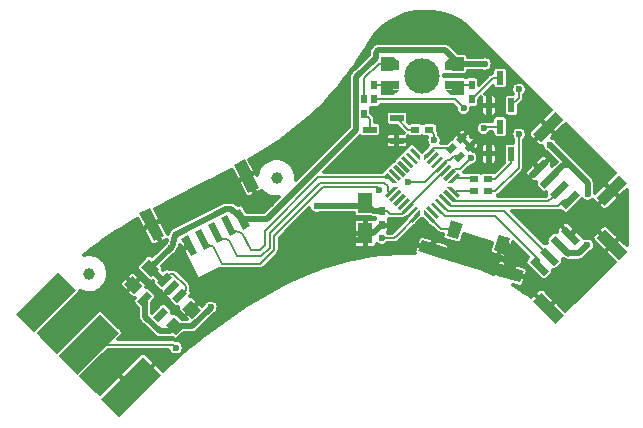
<source format=gbr>
G04 #@! TF.FileFunction,Copper,L2,Bot,Signal*
%FSLAX46Y46*%
G04 Gerber Fmt 4.6, Leading zero omitted, Abs format (unit mm)*
G04 Created by KiCad (PCBNEW 4.0.7-e2-6376~58~ubuntu14.04.1) date Wed May 23 17:45:24 2018*
%MOMM*%
%LPD*%
G01*
G04 APERTURE LIST*
%ADD10C,0.100000*%
%ADD11C,3.000000*%
%ADD12R,1.600000X0.800000*%
%ADD13R,1.000000X1.200000*%
%ADD14R,0.500000X0.800000*%
%ADD15C,1.000000*%
%ADD16R,1.250000X1.800000*%
%ADD17R,1.200000X0.600000*%
%ADD18R,0.600000X1.200000*%
%ADD19R,0.800000X0.500000*%
%ADD20C,0.600000*%
%ADD21C,0.500000*%
%ADD22C,0.200000*%
%ADD23C,1.000000*%
%ADD24C,0.300000*%
G04 APERTURE END LIST*
D10*
G36*
X109114975Y-83659163D02*
X108343191Y-82144452D01*
X108877795Y-81872057D01*
X109649579Y-83386768D01*
X109114975Y-83659163D01*
X109114975Y-83659163D01*
G37*
G36*
X110228733Y-83091675D02*
X109456949Y-81576964D01*
X109991553Y-81304569D01*
X110763337Y-82819280D01*
X110228733Y-83091675D01*
X110228733Y-83091675D01*
G37*
G36*
X108001217Y-84226652D02*
X107229433Y-82711941D01*
X107764037Y-82439546D01*
X108535821Y-83954257D01*
X108001217Y-84226652D01*
X108001217Y-84226652D01*
G37*
G36*
X106887458Y-84794140D02*
X106115674Y-83279429D01*
X106650278Y-83007034D01*
X107422062Y-84521745D01*
X106887458Y-84794140D01*
X106887458Y-84794140D01*
G37*
G36*
X111788627Y-79434937D02*
X110562853Y-77029219D01*
X111453859Y-76575229D01*
X112679633Y-78980947D01*
X111788627Y-79434937D01*
X111788627Y-79434937D01*
G37*
G36*
X103769568Y-83520852D02*
X102543794Y-81115134D01*
X103434800Y-80661144D01*
X104660574Y-83066862D01*
X103769568Y-83520852D01*
X103769568Y-83520852D01*
G37*
G36*
X111877095Y-82251792D02*
X111342491Y-82524187D01*
X110570707Y-81009476D01*
X111105311Y-80737081D01*
X111877095Y-82251792D01*
X111877095Y-82251792D01*
G37*
D11*
X126500000Y-69500000D03*
D12*
X129200000Y-70300000D03*
X129200000Y-68700000D03*
X123800000Y-70300000D03*
X123800000Y-68700000D03*
D13*
X123500000Y-70500000D03*
X123500000Y-68500000D03*
X129500000Y-70500000D03*
X129500000Y-68500000D03*
D10*
G36*
X123950000Y-71100000D02*
X123400000Y-70700000D01*
X124600000Y-70700000D01*
X124050000Y-71100000D01*
X123950000Y-71100000D01*
X123950000Y-71100000D01*
G37*
G36*
X124050000Y-67900000D02*
X124600000Y-68300000D01*
X123400000Y-68300000D01*
X123950000Y-67900000D01*
X124050000Y-67900000D01*
X124050000Y-67900000D01*
G37*
G36*
X128950000Y-71100000D02*
X128400000Y-70700000D01*
X129600000Y-70700000D01*
X129050000Y-71100000D01*
X128950000Y-71100000D01*
X128950000Y-71100000D01*
G37*
G36*
X129050000Y-67900000D02*
X129600000Y-68300000D01*
X128400000Y-68300000D01*
X128950000Y-67900000D01*
X129050000Y-67900000D01*
X129050000Y-67900000D01*
G37*
G36*
X103386396Y-85015076D02*
X104234924Y-85863604D01*
X103527818Y-86570710D01*
X102679290Y-85722182D01*
X103386396Y-85015076D01*
X103386396Y-85015076D01*
G37*
G36*
X101972182Y-86429290D02*
X102820710Y-87277818D01*
X102113604Y-87984924D01*
X101265076Y-87136396D01*
X101972182Y-86429290D01*
X101972182Y-86429290D01*
G37*
D14*
X123070000Y-80940000D03*
X123070000Y-82140000D03*
D10*
G36*
X105613604Y-91484924D02*
X104765076Y-90636396D01*
X105472182Y-89929290D01*
X106320710Y-90777818D01*
X105613604Y-91484924D01*
X105613604Y-91484924D01*
G37*
G36*
X107027818Y-90070710D02*
X106179290Y-89222182D01*
X106886396Y-88515076D01*
X107734924Y-89363604D01*
X107027818Y-90070710D01*
X107027818Y-90070710D01*
G37*
G36*
X129569670Y-76783883D02*
X129216117Y-76430330D01*
X129781802Y-75864645D01*
X130135355Y-76218198D01*
X129569670Y-76783883D01*
X129569670Y-76783883D01*
G37*
G36*
X130418198Y-75935355D02*
X130064645Y-75581802D01*
X130630330Y-75016117D01*
X130983883Y-75369670D01*
X130418198Y-75935355D01*
X130418198Y-75935355D01*
G37*
D14*
X121600000Y-71500000D03*
X121600000Y-72700000D03*
X122400000Y-70300000D03*
X122400000Y-71500000D03*
X130700000Y-70300000D03*
X130700000Y-71500000D03*
D10*
G36*
X105949569Y-87224695D02*
X105101041Y-88073223D01*
X104676777Y-87648959D01*
X105525305Y-86800431D01*
X105949569Y-87224695D01*
X105949569Y-87224695D01*
G37*
G36*
X105277817Y-86552944D02*
X104429289Y-87401472D01*
X104005025Y-86977208D01*
X104853553Y-86128680D01*
X105277817Y-86552944D01*
X105277817Y-86552944D01*
G37*
G36*
X106621320Y-87896447D02*
X105772792Y-88744975D01*
X105348528Y-88320711D01*
X106197056Y-87472183D01*
X106621320Y-87896447D01*
X106621320Y-87896447D01*
G37*
G36*
X104994975Y-89522792D02*
X104146447Y-90371320D01*
X103722183Y-89947056D01*
X104570711Y-89098528D01*
X104994975Y-89522792D01*
X104994975Y-89522792D01*
G37*
G36*
X103651472Y-88179289D02*
X102802944Y-89027817D01*
X102378680Y-88603553D01*
X103227208Y-87755025D01*
X103651472Y-88179289D01*
X103651472Y-88179289D01*
G37*
G36*
X129930330Y-74316117D02*
X130283883Y-74669670D01*
X129718198Y-75235355D01*
X129364645Y-74881802D01*
X129930330Y-74316117D01*
X129930330Y-74316117D01*
G37*
G36*
X129081802Y-75164645D02*
X129435355Y-75518198D01*
X128869670Y-76083883D01*
X128516117Y-75730330D01*
X129081802Y-75164645D01*
X129081802Y-75164645D01*
G37*
D15*
X98250000Y-86250000D03*
X114170000Y-78140000D03*
D10*
G36*
X127560660Y-75780152D02*
X126924264Y-76416548D01*
X126712132Y-76204416D01*
X127348528Y-75568020D01*
X127560660Y-75780152D01*
X127560660Y-75780152D01*
G37*
G36*
X127914213Y-76133705D02*
X127065685Y-76982233D01*
X126853553Y-76770101D01*
X127702081Y-75921573D01*
X127914213Y-76133705D01*
X127914213Y-76133705D01*
G37*
G36*
X128267767Y-76487258D02*
X127419239Y-77335786D01*
X127207107Y-77123654D01*
X128055635Y-76275126D01*
X128267767Y-76487258D01*
X128267767Y-76487258D01*
G37*
G36*
X128621320Y-76840812D02*
X127772792Y-77689340D01*
X127560660Y-77477208D01*
X128409188Y-76628680D01*
X128621320Y-76840812D01*
X128621320Y-76840812D01*
G37*
G36*
X128974874Y-77194365D02*
X128126346Y-78042893D01*
X127914214Y-77830761D01*
X128762742Y-76982233D01*
X128974874Y-77194365D01*
X128974874Y-77194365D01*
G37*
G36*
X129328427Y-77547919D02*
X128479899Y-78396447D01*
X128267767Y-78184315D01*
X129116295Y-77335787D01*
X129328427Y-77547919D01*
X129328427Y-77547919D01*
G37*
G36*
X129681980Y-77901472D02*
X129045584Y-78537868D01*
X128833452Y-78325736D01*
X129469848Y-77689340D01*
X129681980Y-77901472D01*
X129681980Y-77901472D01*
G37*
G36*
X129469848Y-79810660D02*
X128833452Y-79174264D01*
X129045584Y-78962132D01*
X129681980Y-79598528D01*
X129469848Y-79810660D01*
X129469848Y-79810660D01*
G37*
G36*
X129116295Y-80164213D02*
X128267767Y-79315685D01*
X128479899Y-79103553D01*
X129328427Y-79952081D01*
X129116295Y-80164213D01*
X129116295Y-80164213D01*
G37*
G36*
X128762742Y-80517767D02*
X127914214Y-79669239D01*
X128126346Y-79457107D01*
X128974874Y-80305635D01*
X128762742Y-80517767D01*
X128762742Y-80517767D01*
G37*
G36*
X128409188Y-80871320D02*
X127560660Y-80022792D01*
X127772792Y-79810660D01*
X128621320Y-80659188D01*
X128409188Y-80871320D01*
X128409188Y-80871320D01*
G37*
G36*
X128055635Y-81224874D02*
X127207107Y-80376346D01*
X127419239Y-80164214D01*
X128267767Y-81012742D01*
X128055635Y-81224874D01*
X128055635Y-81224874D01*
G37*
G36*
X127702081Y-81578427D02*
X126853553Y-80729899D01*
X127065685Y-80517767D01*
X127914213Y-81366295D01*
X127702081Y-81578427D01*
X127702081Y-81578427D01*
G37*
G36*
X127348528Y-81931980D02*
X126712132Y-81295584D01*
X126924264Y-81083452D01*
X127560660Y-81719848D01*
X127348528Y-81931980D01*
X127348528Y-81931980D01*
G37*
G36*
X126287868Y-81295584D02*
X125651472Y-81931980D01*
X125439340Y-81719848D01*
X126075736Y-81083452D01*
X126287868Y-81295584D01*
X126287868Y-81295584D01*
G37*
G36*
X126146447Y-80729899D02*
X125297919Y-81578427D01*
X125085787Y-81366295D01*
X125934315Y-80517767D01*
X126146447Y-80729899D01*
X126146447Y-80729899D01*
G37*
G36*
X125792893Y-80376346D02*
X124944365Y-81224874D01*
X124732233Y-81012742D01*
X125580761Y-80164214D01*
X125792893Y-80376346D01*
X125792893Y-80376346D01*
G37*
G36*
X125439340Y-80022792D02*
X124590812Y-80871320D01*
X124378680Y-80659188D01*
X125227208Y-79810660D01*
X125439340Y-80022792D01*
X125439340Y-80022792D01*
G37*
G36*
X125085786Y-79669239D02*
X124237258Y-80517767D01*
X124025126Y-80305635D01*
X124873654Y-79457107D01*
X125085786Y-79669239D01*
X125085786Y-79669239D01*
G37*
G36*
X124732233Y-79315685D02*
X123883705Y-80164213D01*
X123671573Y-79952081D01*
X124520101Y-79103553D01*
X124732233Y-79315685D01*
X124732233Y-79315685D01*
G37*
G36*
X124166548Y-79174264D02*
X123530152Y-79810660D01*
X123318020Y-79598528D01*
X123954416Y-78962132D01*
X124166548Y-79174264D01*
X124166548Y-79174264D01*
G37*
G36*
X123954416Y-78537868D02*
X123318020Y-77901472D01*
X123530152Y-77689340D01*
X124166548Y-78325736D01*
X123954416Y-78537868D01*
X123954416Y-78537868D01*
G37*
G36*
X124520101Y-78396447D02*
X123671573Y-77547919D01*
X123883705Y-77335787D01*
X124732233Y-78184315D01*
X124520101Y-78396447D01*
X124520101Y-78396447D01*
G37*
G36*
X124873654Y-78042893D02*
X124025126Y-77194365D01*
X124237258Y-76982233D01*
X125085786Y-77830761D01*
X124873654Y-78042893D01*
X124873654Y-78042893D01*
G37*
G36*
X125227208Y-77689340D02*
X124378680Y-76840812D01*
X124590812Y-76628680D01*
X125439340Y-77477208D01*
X125227208Y-77689340D01*
X125227208Y-77689340D01*
G37*
G36*
X125580761Y-77335786D02*
X124732233Y-76487258D01*
X124944365Y-76275126D01*
X125792893Y-77123654D01*
X125580761Y-77335786D01*
X125580761Y-77335786D01*
G37*
G36*
X125934315Y-76982233D02*
X125085787Y-76133705D01*
X125297919Y-75921573D01*
X126146447Y-76770101D01*
X125934315Y-76982233D01*
X125934315Y-76982233D01*
G37*
G36*
X126075736Y-76416548D02*
X125439340Y-75780152D01*
X125651472Y-75568020D01*
X126287868Y-76204416D01*
X126075736Y-76416548D01*
X126075736Y-76416548D01*
G37*
G36*
X127242462Y-76098349D02*
X126676776Y-76664035D01*
X126676776Y-76239771D01*
X126818198Y-76098349D01*
X127242462Y-76098349D01*
X127242462Y-76098349D01*
G37*
G36*
X126323224Y-76664035D02*
X125757538Y-76098349D01*
X126181802Y-76098349D01*
X126323224Y-76239771D01*
X126323224Y-76664035D01*
X126323224Y-76664035D01*
G37*
G36*
X126676776Y-80835965D02*
X127242462Y-81401651D01*
X126818198Y-81401651D01*
X126676776Y-81260229D01*
X126676776Y-80835965D01*
X126676776Y-80835965D01*
G37*
G36*
X125757538Y-81401651D02*
X126323224Y-80835965D01*
X126323224Y-81260229D01*
X126181802Y-81401651D01*
X125757538Y-81401651D01*
X125757538Y-81401651D01*
G37*
G36*
X128585965Y-78573224D02*
X129151651Y-78007538D01*
X129151651Y-78431802D01*
X129010229Y-78573224D01*
X128585965Y-78573224D01*
X128585965Y-78573224D01*
G37*
G36*
X129151651Y-79492462D02*
X128585965Y-78926776D01*
X129010229Y-78926776D01*
X129151651Y-79068198D01*
X129151651Y-79492462D01*
X129151651Y-79492462D01*
G37*
G36*
X124414035Y-78926776D02*
X123848349Y-79492462D01*
X123848349Y-79068198D01*
X123989771Y-78926776D01*
X124414035Y-78926776D01*
X124414035Y-78926776D01*
G37*
G36*
X123848349Y-78007538D02*
X124414035Y-78573224D01*
X123989771Y-78573224D01*
X123848349Y-78431802D01*
X123848349Y-78007538D01*
X123848349Y-78007538D01*
G37*
G36*
X104401829Y-94866296D02*
X100866296Y-98401829D01*
X99310661Y-96846194D01*
X102846194Y-93310661D01*
X104401829Y-94866296D01*
X104401829Y-94866296D01*
G37*
G36*
X100795584Y-91260051D02*
X97260051Y-94795584D01*
X95704416Y-93239949D01*
X99239949Y-89704416D01*
X100795584Y-91260051D01*
X100795584Y-91260051D01*
G37*
G36*
X97189339Y-87653806D02*
X93653806Y-91189339D01*
X92098171Y-89633704D01*
X95633704Y-86098171D01*
X97189339Y-87653806D01*
X97189339Y-87653806D01*
G37*
G36*
X133943806Y-83232264D02*
X133534485Y-84571090D01*
X132578180Y-84278718D01*
X132987501Y-82939892D01*
X133943806Y-83232264D01*
X133943806Y-83232264D01*
G37*
G36*
X129927326Y-82004303D02*
X129518005Y-83343129D01*
X128561700Y-83050757D01*
X128971021Y-81711931D01*
X129927326Y-82004303D01*
X129927326Y-82004303D01*
G37*
G36*
X135073712Y-86035086D02*
X134781340Y-86991391D01*
X132868730Y-86406648D01*
X133161102Y-85450343D01*
X135073712Y-86035086D01*
X135073712Y-86035086D01*
G37*
G36*
X128379578Y-83988484D02*
X128087206Y-84944789D01*
X126174596Y-84360046D01*
X126466968Y-83403741D01*
X128379578Y-83988484D01*
X128379578Y-83988484D01*
G37*
G36*
X136892068Y-83951687D02*
X138094150Y-85153769D01*
X137669886Y-85578033D01*
X136467804Y-84375951D01*
X136892068Y-83951687D01*
X136892068Y-83951687D01*
G37*
G36*
X136008184Y-84835571D02*
X137210266Y-86037653D01*
X136786002Y-86461917D01*
X135583920Y-85259835D01*
X136008184Y-84835571D01*
X136008184Y-84835571D01*
G37*
G36*
X137775951Y-83067804D02*
X138978033Y-84269886D01*
X138553769Y-84694150D01*
X137351687Y-83492068D01*
X137775951Y-83067804D01*
X137775951Y-83067804D01*
G37*
G36*
X138659835Y-82183920D02*
X139861917Y-83386002D01*
X139437653Y-83810266D01*
X138235571Y-82608184D01*
X138659835Y-82183920D01*
X138659835Y-82183920D01*
G37*
G36*
X136591547Y-87858452D02*
X138500736Y-89767641D01*
X137793629Y-90474748D01*
X135884440Y-88565559D01*
X136591547Y-87858452D01*
X136591547Y-87858452D01*
G37*
G36*
X141965559Y-82484440D02*
X143874748Y-84393629D01*
X143167641Y-85100736D01*
X141258452Y-83191547D01*
X141965559Y-82484440D01*
X141965559Y-82484440D01*
G37*
G36*
X137326687Y-79507932D02*
X138528769Y-78305850D01*
X138953033Y-78730114D01*
X137750951Y-79932196D01*
X137326687Y-79507932D01*
X137326687Y-79507932D01*
G37*
G36*
X138210571Y-80391816D02*
X139412653Y-79189734D01*
X139836917Y-79613998D01*
X138634835Y-80816080D01*
X138210571Y-80391816D01*
X138210571Y-80391816D01*
G37*
G36*
X136442804Y-78624049D02*
X137644886Y-77421967D01*
X138069150Y-77846231D01*
X136867068Y-79048313D01*
X136442804Y-78624049D01*
X136442804Y-78624049D01*
G37*
G36*
X135558920Y-77740165D02*
X136761002Y-76538083D01*
X137185266Y-76962347D01*
X135983184Y-78164429D01*
X135558920Y-77740165D01*
X135558920Y-77740165D01*
G37*
G36*
X141233452Y-79808453D02*
X143142641Y-77899264D01*
X143849748Y-78606371D01*
X141940559Y-80515560D01*
X141233452Y-79808453D01*
X141233452Y-79808453D01*
G37*
G36*
X135859440Y-74434441D02*
X137768629Y-72525252D01*
X138475736Y-73232359D01*
X136566547Y-75141548D01*
X135859440Y-74434441D01*
X135859440Y-74434441D01*
G37*
D16*
X121670000Y-80240000D03*
X121670000Y-82840000D03*
D17*
X122050000Y-74050000D03*
X124350000Y-73100000D03*
X124350000Y-75000000D03*
D18*
X133100000Y-73800000D03*
X134050000Y-76100000D03*
X132150000Y-76100000D03*
X133100000Y-69700000D03*
X134050000Y-72000000D03*
X132150000Y-72000000D03*
D19*
X125900000Y-74050000D03*
X127100000Y-74050000D03*
X132100000Y-78250000D03*
X130900000Y-78250000D03*
X132100000Y-79250000D03*
X130900000Y-79250000D03*
D20*
X140470000Y-83840000D03*
X137300000Y-75350000D03*
X131800000Y-68500000D03*
X140500000Y-79500000D03*
X135791393Y-76858058D03*
X139500000Y-82400000D03*
X117569999Y-80529999D03*
X108600000Y-89100000D03*
X122870000Y-79140000D03*
X125300000Y-78500000D03*
X130000000Y-72250000D03*
X131700000Y-73950000D03*
X127500000Y-74950000D03*
X130600000Y-76450000D03*
X123070000Y-83240000D03*
X105639097Y-92526090D03*
X134700000Y-70650000D03*
X134700000Y-74450000D03*
D21*
X113379366Y-81630634D02*
X111223901Y-81630634D01*
X140470000Y-83840000D02*
X139770000Y-84540000D01*
X139770000Y-84540000D02*
X138870000Y-84540000D01*
X138870000Y-84540000D02*
X138857272Y-84552728D01*
X138857272Y-84552728D02*
X138836611Y-84552728D01*
X138836611Y-84552728D02*
X138164860Y-83880977D01*
X109870000Y-80740000D02*
X105570000Y-82940000D01*
X111223901Y-81630634D02*
X110333267Y-80740000D01*
X110333267Y-80740000D02*
X109870000Y-80740000D01*
X105570000Y-82940000D02*
X105570000Y-83095000D01*
X114200000Y-80810000D02*
X113379366Y-81630634D01*
X114200000Y-80800000D02*
X114200000Y-80810000D01*
X139000000Y-77050000D02*
X140500000Y-78550000D01*
X137300000Y-75350000D02*
X139000000Y-77050000D01*
X139000000Y-77050000D02*
X138441117Y-77050000D01*
X138441117Y-77050000D02*
X137255977Y-78235140D01*
X140500000Y-78550000D02*
X140500000Y-79500000D01*
X131800000Y-68500000D02*
X129500000Y-68500000D01*
D22*
X104641421Y-86765076D02*
X105136395Y-86270102D01*
X106479898Y-87330744D02*
X106479898Y-87613605D01*
X105136395Y-86270102D02*
X105419256Y-86270102D01*
X105419256Y-86270102D02*
X106479898Y-87330744D01*
X106479898Y-87613605D02*
X105984924Y-88108579D01*
D21*
X129500000Y-68500000D02*
X129500000Y-68400000D01*
X129500000Y-68400000D02*
X128400000Y-67300000D01*
X128400000Y-67300000D02*
X122789998Y-67300000D01*
X122549999Y-67950001D02*
X120899999Y-69600001D01*
X122789998Y-67300000D02*
X122549999Y-67539999D01*
X122549999Y-67539999D02*
X122549999Y-67950001D01*
X120899999Y-69600001D02*
X120900000Y-74100000D01*
X120900000Y-74100000D02*
X114200000Y-80800000D01*
X105300000Y-83950000D02*
X105570000Y-83095000D01*
X105570000Y-83095000D02*
X105600000Y-83000000D01*
X129600000Y-68700000D02*
X129200000Y-68700000D01*
X103457107Y-85792893D02*
X105300000Y-83950000D01*
X105300000Y-83950000D02*
X105156845Y-84093155D01*
X104641421Y-86765076D02*
X104429290Y-86765076D01*
X104429290Y-86765076D02*
X103457107Y-85792893D01*
X121670000Y-82840000D02*
X122370000Y-82840000D01*
X122370000Y-82840000D02*
X123070000Y-82140000D01*
X119709999Y-83390001D02*
X119570000Y-83250002D01*
X121670000Y-82840000D02*
X121119999Y-83390001D01*
X121119999Y-83390001D02*
X119709999Y-83390001D01*
X119570000Y-83250002D02*
X119570000Y-82540000D01*
D22*
X125616117Y-81048097D02*
X124524214Y-82140000D01*
X124524214Y-82140000D02*
X123070000Y-82140000D01*
D23*
X133971221Y-86220867D02*
X133971221Y-84465719D01*
X133971221Y-84465719D02*
X133260993Y-83755491D01*
X133971221Y-86220867D02*
X127525000Y-84250000D01*
X127525000Y-84250000D02*
X127277087Y-84174265D01*
D22*
X135863946Y-76858058D02*
X135791393Y-76858058D01*
X136377119Y-77371231D02*
X135863946Y-76858058D01*
X139028769Y-82977119D02*
X139028769Y-82871231D01*
X139028769Y-82871231D02*
X139500000Y-82400000D01*
X129824264Y-74775736D02*
X130524264Y-75475736D01*
D21*
X117569999Y-80529999D02*
X121380001Y-80529999D01*
X121380001Y-80529999D02*
X121670000Y-80240000D01*
X121370000Y-80540000D02*
X121670000Y-80240000D01*
X123070000Y-80940000D02*
X122370000Y-80940000D01*
X122370000Y-80940000D02*
X121670000Y-80240000D01*
D22*
X125262563Y-80694544D02*
X124767589Y-81189518D01*
X124767589Y-81189518D02*
X123769518Y-81189518D01*
X123769518Y-81189518D02*
X123520000Y-80940000D01*
X123520000Y-80940000D02*
X123070000Y-80940000D01*
D21*
X105542893Y-90707107D02*
X107027833Y-90707107D01*
X108600000Y-89134940D02*
X108600000Y-89100000D01*
X107027833Y-90707107D02*
X108600000Y-89134940D01*
X103015076Y-88391421D02*
X103015076Y-89876361D01*
X103015076Y-89876361D02*
X104270085Y-91131370D01*
X104270085Y-91131370D02*
X105118630Y-91131370D01*
X105118630Y-91131370D02*
X105542893Y-90707107D01*
D22*
X125757537Y-80199570D02*
X128444544Y-77512563D01*
X125262563Y-80694544D02*
X125757537Y-80199570D01*
X107882627Y-83333099D02*
X108270000Y-83840000D01*
X108270000Y-83840000D02*
X108770000Y-83940000D01*
X113973927Y-83036073D02*
X118070000Y-78940000D01*
X108770000Y-83940000D02*
X109559474Y-85440000D01*
X118070000Y-78940000D02*
X122670000Y-78940000D01*
X109559474Y-85440000D02*
X112770000Y-85440000D01*
X112770000Y-85440000D02*
X113973927Y-84236073D01*
X113973927Y-84236073D02*
X113973927Y-83036073D01*
X122670000Y-78940000D02*
X122870000Y-79140000D01*
X126750000Y-78500000D02*
X125300000Y-78500000D01*
X128090990Y-77159010D02*
X126750000Y-78500000D01*
X129675736Y-76324264D02*
X129222183Y-76324264D01*
X129222183Y-76324264D02*
X128882411Y-76664036D01*
X128882411Y-76664036D02*
X128585964Y-76664036D01*
X128585964Y-76664036D02*
X128090990Y-77159010D01*
X130700000Y-70300000D02*
X129700000Y-70300000D01*
X129700000Y-70300000D02*
X129500000Y-70500000D01*
X122400000Y-70300000D02*
X123300000Y-70300000D01*
X123300000Y-70300000D02*
X123500000Y-70500000D01*
X123500000Y-70400000D02*
X123500000Y-70500000D01*
X121600000Y-71500000D02*
X121600000Y-69700000D01*
X121600000Y-69700000D02*
X122800000Y-68500000D01*
X122800000Y-68500000D02*
X123500000Y-68500000D01*
X122050000Y-74050000D02*
X122050000Y-73150000D01*
X122050000Y-73150000D02*
X121600000Y-72700000D01*
X130000000Y-72250000D02*
X129250000Y-71500000D01*
X129250000Y-71500000D02*
X125740002Y-71500000D01*
X133100000Y-73800000D02*
X131850000Y-73800000D01*
X131850000Y-73800000D02*
X131700000Y-73950000D01*
X122400000Y-71500000D02*
X125740002Y-71500000D01*
X127500000Y-74950000D02*
X127500000Y-74450000D01*
X127500000Y-74450000D02*
X127100000Y-74050000D01*
X128798097Y-77866117D02*
X129293071Y-77371143D01*
X129293071Y-77371143D02*
X129678857Y-77371143D01*
X129678857Y-77371143D02*
X130600000Y-76450000D01*
X130900000Y-79250000D02*
X129394112Y-79250000D01*
X129394112Y-79250000D02*
X129257716Y-79386396D01*
X129257716Y-78113604D02*
X130763604Y-78113604D01*
X130763604Y-78113604D02*
X130900000Y-78250000D01*
X128058644Y-82429964D02*
X127136396Y-81507716D01*
X129120359Y-82429964D02*
X128058644Y-82429964D01*
X124331321Y-83040000D02*
X126146447Y-81224874D01*
X123070000Y-83240000D02*
X124131321Y-83240000D01*
X124131321Y-83240000D02*
X124331321Y-83040000D01*
X98250000Y-92250000D02*
X105363007Y-92250000D01*
X105363007Y-92250000D02*
X105639097Y-92526090D01*
X125800000Y-81600000D02*
X125863604Y-81507716D01*
X127525304Y-75603376D02*
X127136396Y-75992284D01*
X128501295Y-75603376D02*
X127525304Y-75603376D01*
X128522183Y-75624264D02*
X128501295Y-75603376D01*
X128975736Y-75624264D02*
X128522183Y-75624264D01*
X129594118Y-80110670D02*
X129604810Y-80099978D01*
X129604810Y-80099978D02*
X137183905Y-80099978D01*
X129274884Y-80110670D02*
X129594118Y-80110670D01*
X137473134Y-79810749D02*
X138144885Y-79138998D01*
X137183905Y-80099978D02*
X137473134Y-79810749D01*
X128798097Y-79633883D02*
X129274884Y-80110670D01*
X128939518Y-80482411D02*
X128444544Y-79987437D01*
X128957096Y-80499989D02*
X128939518Y-80482411D01*
X129179889Y-80510681D02*
X129169197Y-80499989D01*
X129770499Y-80499989D02*
X129759807Y-80510681D01*
X138027397Y-80499989D02*
X129770499Y-80499989D01*
X139028769Y-80022881D02*
X138504505Y-80022881D01*
X129169197Y-80499989D02*
X128957096Y-80499989D01*
X138504505Y-80022881D02*
X138027397Y-80499989D01*
X129759807Y-80510681D02*
X129179889Y-80510681D01*
X133426809Y-80910692D02*
X136589251Y-84073134D01*
X128090990Y-80340990D02*
X128660692Y-80910692D01*
X136589251Y-84073134D02*
X137261002Y-84744885D01*
X128660692Y-80910692D02*
X133426809Y-80910692D01*
X136377119Y-85104505D02*
X136377119Y-85628769D01*
X132672614Y-81400000D02*
X136377119Y-85104505D01*
X128442893Y-81400000D02*
X132672614Y-81400000D01*
X127737437Y-80694544D02*
X128442893Y-81400000D01*
X133100000Y-69700000D02*
X132500000Y-69700000D01*
X132500000Y-69700000D02*
X130700000Y-71500000D01*
X125900000Y-74050000D02*
X125300000Y-74050000D01*
X125300000Y-74050000D02*
X124350000Y-73100000D01*
X132100000Y-78250000D02*
X132700000Y-78250000D01*
X132700000Y-78250000D02*
X134050000Y-76900000D01*
X134050000Y-76900000D02*
X134050000Y-76100000D01*
X134700000Y-70650000D02*
X134700000Y-71350000D01*
X134700000Y-71350000D02*
X134050000Y-72000000D01*
X134650001Y-77299999D02*
X134650001Y-74499999D01*
X134650001Y-74499999D02*
X134700000Y-74450000D01*
X132100000Y-79250000D02*
X132700000Y-79250000D01*
X132700000Y-79250000D02*
X134650001Y-77299999D01*
X108996385Y-82765610D02*
X109370000Y-83240000D01*
X109370000Y-83240000D02*
X110170000Y-83440000D01*
X112870000Y-84740000D02*
X113570000Y-84040000D01*
X110170000Y-83440000D02*
X110854211Y-84740000D01*
X110854211Y-84740000D02*
X112870000Y-84740000D01*
X113570000Y-84040000D02*
X113570000Y-82840000D01*
X113570000Y-82840000D02*
X117870000Y-78540000D01*
X117870000Y-78540000D02*
X123270000Y-78540000D01*
X123565508Y-78835508D02*
X123565508Y-79209620D01*
X123270000Y-78540000D02*
X123565508Y-78835508D01*
X123565508Y-79209620D02*
X123742284Y-79386396D01*
X110110143Y-82198122D02*
X110370000Y-82540000D01*
X112770000Y-84240000D02*
X113170000Y-83840000D01*
X110370000Y-82540000D02*
X111270000Y-82840000D01*
X111270000Y-82840000D02*
X111970000Y-84240000D01*
X113170000Y-83840000D02*
X113170000Y-82640000D01*
X123416548Y-78100000D02*
X123430152Y-78113604D01*
X111970000Y-84240000D02*
X112770000Y-84240000D01*
X123430152Y-78113604D02*
X123742284Y-78113604D01*
X113170000Y-82640000D02*
X117710000Y-78100000D01*
X117710000Y-78100000D02*
X123416548Y-78100000D01*
D24*
G36*
X127365674Y-64080982D02*
X128024099Y-64177146D01*
X128613394Y-64331427D01*
X129135462Y-64530214D01*
X129591729Y-64760060D01*
X129983102Y-65007452D01*
X130310087Y-65258637D01*
X130578831Y-65504902D01*
X137436198Y-72362708D01*
X136663774Y-73135132D01*
X136663774Y-73258876D01*
X137167588Y-73762689D01*
X137181730Y-73748547D01*
X137252441Y-73819258D01*
X137238299Y-73833400D01*
X137742112Y-74337214D01*
X137865856Y-74337214D01*
X138638242Y-73564828D01*
X142810038Y-77736892D01*
X142037786Y-78509144D01*
X142037786Y-78632888D01*
X142541600Y-79136701D01*
X142555742Y-79122559D01*
X142626453Y-79193270D01*
X142612311Y-79207412D01*
X143116124Y-79711226D01*
X143239868Y-79711226D01*
X143797583Y-79153511D01*
X143797729Y-83821635D01*
X143264868Y-83288774D01*
X143141124Y-83288774D01*
X142637311Y-83792588D01*
X142651453Y-83806730D01*
X142580742Y-83877441D01*
X142566600Y-83863299D01*
X142062786Y-84367112D01*
X142062786Y-84490856D01*
X142795874Y-85223944D01*
X138622614Y-89394544D01*
X137890856Y-88662786D01*
X137767112Y-88662786D01*
X137263299Y-89166600D01*
X137277441Y-89180742D01*
X137206730Y-89251453D01*
X137192588Y-89237311D01*
X137178446Y-89251453D01*
X137107735Y-89180742D01*
X137121877Y-89166600D01*
X136017023Y-88061746D01*
X135893279Y-88061746D01*
X135730722Y-88224303D01*
X135432689Y-88003858D01*
X135429578Y-88001997D01*
X135426842Y-87999614D01*
X135422269Y-87996407D01*
X135235482Y-87867291D01*
X136087734Y-87867291D01*
X136087734Y-87991035D01*
X137192588Y-89095889D01*
X137696402Y-88592076D01*
X137696402Y-88468332D01*
X136863410Y-87635340D01*
X136814659Y-87586590D01*
X136757335Y-87548286D01*
X136693639Y-87521903D01*
X136626019Y-87508452D01*
X136557075Y-87508452D01*
X136489456Y-87521903D01*
X136425760Y-87548286D01*
X136368435Y-87586590D01*
X136087734Y-87867291D01*
X135235482Y-87867291D01*
X134862780Y-87609663D01*
X134859489Y-87607835D01*
X134856574Y-87605459D01*
X134851900Y-87602402D01*
X134289509Y-87240243D01*
X134286050Y-87238467D01*
X134282953Y-87236110D01*
X134278179Y-87233211D01*
X134176619Y-87172501D01*
X134711976Y-87336176D01*
X134780572Y-87343084D01*
X134849199Y-87336476D01*
X134915218Y-87316607D01*
X134976092Y-87284239D01*
X135029482Y-87240618D01*
X135073336Y-87187419D01*
X135105968Y-87126687D01*
X135126125Y-87060755D01*
X135222031Y-86747061D01*
X135163937Y-86637802D01*
X134004418Y-86283301D01*
X133998570Y-86302428D01*
X133902940Y-86273190D01*
X133908787Y-86254064D01*
X133691623Y-86187670D01*
X134033655Y-86187670D01*
X135193174Y-86542171D01*
X135302434Y-86484077D01*
X135398340Y-86170382D01*
X135418497Y-86104451D01*
X135425404Y-86035854D01*
X135418796Y-85967227D01*
X135398927Y-85901208D01*
X135366560Y-85840334D01*
X135322938Y-85786945D01*
X135269739Y-85743090D01*
X135209007Y-85710458D01*
X134351229Y-85448209D01*
X134241970Y-85506303D01*
X134033655Y-86187670D01*
X133691623Y-86187670D01*
X132749268Y-85899563D01*
X132640008Y-85957657D01*
X132544102Y-86271352D01*
X132543136Y-86274512D01*
X132538246Y-86272194D01*
X131965386Y-86005661D01*
X131961342Y-86004241D01*
X131957610Y-86002144D01*
X131952481Y-85999932D01*
X131377289Y-85756625D01*
X131373138Y-85755330D01*
X131369275Y-85753337D01*
X131364071Y-85751309D01*
X131215660Y-85694673D01*
X132720411Y-85694673D01*
X132778505Y-85803932D01*
X133938024Y-86158433D01*
X134146339Y-85477066D01*
X134088245Y-85367807D01*
X133230466Y-85105558D01*
X133161870Y-85098650D01*
X133093243Y-85105258D01*
X133027224Y-85125127D01*
X132966350Y-85157495D01*
X132912960Y-85201116D01*
X132869106Y-85254315D01*
X132836474Y-85315047D01*
X132816317Y-85380979D01*
X132720411Y-85694673D01*
X131215660Y-85694673D01*
X130786656Y-85530959D01*
X130782417Y-85529800D01*
X130778444Y-85527928D01*
X130773171Y-85526088D01*
X130193647Y-85328422D01*
X130189340Y-85327409D01*
X130185272Y-85325668D01*
X130179936Y-85324020D01*
X129598417Y-85148771D01*
X129594070Y-85147912D01*
X129589931Y-85146315D01*
X129584539Y-85144860D01*
X129001141Y-84991749D01*
X128996765Y-84991048D01*
X128992576Y-84989602D01*
X128987135Y-84988341D01*
X128474998Y-84873484D01*
X128527897Y-84700459D01*
X128469803Y-84591200D01*
X127310284Y-84236699D01*
X127304436Y-84255826D01*
X127208806Y-84226588D01*
X127214653Y-84207462D01*
X126997489Y-84141068D01*
X127339521Y-84141068D01*
X128499040Y-84495569D01*
X128608300Y-84437475D01*
X128704206Y-84123780D01*
X128724363Y-84057849D01*
X128731270Y-83989252D01*
X128724662Y-83920625D01*
X128704793Y-83854606D01*
X128672426Y-83793732D01*
X128628804Y-83740343D01*
X128575605Y-83696488D01*
X128514873Y-83663856D01*
X127657095Y-83401607D01*
X127547836Y-83459701D01*
X127339521Y-84141068D01*
X126997489Y-84141068D01*
X126055134Y-83852961D01*
X125945874Y-83911055D01*
X125849968Y-84224750D01*
X125829811Y-84290681D01*
X125822904Y-84359278D01*
X125829512Y-84427905D01*
X125849381Y-84493924D01*
X125869334Y-84531450D01*
X125383543Y-84510155D01*
X125379488Y-84510374D01*
X125375453Y-84509882D01*
X125369868Y-84509789D01*
X124776466Y-84504088D01*
X124772540Y-84504435D01*
X124768619Y-84504090D01*
X124763035Y-84504185D01*
X124168658Y-84518437D01*
X124164863Y-84518901D01*
X124161042Y-84518692D01*
X124155464Y-84518971D01*
X123560224Y-84552928D01*
X123556573Y-84553497D01*
X123552886Y-84553415D01*
X123547319Y-84553874D01*
X122951328Y-84607259D01*
X122947836Y-84607920D01*
X122944284Y-84607953D01*
X122938735Y-84608588D01*
X122342109Y-84681130D01*
X122338780Y-84681870D01*
X122335378Y-84682007D01*
X122329852Y-84682813D01*
X121732701Y-84774239D01*
X121729545Y-84775044D01*
X121726294Y-84775273D01*
X121720795Y-84776247D01*
X121123233Y-84886289D01*
X121120253Y-84887145D01*
X121117162Y-84887455D01*
X121111693Y-84888590D01*
X120513838Y-85016975D01*
X120511033Y-85017871D01*
X120508109Y-85018249D01*
X120502675Y-85019539D01*
X119904635Y-85165993D01*
X119901998Y-85166920D01*
X119899248Y-85167353D01*
X119893852Y-85168794D01*
X119295741Y-85333050D01*
X119293286Y-85333990D01*
X119290699Y-85334470D01*
X119285344Y-85336057D01*
X118687275Y-85517839D01*
X118684992Y-85518785D01*
X118682571Y-85519300D01*
X118677260Y-85521027D01*
X118079347Y-85720067D01*
X118077229Y-85721010D01*
X118074977Y-85721550D01*
X118069711Y-85723412D01*
X117472069Y-85939439D01*
X117470118Y-85940369D01*
X117468029Y-85940924D01*
X117462811Y-85942916D01*
X116865550Y-86175656D01*
X116863758Y-86176565D01*
X116861827Y-86177128D01*
X116856658Y-86179244D01*
X116259893Y-86428427D01*
X116258253Y-86429309D01*
X116256480Y-86429871D01*
X116251362Y-86432106D01*
X115655204Y-86697460D01*
X115653709Y-86698309D01*
X115652087Y-86698864D01*
X115647020Y-86701214D01*
X115051588Y-86982468D01*
X115050239Y-86983275D01*
X115048760Y-86983817D01*
X115043746Y-86986277D01*
X114449145Y-87283158D01*
X114447926Y-87283923D01*
X114446589Y-87284446D01*
X114441627Y-87287012D01*
X113847978Y-87599251D01*
X113846889Y-87599967D01*
X113845684Y-87600467D01*
X113840777Y-87603133D01*
X113248187Y-87930460D01*
X113247218Y-87931126D01*
X113246143Y-87931597D01*
X113241289Y-87934360D01*
X112649875Y-88276498D01*
X112649022Y-88277110D01*
X112648065Y-88277551D01*
X112643266Y-88280407D01*
X112053142Y-88637090D01*
X112052394Y-88637649D01*
X112051558Y-88638053D01*
X112046812Y-88640997D01*
X111458088Y-89011953D01*
X111457443Y-89012453D01*
X111456719Y-89012820D01*
X111452027Y-89015849D01*
X110864815Y-89400802D01*
X110864265Y-89401245D01*
X110863644Y-89401573D01*
X110859005Y-89404684D01*
X110273425Y-89803366D01*
X110272965Y-89803750D01*
X110272443Y-89804037D01*
X110267857Y-89807226D01*
X109684016Y-90219366D01*
X109683640Y-90219691D01*
X109683211Y-90219936D01*
X109678679Y-90223200D01*
X109096691Y-90648526D01*
X109096394Y-90648791D01*
X109096052Y-90648994D01*
X109091572Y-90652330D01*
X108511555Y-91090573D01*
X108511333Y-91090777D01*
X108511075Y-91090936D01*
X108506648Y-91094341D01*
X107928707Y-91545225D01*
X107928553Y-91545371D01*
X107928371Y-91545487D01*
X107923995Y-91548958D01*
X107348251Y-92012212D01*
X107348160Y-92012301D01*
X107348052Y-92012372D01*
X107343728Y-92015906D01*
X106770289Y-92491264D01*
X106770258Y-92491295D01*
X106770220Y-92491321D01*
X106765946Y-92494917D01*
X106194928Y-92982100D01*
X106194925Y-92982103D01*
X106190752Y-92985713D01*
X105622435Y-93484311D01*
X105622430Y-93484314D01*
X105622366Y-93484371D01*
X105622269Y-93484456D01*
X105622263Y-93484463D01*
X105618256Y-93488025D01*
X105052417Y-93998054D01*
X105052402Y-93998071D01*
X105048556Y-94001580D01*
X104520616Y-94490107D01*
X103968727Y-93938218D01*
X103844983Y-93938218D01*
X101926956Y-95856245D01*
X101941098Y-95870387D01*
X101870387Y-95941098D01*
X101856245Y-95926956D01*
X101842103Y-95941098D01*
X101771392Y-95870387D01*
X101785534Y-95856245D01*
X100857457Y-94928167D01*
X100733713Y-94928167D01*
X99190414Y-96471466D01*
X97635977Y-94917029D01*
X97819292Y-94733713D01*
X100928167Y-94733713D01*
X100928167Y-94857457D01*
X101856245Y-95785534D01*
X103774272Y-93867507D01*
X103774272Y-93743763D01*
X103069306Y-93038798D01*
X103011982Y-93000495D01*
X102948286Y-92974111D01*
X102880667Y-92960660D01*
X102811722Y-92960660D01*
X102744103Y-92974111D01*
X102680407Y-93000495D01*
X102623083Y-93038798D01*
X102574332Y-93087549D01*
X100928167Y-94733713D01*
X97819292Y-94733713D01*
X99853005Y-92700000D01*
X105010131Y-92700000D01*
X105011254Y-92706121D01*
X105058179Y-92824641D01*
X105127232Y-92931790D01*
X105215781Y-93023485D01*
X105320454Y-93096235D01*
X105437264Y-93147268D01*
X105561762Y-93174640D01*
X105689206Y-93177310D01*
X105814741Y-93155175D01*
X105933585Y-93109078D01*
X106041213Y-93040775D01*
X106133525Y-92952868D01*
X106207003Y-92848706D01*
X106258851Y-92732255D01*
X106287092Y-92607951D01*
X106289125Y-92462354D01*
X106264365Y-92337310D01*
X106215790Y-92219457D01*
X106145248Y-92113283D01*
X106055427Y-92022833D01*
X105949749Y-91951552D01*
X105832237Y-91902155D01*
X105707369Y-91876523D01*
X105612980Y-91875864D01*
X105576693Y-91856407D01*
X105540281Y-91836389D01*
X105538027Y-91835674D01*
X105535940Y-91834555D01*
X105496150Y-91822390D01*
X105456567Y-91809834D01*
X105454218Y-91809571D01*
X105451953Y-91808878D01*
X105410583Y-91804676D01*
X105369290Y-91800044D01*
X105364663Y-91800012D01*
X105364578Y-91800003D01*
X105364499Y-91800010D01*
X105363007Y-91800000D01*
X100753005Y-91800000D01*
X101044269Y-91508736D01*
X101080537Y-91466181D01*
X101126682Y-91378634D01*
X101146610Y-91281698D01*
X101138743Y-91183047D01*
X101103705Y-91090494D01*
X101044269Y-91011366D01*
X99488634Y-89455731D01*
X99446079Y-89419463D01*
X99358532Y-89373318D01*
X99261596Y-89353390D01*
X99162945Y-89361257D01*
X99070392Y-89396295D01*
X98991264Y-89455731D01*
X95582972Y-92864024D01*
X94029732Y-91310784D01*
X97438024Y-87902491D01*
X97474292Y-87859936D01*
X97520437Y-87772389D01*
X97528068Y-87735270D01*
X97737655Y-87826836D01*
X98053688Y-87896321D01*
X98377199Y-87903098D01*
X98695865Y-87846908D01*
X98864159Y-87781631D01*
X101539079Y-87781631D01*
X101539079Y-87905375D01*
X101841741Y-88208036D01*
X101890492Y-88256787D01*
X101947816Y-88295090D01*
X102011512Y-88321474D01*
X102079132Y-88334925D01*
X102148076Y-88334925D01*
X102150400Y-88334463D01*
X102129995Y-88354868D01*
X102093727Y-88397423D01*
X102047582Y-88484970D01*
X102027654Y-88581906D01*
X102035521Y-88680557D01*
X102070559Y-88773110D01*
X102129995Y-88852238D01*
X102415076Y-89137319D01*
X102415076Y-89876361D01*
X102420485Y-89931531D01*
X102425315Y-89986732D01*
X102426195Y-89989761D01*
X102426503Y-89992902D01*
X102442534Y-90045999D01*
X102457985Y-90099182D01*
X102459435Y-90101980D01*
X102460348Y-90105003D01*
X102486365Y-90153934D01*
X102511873Y-90203145D01*
X102513843Y-90205613D01*
X102515323Y-90208396D01*
X102550324Y-90251311D01*
X102584930Y-90294661D01*
X102589260Y-90299052D01*
X102589334Y-90299142D01*
X102589418Y-90299211D01*
X102590812Y-90300625D01*
X103845821Y-91555634D01*
X103888644Y-91590809D01*
X103931105Y-91626438D01*
X103933869Y-91627957D01*
X103936308Y-91629961D01*
X103985167Y-91656159D01*
X104033720Y-91682851D01*
X104036727Y-91683805D01*
X104039508Y-91685296D01*
X104092498Y-91701497D01*
X104145338Y-91718259D01*
X104148475Y-91718611D01*
X104151491Y-91719533D01*
X104206628Y-91725134D01*
X104261708Y-91731312D01*
X104267870Y-91731355D01*
X104267991Y-91731367D01*
X104268104Y-91731356D01*
X104270085Y-91731370D01*
X105118630Y-91731370D01*
X105173800Y-91725961D01*
X105229001Y-91721131D01*
X105232030Y-91720251D01*
X105235171Y-91719943D01*
X105288268Y-91703912D01*
X105324652Y-91693342D01*
X105364919Y-91733609D01*
X105407474Y-91769877D01*
X105495021Y-91816022D01*
X105591957Y-91835950D01*
X105690608Y-91828083D01*
X105783161Y-91793045D01*
X105862289Y-91733609D01*
X106288791Y-91307107D01*
X107027833Y-91307107D01*
X107083003Y-91301698D01*
X107138204Y-91296868D01*
X107141233Y-91295988D01*
X107144374Y-91295680D01*
X107197471Y-91279649D01*
X107250654Y-91264198D01*
X107253452Y-91262748D01*
X107256475Y-91261835D01*
X107305406Y-91235818D01*
X107354617Y-91210310D01*
X107357085Y-91208340D01*
X107359868Y-91206860D01*
X107402783Y-91171859D01*
X107446133Y-91137253D01*
X107450524Y-91132923D01*
X107450614Y-91132849D01*
X107450683Y-91132765D01*
X107452097Y-91131371D01*
X108910887Y-89672581D01*
X109002116Y-89614685D01*
X109094428Y-89526778D01*
X109167906Y-89422616D01*
X109219754Y-89306165D01*
X109247995Y-89181861D01*
X109250028Y-89036264D01*
X109225268Y-88911220D01*
X109176693Y-88793367D01*
X109106151Y-88687193D01*
X109016330Y-88596743D01*
X108910652Y-88525462D01*
X108793140Y-88476065D01*
X108668272Y-88450433D01*
X108540804Y-88449543D01*
X108415590Y-88473429D01*
X108297401Y-88521181D01*
X108190737Y-88590979D01*
X108099662Y-88680166D01*
X108027645Y-88785345D01*
X107977428Y-88902509D01*
X107975680Y-88910732D01*
X107876354Y-89010058D01*
X107655375Y-88789079D01*
X107531631Y-88789079D01*
X107027818Y-89292893D01*
X107041960Y-89307035D01*
X106971249Y-89377746D01*
X106957107Y-89363604D01*
X106453293Y-89867417D01*
X106453293Y-89991161D01*
X106569239Y-90107107D01*
X106147369Y-90107107D01*
X105720867Y-89680605D01*
X105678312Y-89644337D01*
X105590765Y-89598192D01*
X105493829Y-89578264D01*
X105395178Y-89586131D01*
X105332556Y-89609838D01*
X105346001Y-89544439D01*
X105338134Y-89445788D01*
X105303096Y-89353235D01*
X105243660Y-89274107D01*
X104819396Y-88849843D01*
X104776841Y-88813575D01*
X104689294Y-88767430D01*
X104592358Y-88747502D01*
X104493707Y-88755369D01*
X104401154Y-88790407D01*
X104322026Y-88849843D01*
X103615076Y-89556793D01*
X103615076Y-88713055D01*
X103900157Y-88427974D01*
X103936425Y-88385419D01*
X103982570Y-88297872D01*
X104002498Y-88200936D01*
X103994631Y-88102285D01*
X103959593Y-88009732D01*
X103900157Y-87930604D01*
X103475893Y-87506340D01*
X103433338Y-87470072D01*
X103345791Y-87423927D01*
X103248855Y-87403999D01*
X103150204Y-87411866D01*
X103142873Y-87414641D01*
X103157260Y-87379909D01*
X103170711Y-87312290D01*
X103170711Y-87243346D01*
X103157260Y-87175726D01*
X103130876Y-87112030D01*
X103092573Y-87054706D01*
X103043822Y-87005955D01*
X102741161Y-86703293D01*
X102617417Y-86703293D01*
X102113604Y-87207107D01*
X102127746Y-87221249D01*
X102057035Y-87291960D01*
X102042893Y-87277818D01*
X101539079Y-87781631D01*
X98864159Y-87781631D01*
X98997548Y-87729893D01*
X99270757Y-87556509D01*
X99505086Y-87333361D01*
X99668346Y-87101924D01*
X100915075Y-87101924D01*
X100915075Y-87170868D01*
X100928526Y-87238488D01*
X100954910Y-87302184D01*
X100993213Y-87359508D01*
X101041964Y-87408259D01*
X101344625Y-87710921D01*
X101468369Y-87710921D01*
X101972182Y-87207107D01*
X101397658Y-86632583D01*
X101273914Y-86632583D01*
X100993213Y-86913284D01*
X100954910Y-86970609D01*
X100928526Y-87034305D01*
X100915075Y-87101924D01*
X99668346Y-87101924D01*
X99691609Y-87068948D01*
X99823221Y-86773341D01*
X99894910Y-86457800D01*
X99895184Y-86438128D01*
X101468369Y-86438128D01*
X101468369Y-86561872D01*
X102042893Y-87136396D01*
X102546707Y-86632583D01*
X102546707Y-86508839D01*
X102244045Y-86206178D01*
X102195294Y-86157427D01*
X102137970Y-86119124D01*
X102074274Y-86092740D01*
X102006654Y-86079289D01*
X101937710Y-86079289D01*
X101870091Y-86092740D01*
X101806395Y-86119124D01*
X101749070Y-86157427D01*
X101468369Y-86438128D01*
X99895184Y-86438128D01*
X99900071Y-86088209D01*
X99837220Y-85770790D01*
X99808264Y-85700535D01*
X102328264Y-85700535D01*
X102336131Y-85799186D01*
X102371169Y-85891739D01*
X102430605Y-85970867D01*
X103279133Y-86819395D01*
X103321688Y-86855663D01*
X103409235Y-86901808D01*
X103506171Y-86921736D01*
X103604822Y-86913869D01*
X103667444Y-86890162D01*
X103653999Y-86955561D01*
X103661866Y-87054212D01*
X103696904Y-87146765D01*
X103756340Y-87225893D01*
X104180604Y-87650157D01*
X104223159Y-87686425D01*
X104310706Y-87732570D01*
X104337653Y-87738110D01*
X104340227Y-87751050D01*
X104366611Y-87814747D01*
X104404914Y-87872071D01*
X104544194Y-88011351D01*
X104667938Y-88011351D01*
X105242462Y-87436827D01*
X105228320Y-87422685D01*
X105299031Y-87351974D01*
X105313173Y-87366116D01*
X105327315Y-87351974D01*
X105398026Y-87422685D01*
X105383884Y-87436827D01*
X105398026Y-87450969D01*
X105327315Y-87521680D01*
X105313173Y-87507538D01*
X104738649Y-88082062D01*
X104738649Y-88205806D01*
X104877929Y-88345086D01*
X104935253Y-88383389D01*
X104998950Y-88409773D01*
X105010828Y-88412136D01*
X105040407Y-88490268D01*
X105099843Y-88569396D01*
X105524107Y-88993660D01*
X105566662Y-89029928D01*
X105654209Y-89076073D01*
X105751145Y-89096001D01*
X105849796Y-89088134D01*
X105857127Y-89085359D01*
X105842740Y-89120091D01*
X105829289Y-89187710D01*
X105829289Y-89256654D01*
X105842740Y-89324274D01*
X105869124Y-89387970D01*
X105907427Y-89445294D01*
X105956178Y-89494045D01*
X106258839Y-89796707D01*
X106382583Y-89796707D01*
X106886396Y-89292893D01*
X106872254Y-89278751D01*
X106942965Y-89208040D01*
X106957107Y-89222182D01*
X107460921Y-88718369D01*
X107460921Y-88594625D01*
X107158259Y-88291964D01*
X107109508Y-88243213D01*
X107052184Y-88204910D01*
X106988488Y-88178526D01*
X106920868Y-88165075D01*
X106851924Y-88165075D01*
X106849600Y-88165537D01*
X106870005Y-88145132D01*
X106906273Y-88102577D01*
X106952418Y-88015030D01*
X106972346Y-87918094D01*
X106964479Y-87819443D01*
X106929441Y-87726890D01*
X106918449Y-87712256D01*
X106920064Y-87707165D01*
X106920327Y-87704816D01*
X106921020Y-87702551D01*
X106925222Y-87661181D01*
X106929854Y-87619888D01*
X106929886Y-87615261D01*
X106929895Y-87615176D01*
X106929888Y-87615097D01*
X106929898Y-87613605D01*
X106929898Y-87330744D01*
X106925845Y-87289405D01*
X106922219Y-87247966D01*
X106921559Y-87245694D01*
X106921328Y-87243339D01*
X106909316Y-87203554D01*
X106897717Y-87163628D01*
X106896628Y-87161527D01*
X106895944Y-87159262D01*
X106876414Y-87122532D01*
X106857299Y-87085656D01*
X106855825Y-87083810D01*
X106854713Y-87081718D01*
X106828403Y-87049459D01*
X106802507Y-87017020D01*
X106799261Y-87013728D01*
X106799205Y-87013659D01*
X106799142Y-87013607D01*
X106798096Y-87012546D01*
X105737454Y-85951904D01*
X105705351Y-85925534D01*
X105673491Y-85898801D01*
X105671418Y-85897661D01*
X105669589Y-85896159D01*
X105632942Y-85876509D01*
X105596530Y-85856491D01*
X105594276Y-85855776D01*
X105592189Y-85854657D01*
X105552399Y-85842492D01*
X105512816Y-85829936D01*
X105510467Y-85829673D01*
X105508202Y-85828980D01*
X105466832Y-85824778D01*
X105425539Y-85820146D01*
X105420912Y-85820114D01*
X105420827Y-85820105D01*
X105420748Y-85820112D01*
X105419256Y-85820102D01*
X105136395Y-85820102D01*
X105095056Y-85824155D01*
X105053617Y-85827781D01*
X105051345Y-85828441D01*
X105048990Y-85828672D01*
X105037628Y-85832102D01*
X104972136Y-85797582D01*
X104875200Y-85777654D01*
X104776549Y-85785521D01*
X104683996Y-85820559D01*
X104604868Y-85879995D01*
X104582415Y-85902448D01*
X104585950Y-85885251D01*
X104578083Y-85786600D01*
X104543045Y-85694047D01*
X104483609Y-85614919D01*
X105724264Y-84374264D01*
X105738492Y-84356943D01*
X105754706Y-84341462D01*
X105775573Y-84311799D01*
X105798591Y-84283777D01*
X105809183Y-84264022D01*
X105822082Y-84245687D01*
X105836791Y-84212534D01*
X105853926Y-84180578D01*
X105860479Y-84159145D01*
X105869572Y-84138650D01*
X105872150Y-84130679D01*
X105980986Y-83786030D01*
X106127290Y-84073167D01*
X106244977Y-84111406D01*
X106701618Y-83878736D01*
X106692538Y-83860916D01*
X106781639Y-83815517D01*
X106790719Y-83833337D01*
X106808539Y-83824257D01*
X106853938Y-83913358D01*
X106836118Y-83922438D01*
X106845198Y-83940258D01*
X106756097Y-83985657D01*
X106747017Y-83967837D01*
X106290376Y-84200507D01*
X106252137Y-84318194D01*
X106559956Y-84922322D01*
X106591256Y-84983751D01*
X106623751Y-85024971D01*
X106620612Y-85053534D01*
X106637647Y-85110588D01*
X107437647Y-86610588D01*
X107470202Y-86651983D01*
X107521632Y-86681988D01*
X107580684Y-86689619D01*
X107638052Y-86673674D01*
X109318105Y-85818374D01*
X109325065Y-85822201D01*
X109343776Y-85834936D01*
X109363456Y-85843306D01*
X109382200Y-85853611D01*
X109403775Y-85860455D01*
X109424595Y-85869310D01*
X109445526Y-85873699D01*
X109465914Y-85880166D01*
X109488398Y-85882688D01*
X109510551Y-85887333D01*
X109531939Y-85887572D01*
X109553191Y-85889956D01*
X109559474Y-85890000D01*
X112770000Y-85890000D01*
X112811339Y-85885947D01*
X112852778Y-85882321D01*
X112855050Y-85881661D01*
X112857405Y-85881430D01*
X112897204Y-85869414D01*
X112937115Y-85857819D01*
X112939215Y-85856730D01*
X112941482Y-85856046D01*
X112978251Y-85836495D01*
X113015087Y-85817401D01*
X113016931Y-85815929D01*
X113019026Y-85814815D01*
X113051276Y-85788512D01*
X113083724Y-85762610D01*
X113087018Y-85759362D01*
X113087085Y-85759307D01*
X113087136Y-85759245D01*
X113088198Y-85758198D01*
X114292125Y-84554271D01*
X114318495Y-84522168D01*
X114345228Y-84490308D01*
X114346368Y-84488235D01*
X114347870Y-84486406D01*
X114367520Y-84449759D01*
X114387538Y-84413347D01*
X114388253Y-84411093D01*
X114389372Y-84409006D01*
X114401537Y-84369216D01*
X114414093Y-84329633D01*
X114414356Y-84327284D01*
X114415049Y-84325019D01*
X114419251Y-84283649D01*
X114423883Y-84242356D01*
X114423915Y-84237729D01*
X114423924Y-84237644D01*
X114423917Y-84237565D01*
X114423927Y-84236073D01*
X114423927Y-83222469D01*
X114668896Y-82977500D01*
X120695000Y-82977500D01*
X120695000Y-83774472D01*
X120708450Y-83842091D01*
X120734834Y-83905787D01*
X120773137Y-83963112D01*
X120821888Y-84011863D01*
X120879213Y-84050166D01*
X120942909Y-84076550D01*
X121010528Y-84090000D01*
X121532500Y-84090000D01*
X121620000Y-84002500D01*
X121620000Y-82890000D01*
X120782500Y-82890000D01*
X120695000Y-82977500D01*
X114668896Y-82977500D01*
X115740868Y-81905528D01*
X120695000Y-81905528D01*
X120695000Y-82702500D01*
X120782500Y-82790000D01*
X121620000Y-82790000D01*
X121620000Y-81677500D01*
X121532500Y-81590000D01*
X121010528Y-81590000D01*
X120942909Y-81603450D01*
X120879213Y-81629834D01*
X120821888Y-81668137D01*
X120773137Y-81716888D01*
X120734834Y-81774213D01*
X120708450Y-81837909D01*
X120695000Y-81905528D01*
X115740868Y-81905528D01*
X116941258Y-80705138D01*
X116942156Y-80710030D01*
X116989081Y-80828550D01*
X117058134Y-80935699D01*
X117146683Y-81027394D01*
X117251356Y-81100144D01*
X117368166Y-81151177D01*
X117492664Y-81178549D01*
X117620108Y-81181219D01*
X117745643Y-81159084D01*
X117820628Y-81129999D01*
X120693307Y-81129999D01*
X120693307Y-81140000D01*
X120697752Y-81195736D01*
X120727027Y-81290271D01*
X120781480Y-81372906D01*
X120856800Y-81437100D01*
X120947021Y-81477769D01*
X121045000Y-81491693D01*
X122134303Y-81491693D01*
X122136640Y-81492434D01*
X122139422Y-81493926D01*
X122192440Y-81510135D01*
X122245253Y-81526889D01*
X122248388Y-81527241D01*
X122251405Y-81528163D01*
X122306504Y-81533759D01*
X122361623Y-81539942D01*
X122367795Y-81539985D01*
X122367906Y-81539996D01*
X122368009Y-81539986D01*
X122370000Y-81540000D01*
X122532694Y-81540000D01*
X122509834Y-81574213D01*
X122483450Y-81637909D01*
X122482209Y-81644148D01*
X122460787Y-81629834D01*
X122397091Y-81603450D01*
X122329472Y-81590000D01*
X121807500Y-81590000D01*
X121720000Y-81677500D01*
X121720000Y-82790000D01*
X121740000Y-82790000D01*
X121740000Y-82890000D01*
X121720000Y-82890000D01*
X121720000Y-84002500D01*
X121807500Y-84090000D01*
X122329472Y-84090000D01*
X122397091Y-84076550D01*
X122460787Y-84050166D01*
X122518112Y-84011863D01*
X122566863Y-83963112D01*
X122605166Y-83905787D01*
X122631550Y-83842091D01*
X122645000Y-83774472D01*
X122645000Y-83735651D01*
X122646684Y-83737395D01*
X122751357Y-83810145D01*
X122868167Y-83861178D01*
X122992665Y-83888550D01*
X123120109Y-83891220D01*
X123245644Y-83869085D01*
X123364488Y-83822988D01*
X123472116Y-83754685D01*
X123540042Y-83690000D01*
X124131321Y-83690000D01*
X124172660Y-83685947D01*
X124214099Y-83682321D01*
X124216371Y-83681661D01*
X124218726Y-83681430D01*
X124258532Y-83669412D01*
X124298436Y-83657819D01*
X124300536Y-83656730D01*
X124302803Y-83656046D01*
X124317801Y-83648071D01*
X126026277Y-83648071D01*
X126084371Y-83757330D01*
X127243890Y-84111831D01*
X127452205Y-83430464D01*
X127394111Y-83321205D01*
X126536332Y-83058956D01*
X126467736Y-83052048D01*
X126399109Y-83058656D01*
X126333090Y-83078525D01*
X126272216Y-83110893D01*
X126218826Y-83154514D01*
X126174972Y-83207713D01*
X126142340Y-83268445D01*
X126122183Y-83334377D01*
X126026277Y-83648071D01*
X124317801Y-83648071D01*
X124339572Y-83636495D01*
X124376408Y-83617401D01*
X124378252Y-83615929D01*
X124380347Y-83614815D01*
X124412597Y-83588512D01*
X124445045Y-83562610D01*
X124448339Y-83559362D01*
X124448406Y-83559307D01*
X124448457Y-83559245D01*
X124449519Y-83558198D01*
X125735077Y-82272640D01*
X125821029Y-82240101D01*
X125900157Y-82180665D01*
X126430483Y-81650339D01*
X126430487Y-81650336D01*
X126500000Y-81580823D01*
X126569513Y-81650336D01*
X126569518Y-81650340D01*
X127099843Y-82180665D01*
X127142398Y-82216933D01*
X127229945Y-82263078D01*
X127261939Y-82269655D01*
X127740446Y-82748162D01*
X127772549Y-82774532D01*
X127804409Y-82801265D01*
X127806482Y-82802405D01*
X127808311Y-82803907D01*
X127844958Y-82823557D01*
X127881370Y-82843575D01*
X127883624Y-82844290D01*
X127885711Y-82845409D01*
X127925501Y-82857574D01*
X127965084Y-82870130D01*
X127967433Y-82870393D01*
X127969698Y-82871086D01*
X128011068Y-82875288D01*
X128052361Y-82879920D01*
X128056988Y-82879952D01*
X128057073Y-82879961D01*
X128057152Y-82879954D01*
X128058644Y-82879964D01*
X128246154Y-82879964D01*
X128225374Y-82947932D01*
X128213329Y-83002532D01*
X128213686Y-83101495D01*
X128241600Y-83196441D01*
X128294859Y-83279851D01*
X128369248Y-83345121D01*
X128458875Y-83387083D01*
X129415180Y-83679455D01*
X129469780Y-83691500D01*
X129568743Y-83691143D01*
X129663689Y-83663229D01*
X129747099Y-83609970D01*
X129812369Y-83535581D01*
X129854331Y-83445954D01*
X130028219Y-82877195D01*
X132434939Y-83624108D01*
X132407933Y-83638467D01*
X132253552Y-84143423D01*
X132233395Y-84209354D01*
X132226488Y-84277951D01*
X132233096Y-84346578D01*
X132252965Y-84412596D01*
X132285332Y-84473471D01*
X132328954Y-84526860D01*
X132382153Y-84570714D01*
X132442885Y-84603347D01*
X132822511Y-84719410D01*
X132876783Y-84690553D01*
X133027400Y-84690553D01*
X133085495Y-84799812D01*
X133465121Y-84915875D01*
X133533718Y-84922783D01*
X133602344Y-84916175D01*
X133668363Y-84896306D01*
X133729237Y-84863938D01*
X133782627Y-84820317D01*
X133826481Y-84767118D01*
X133859113Y-84706386D01*
X133879270Y-84640455D01*
X134033651Y-84135499D01*
X133975557Y-84026240D01*
X133294190Y-83817925D01*
X133027400Y-84690553D01*
X132876783Y-84690553D01*
X132931770Y-84661316D01*
X133198559Y-83788688D01*
X133179432Y-83782840D01*
X133208670Y-83687210D01*
X133227796Y-83693057D01*
X133233644Y-83673930D01*
X133329274Y-83703168D01*
X133323427Y-83722294D01*
X134004794Y-83930609D01*
X134114053Y-83872515D01*
X134206466Y-83570248D01*
X135491302Y-84855084D01*
X135335235Y-85011150D01*
X135298967Y-85053705D01*
X135252822Y-85141252D01*
X135232894Y-85238188D01*
X135240761Y-85336839D01*
X135275799Y-85429392D01*
X135335235Y-85508520D01*
X136537317Y-86710602D01*
X136579872Y-86746870D01*
X136667419Y-86793015D01*
X136764355Y-86812943D01*
X136863006Y-86805076D01*
X136955559Y-86770038D01*
X137034687Y-86710602D01*
X137458951Y-86286338D01*
X137495219Y-86243783D01*
X137541364Y-86156236D01*
X137561292Y-86059300D01*
X137553425Y-85960649D01*
X137529589Y-85897686D01*
X137551303Y-85909131D01*
X137648239Y-85929059D01*
X137746890Y-85921192D01*
X137839443Y-85886154D01*
X137918571Y-85826718D01*
X138342835Y-85402454D01*
X138379103Y-85359899D01*
X138425248Y-85272352D01*
X138445176Y-85175416D01*
X138437309Y-85076765D01*
X138413474Y-85013804D01*
X138435186Y-85025248D01*
X138482303Y-85034934D01*
X138497631Y-85047796D01*
X138500395Y-85049315D01*
X138502834Y-85051319D01*
X138551712Y-85077527D01*
X138600246Y-85104209D01*
X138603251Y-85105162D01*
X138606033Y-85106654D01*
X138659051Y-85122863D01*
X138711864Y-85139617D01*
X138714999Y-85139969D01*
X138718016Y-85140891D01*
X138773115Y-85146487D01*
X138828234Y-85152670D01*
X138834406Y-85152713D01*
X138834517Y-85152724D01*
X138834620Y-85152714D01*
X138836611Y-85152728D01*
X138857272Y-85152728D01*
X138912442Y-85147319D01*
X138967643Y-85142489D01*
X138970672Y-85141609D01*
X138973813Y-85141301D01*
X138978122Y-85140000D01*
X139770000Y-85140000D01*
X139825170Y-85134591D01*
X139880371Y-85129761D01*
X139883400Y-85128881D01*
X139886541Y-85128573D01*
X139939638Y-85112542D01*
X139992821Y-85097091D01*
X139995619Y-85095641D01*
X139998642Y-85094728D01*
X140047573Y-85068711D01*
X140096784Y-85043203D01*
X140099252Y-85041233D01*
X140102035Y-85039753D01*
X140144950Y-85004752D01*
X140188300Y-84970146D01*
X140192691Y-84965816D01*
X140192781Y-84965742D01*
X140192850Y-84965658D01*
X140194264Y-84964264D01*
X140717197Y-84441331D01*
X140764488Y-84422988D01*
X140872116Y-84354685D01*
X140964428Y-84266778D01*
X141037906Y-84162616D01*
X141089754Y-84046165D01*
X141117995Y-83921861D01*
X141120028Y-83776264D01*
X141095268Y-83651220D01*
X141046693Y-83533367D01*
X140976151Y-83427193D01*
X140886330Y-83336743D01*
X140780652Y-83265462D01*
X140663140Y-83216065D01*
X140538272Y-83190433D01*
X140410804Y-83189543D01*
X140285590Y-83213429D01*
X140185948Y-83253688D01*
X140172083Y-83220214D01*
X140133780Y-83162890D01*
X140127965Y-83157075D01*
X140908452Y-83157075D01*
X140908452Y-83226019D01*
X140921903Y-83293639D01*
X140948286Y-83357335D01*
X140986590Y-83414659D01*
X141035340Y-83463410D01*
X141868332Y-84296402D01*
X141992076Y-84296402D01*
X142495889Y-83792588D01*
X141391035Y-82687734D01*
X141267291Y-82687734D01*
X140986590Y-82968435D01*
X140948286Y-83025760D01*
X140921903Y-83089456D01*
X140908452Y-83157075D01*
X140127965Y-83157075D01*
X139605591Y-82634701D01*
X139481847Y-82634701D01*
X139119455Y-82997093D01*
X139133597Y-83011235D01*
X139062886Y-83081946D01*
X139048744Y-83067804D01*
X139034602Y-83081946D01*
X138963891Y-83011235D01*
X138978033Y-82997093D01*
X138226732Y-82245792D01*
X138102989Y-82245792D01*
X137963708Y-82385072D01*
X137925405Y-82442397D01*
X137899022Y-82506093D01*
X137885571Y-82573712D01*
X137885571Y-82642656D01*
X137899022Y-82710276D01*
X137914280Y-82747114D01*
X137894534Y-82736706D01*
X137797598Y-82716778D01*
X137698947Y-82724645D01*
X137606394Y-82759683D01*
X137527266Y-82819119D01*
X137103002Y-83243383D01*
X137066734Y-83285938D01*
X137020589Y-83373485D01*
X137000661Y-83470421D01*
X137008528Y-83569072D01*
X137032363Y-83632033D01*
X137010651Y-83620589D01*
X136913715Y-83600661D01*
X136815064Y-83608528D01*
X136775876Y-83623363D01*
X135203851Y-82051338D01*
X138297443Y-82051338D01*
X138297443Y-82175081D01*
X139048744Y-82926382D01*
X139411136Y-82563990D01*
X139411136Y-82493279D01*
X141461746Y-82493279D01*
X141461746Y-82617023D01*
X142566600Y-83721877D01*
X143070414Y-83218064D01*
X143070414Y-83094320D01*
X142237422Y-82261328D01*
X142188671Y-82212578D01*
X142131347Y-82174274D01*
X142067651Y-82147891D01*
X142000031Y-82134440D01*
X141931087Y-82134440D01*
X141863468Y-82147891D01*
X141799772Y-82174274D01*
X141742447Y-82212578D01*
X141461746Y-82493279D01*
X139411136Y-82493279D01*
X139411136Y-82440246D01*
X138882947Y-81912057D01*
X138825623Y-81873754D01*
X138761927Y-81847371D01*
X138694307Y-81833920D01*
X138625363Y-81833920D01*
X138557744Y-81847371D01*
X138494048Y-81873754D01*
X138436723Y-81912057D01*
X138297443Y-82051338D01*
X135203851Y-82051338D01*
X134102502Y-80949989D01*
X138027397Y-80949989D01*
X138068736Y-80945936D01*
X138110175Y-80942310D01*
X138112447Y-80941650D01*
X138114802Y-80941419D01*
X138154601Y-80929403D01*
X138194512Y-80917808D01*
X138196612Y-80916719D01*
X138198879Y-80916035D01*
X138224041Y-80902656D01*
X138386150Y-81064765D01*
X138428705Y-81101033D01*
X138516252Y-81147178D01*
X138613188Y-81167106D01*
X138711839Y-81159239D01*
X138804392Y-81124201D01*
X138883520Y-81064765D01*
X139565308Y-80382977D01*
X141436746Y-80382977D01*
X141436746Y-80506721D01*
X141717447Y-80787422D01*
X141774772Y-80825726D01*
X141838468Y-80852109D01*
X141906087Y-80865560D01*
X141975031Y-80865560D01*
X142042651Y-80852109D01*
X142106347Y-80825726D01*
X142163671Y-80787422D01*
X142212422Y-80738672D01*
X143045414Y-79905680D01*
X143045414Y-79781936D01*
X142541600Y-79278123D01*
X141436746Y-80382977D01*
X139565308Y-80382977D01*
X140014885Y-79933400D01*
X140076684Y-79997395D01*
X140181357Y-80070145D01*
X140298167Y-80121178D01*
X140422665Y-80148550D01*
X140550109Y-80151220D01*
X140675644Y-80129085D01*
X140794488Y-80082988D01*
X140902116Y-80014685D01*
X140931570Y-79986637D01*
X140961590Y-80031565D01*
X141242291Y-80312266D01*
X141366035Y-80312266D01*
X142470889Y-79207412D01*
X141967076Y-78703598D01*
X141843332Y-78703598D01*
X141143522Y-79403408D01*
X141125268Y-79311220D01*
X141100000Y-79249915D01*
X141100000Y-78550000D01*
X141094591Y-78494830D01*
X141089761Y-78439629D01*
X141088881Y-78436600D01*
X141088573Y-78433459D01*
X141072542Y-78380362D01*
X141057091Y-78327179D01*
X141055641Y-78324381D01*
X141054728Y-78321358D01*
X141028690Y-78272388D01*
X141003202Y-78223216D01*
X141001235Y-78220751D01*
X140999753Y-78217965D01*
X140964730Y-78175022D01*
X140930146Y-78131700D01*
X140925816Y-78127309D01*
X140925742Y-78127219D01*
X140925658Y-78127150D01*
X140924264Y-78125736D01*
X137901092Y-75102564D01*
X137876693Y-75043367D01*
X137806151Y-74937193D01*
X137716330Y-74846743D01*
X137610652Y-74775462D01*
X137493140Y-74726065D01*
X137479753Y-74723317D01*
X137671402Y-74531668D01*
X137671402Y-74407924D01*
X137167588Y-73904111D01*
X136062734Y-75008965D01*
X136062734Y-75132709D01*
X136343435Y-75413410D01*
X136400760Y-75451714D01*
X136464456Y-75478097D01*
X136532075Y-75491548D01*
X136601019Y-75491548D01*
X136662837Y-75479251D01*
X136672157Y-75530031D01*
X136719082Y-75648551D01*
X136788135Y-75755700D01*
X136876684Y-75847395D01*
X136981357Y-75920145D01*
X137052853Y-75951381D01*
X137872031Y-76770559D01*
X137561283Y-77081306D01*
X137506190Y-77102163D01*
X137521815Y-77064439D01*
X137535266Y-76996819D01*
X137535266Y-76927875D01*
X137521815Y-76860256D01*
X137495432Y-76796560D01*
X137457129Y-76739235D01*
X137317848Y-76599955D01*
X137194105Y-76599955D01*
X136442804Y-77351256D01*
X136456946Y-77365398D01*
X136386235Y-77436109D01*
X136372093Y-77421967D01*
X135620792Y-78173268D01*
X135620792Y-78297011D01*
X135760072Y-78436292D01*
X135817397Y-78474595D01*
X135881093Y-78500978D01*
X135948712Y-78514429D01*
X136017656Y-78514429D01*
X136085276Y-78500978D01*
X136122114Y-78485720D01*
X136111706Y-78505466D01*
X136091778Y-78602402D01*
X136099645Y-78701053D01*
X136134683Y-78793606D01*
X136194119Y-78872734D01*
X136618383Y-79296998D01*
X136660938Y-79333266D01*
X136748485Y-79379411D01*
X136845421Y-79399339D01*
X136944072Y-79391472D01*
X137007033Y-79367637D01*
X136995589Y-79389349D01*
X136975661Y-79486285D01*
X136983528Y-79584936D01*
X137005229Y-79642258D01*
X136997509Y-79649978D01*
X132901701Y-79649978D01*
X132908251Y-79646495D01*
X132945087Y-79627401D01*
X132946931Y-79625929D01*
X132949026Y-79624815D01*
X132981276Y-79598512D01*
X133013724Y-79572610D01*
X133017018Y-79569362D01*
X133017085Y-79569307D01*
X133017136Y-79569245D01*
X133018198Y-79568198D01*
X134880703Y-77705693D01*
X135208920Y-77705693D01*
X135208920Y-77774637D01*
X135222371Y-77842256D01*
X135248754Y-77905952D01*
X135287057Y-77963277D01*
X135426338Y-78102557D01*
X135550081Y-78102557D01*
X136301382Y-77351256D01*
X135938990Y-76988864D01*
X135815246Y-76988864D01*
X135287057Y-77517053D01*
X135248754Y-77574377D01*
X135222371Y-77638073D01*
X135208920Y-77705693D01*
X134880703Y-77705693D01*
X134968199Y-77618197D01*
X134994569Y-77586094D01*
X135021302Y-77554234D01*
X135022442Y-77552161D01*
X135023944Y-77550332D01*
X135043594Y-77513685D01*
X135063612Y-77477273D01*
X135064327Y-77475019D01*
X135065446Y-77472932D01*
X135077611Y-77433142D01*
X135090167Y-77393559D01*
X135090430Y-77391210D01*
X135091123Y-77388945D01*
X135095325Y-77347575D01*
X135099957Y-77306282D01*
X135099989Y-77301655D01*
X135099998Y-77301570D01*
X135099991Y-77301491D01*
X135100001Y-77299999D01*
X135100001Y-76794409D01*
X136009701Y-76794409D01*
X136009701Y-76918153D01*
X136372093Y-77280545D01*
X137123394Y-76529244D01*
X137123394Y-76405501D01*
X136984114Y-76266220D01*
X136926789Y-76227917D01*
X136863093Y-76201534D01*
X136795474Y-76188083D01*
X136726530Y-76188083D01*
X136658910Y-76201534D01*
X136595214Y-76227917D01*
X136537890Y-76266220D01*
X136009701Y-76794409D01*
X135100001Y-76794409D01*
X135100001Y-74966027D01*
X135102116Y-74964685D01*
X135194428Y-74876778D01*
X135267906Y-74772616D01*
X135319754Y-74656165D01*
X135347995Y-74531861D01*
X135349836Y-74399969D01*
X135509440Y-74399969D01*
X135509440Y-74468913D01*
X135522891Y-74536532D01*
X135549274Y-74600228D01*
X135587578Y-74657553D01*
X135868279Y-74938254D01*
X135992023Y-74938254D01*
X137096877Y-73833400D01*
X136593064Y-73329586D01*
X136469320Y-73329586D01*
X135636328Y-74162578D01*
X135587578Y-74211329D01*
X135549274Y-74268653D01*
X135522891Y-74332349D01*
X135509440Y-74399969D01*
X135349836Y-74399969D01*
X135350028Y-74386264D01*
X135325268Y-74261220D01*
X135276693Y-74143367D01*
X135206151Y-74037193D01*
X135116330Y-73946743D01*
X135010652Y-73875462D01*
X134893140Y-73826065D01*
X134768272Y-73800433D01*
X134640804Y-73799543D01*
X134515590Y-73823429D01*
X134397401Y-73871181D01*
X134290737Y-73940979D01*
X134199662Y-74030166D01*
X134127645Y-74135345D01*
X134077428Y-74252509D01*
X134050925Y-74377195D01*
X134049146Y-74504654D01*
X134072157Y-74630031D01*
X134119082Y-74748551D01*
X134188135Y-74855700D01*
X134200001Y-74867988D01*
X134200001Y-75148307D01*
X133750000Y-75148307D01*
X133694264Y-75152752D01*
X133599729Y-75182027D01*
X133517094Y-75236480D01*
X133452900Y-75311800D01*
X133412231Y-75402021D01*
X133398307Y-75500000D01*
X133398307Y-76700000D01*
X133402752Y-76755736D01*
X133432027Y-76850271D01*
X133444462Y-76869142D01*
X132634783Y-77678821D01*
X132597979Y-77662231D01*
X132500000Y-77648307D01*
X131700000Y-77648307D01*
X131644264Y-77652752D01*
X131549729Y-77682027D01*
X131501217Y-77713994D01*
X131488200Y-77702900D01*
X131397979Y-77662231D01*
X131300000Y-77648307D01*
X130500000Y-77648307D01*
X130444264Y-77652752D01*
X130409221Y-77663604D01*
X130022792Y-77663604D01*
X130586508Y-77099888D01*
X130650109Y-77101220D01*
X130775644Y-77079085D01*
X130894488Y-77032988D01*
X131002116Y-76964685D01*
X131094428Y-76876778D01*
X131167906Y-76772616D01*
X131219754Y-76656165D01*
X131247995Y-76531861D01*
X131250028Y-76386264D01*
X131225268Y-76261220D01*
X131215492Y-76237500D01*
X131500000Y-76237500D01*
X131500000Y-76734472D01*
X131513450Y-76802091D01*
X131539834Y-76865787D01*
X131578137Y-76923112D01*
X131626888Y-76971863D01*
X131684213Y-77010166D01*
X131747909Y-77036550D01*
X131815528Y-77050000D01*
X132012500Y-77050000D01*
X132100000Y-76962500D01*
X132100000Y-76150000D01*
X132200000Y-76150000D01*
X132200000Y-76962500D01*
X132287500Y-77050000D01*
X132484472Y-77050000D01*
X132552091Y-77036550D01*
X132615787Y-77010166D01*
X132673112Y-76971863D01*
X132721863Y-76923112D01*
X132760166Y-76865787D01*
X132786550Y-76802091D01*
X132800000Y-76734472D01*
X132800000Y-76237500D01*
X132712500Y-76150000D01*
X132200000Y-76150000D01*
X132100000Y-76150000D01*
X131587500Y-76150000D01*
X131500000Y-76237500D01*
X131215492Y-76237500D01*
X131176693Y-76143367D01*
X131106151Y-76037193D01*
X131016330Y-75946743D01*
X130910652Y-75875462D01*
X130811672Y-75833855D01*
X130524264Y-75546447D01*
X130510122Y-75560589D01*
X130439411Y-75489878D01*
X130453553Y-75475736D01*
X130594975Y-75475736D01*
X130922012Y-75802773D01*
X131045755Y-75802773D01*
X131255746Y-75592782D01*
X131294049Y-75535458D01*
X131320433Y-75471761D01*
X131321672Y-75465528D01*
X131500000Y-75465528D01*
X131500000Y-75962500D01*
X131587500Y-76050000D01*
X132100000Y-76050000D01*
X132100000Y-75237500D01*
X132200000Y-75237500D01*
X132200000Y-76050000D01*
X132712500Y-76050000D01*
X132800000Y-75962500D01*
X132800000Y-75465528D01*
X132786550Y-75397909D01*
X132760166Y-75334213D01*
X132721863Y-75276888D01*
X132673112Y-75228137D01*
X132615787Y-75189834D01*
X132552091Y-75163450D01*
X132484472Y-75150000D01*
X132287500Y-75150000D01*
X132200000Y-75237500D01*
X132100000Y-75237500D01*
X132012500Y-75150000D01*
X131815528Y-75150000D01*
X131747909Y-75163450D01*
X131684213Y-75189834D01*
X131626888Y-75228137D01*
X131578137Y-75276888D01*
X131539834Y-75334213D01*
X131513450Y-75397909D01*
X131500000Y-75465528D01*
X131321672Y-75465528D01*
X131333884Y-75404142D01*
X131333884Y-75335198D01*
X131320433Y-75267579D01*
X131294049Y-75203882D01*
X131255746Y-75146558D01*
X131151821Y-75042633D01*
X131028078Y-75042633D01*
X130594975Y-75475736D01*
X130453553Y-75475736D01*
X129824264Y-74846447D01*
X129810122Y-74860589D01*
X129739411Y-74789878D01*
X129753553Y-74775736D01*
X129894975Y-74775736D01*
X130524264Y-75405025D01*
X130957367Y-74971922D01*
X130957367Y-74848179D01*
X130853442Y-74744254D01*
X130796118Y-74705951D01*
X130732421Y-74679567D01*
X130664802Y-74666116D01*
X130633884Y-74666116D01*
X130633884Y-74635198D01*
X130620433Y-74567579D01*
X130594049Y-74503882D01*
X130555746Y-74446558D01*
X130451821Y-74342633D01*
X130328078Y-74342633D01*
X129894975Y-74775736D01*
X129753553Y-74775736D01*
X129426516Y-74448699D01*
X129302773Y-74448699D01*
X129092782Y-74658690D01*
X129054479Y-74716014D01*
X129028095Y-74779711D01*
X129020027Y-74820272D01*
X129004798Y-74821486D01*
X128912245Y-74856524D01*
X128833117Y-74915960D01*
X128587138Y-75161939D01*
X128548871Y-75158052D01*
X128507578Y-75153420D01*
X128502951Y-75153388D01*
X128502866Y-75153379D01*
X128502787Y-75153386D01*
X128501295Y-75153376D01*
X128120388Y-75153376D01*
X128147995Y-75031861D01*
X128150028Y-74886264D01*
X128125268Y-74761220D01*
X128076693Y-74643367D01*
X128006151Y-74537193D01*
X127950000Y-74480649D01*
X127950000Y-74450000D01*
X127945942Y-74408611D01*
X127942320Y-74367222D01*
X127941661Y-74364955D01*
X127941430Y-74362595D01*
X127929392Y-74322722D01*
X127917818Y-74282884D01*
X127916731Y-74280787D01*
X127916046Y-74278518D01*
X127903140Y-74254245D01*
X129497227Y-74254245D01*
X129497227Y-74377988D01*
X129824264Y-74705025D01*
X130257367Y-74271922D01*
X130257367Y-74148179D01*
X130153442Y-74044254D01*
X130096118Y-74005951D01*
X130092987Y-74004654D01*
X131049146Y-74004654D01*
X131072157Y-74130031D01*
X131119082Y-74248551D01*
X131188135Y-74355700D01*
X131276684Y-74447395D01*
X131381357Y-74520145D01*
X131498167Y-74571178D01*
X131622665Y-74598550D01*
X131750109Y-74601220D01*
X131875644Y-74579085D01*
X131994488Y-74532988D01*
X132102116Y-74464685D01*
X132194428Y-74376778D01*
X132267906Y-74272616D01*
X132277975Y-74250000D01*
X132448307Y-74250000D01*
X132448307Y-74400000D01*
X132452752Y-74455736D01*
X132482027Y-74550271D01*
X132536480Y-74632906D01*
X132611800Y-74697100D01*
X132702021Y-74737769D01*
X132800000Y-74751693D01*
X133400000Y-74751693D01*
X133455736Y-74747248D01*
X133550271Y-74717973D01*
X133632906Y-74663520D01*
X133697100Y-74588200D01*
X133737769Y-74497979D01*
X133751693Y-74400000D01*
X133751693Y-73200000D01*
X133747248Y-73144264D01*
X133717973Y-73049729D01*
X133663520Y-72967094D01*
X133603393Y-72915849D01*
X133652021Y-72937769D01*
X133750000Y-72951693D01*
X134350000Y-72951693D01*
X134405736Y-72947248D01*
X134500271Y-72917973D01*
X134582906Y-72863520D01*
X134647100Y-72788200D01*
X134687769Y-72697979D01*
X134701693Y-72600000D01*
X134701693Y-71984703D01*
X135018198Y-71668198D01*
X135044568Y-71636095D01*
X135071301Y-71604235D01*
X135072441Y-71602162D01*
X135073943Y-71600333D01*
X135093593Y-71563686D01*
X135113611Y-71527274D01*
X135114326Y-71525020D01*
X135115445Y-71522933D01*
X135127610Y-71483143D01*
X135140166Y-71443560D01*
X135140429Y-71441211D01*
X135141122Y-71438946D01*
X135145324Y-71397576D01*
X135149956Y-71356283D01*
X135149988Y-71351656D01*
X135149997Y-71351571D01*
X135149990Y-71351492D01*
X135150000Y-71350000D01*
X135150000Y-71119086D01*
X135194428Y-71076778D01*
X135267906Y-70972616D01*
X135319754Y-70856165D01*
X135347995Y-70731861D01*
X135350028Y-70586264D01*
X135325268Y-70461220D01*
X135276693Y-70343367D01*
X135206151Y-70237193D01*
X135116330Y-70146743D01*
X135010652Y-70075462D01*
X134893140Y-70026065D01*
X134768272Y-70000433D01*
X134640804Y-69999543D01*
X134515590Y-70023429D01*
X134397401Y-70071181D01*
X134290737Y-70140979D01*
X134199662Y-70230166D01*
X134127645Y-70335345D01*
X134077428Y-70452509D01*
X134050925Y-70577195D01*
X134049146Y-70704654D01*
X134072157Y-70830031D01*
X134119082Y-70948551D01*
X134183371Y-71048307D01*
X133750000Y-71048307D01*
X133694264Y-71052752D01*
X133599729Y-71082027D01*
X133517094Y-71136480D01*
X133452900Y-71211800D01*
X133412231Y-71302021D01*
X133398307Y-71400000D01*
X133398307Y-72600000D01*
X133402752Y-72655736D01*
X133432027Y-72750271D01*
X133486480Y-72832906D01*
X133546607Y-72884151D01*
X133497979Y-72862231D01*
X133400000Y-72848307D01*
X132800000Y-72848307D01*
X132744264Y-72852752D01*
X132664959Y-72877311D01*
X132673112Y-72871863D01*
X132721863Y-72823112D01*
X132760166Y-72765787D01*
X132786550Y-72702091D01*
X132800000Y-72634472D01*
X132800000Y-72137500D01*
X132712500Y-72050000D01*
X132200000Y-72050000D01*
X132200000Y-72862500D01*
X132287500Y-72950000D01*
X132484472Y-72950000D01*
X132552091Y-72936550D01*
X132592200Y-72919936D01*
X132567094Y-72936480D01*
X132502900Y-73011800D01*
X132462231Y-73102021D01*
X132448307Y-73200000D01*
X132448307Y-73350000D01*
X131950080Y-73350000D01*
X131893140Y-73326065D01*
X131768272Y-73300433D01*
X131640804Y-73299543D01*
X131515590Y-73323429D01*
X131397401Y-73371181D01*
X131290737Y-73440979D01*
X131199662Y-73530166D01*
X131127645Y-73635345D01*
X131077428Y-73752509D01*
X131050925Y-73877195D01*
X131049146Y-74004654D01*
X130092987Y-74004654D01*
X130032421Y-73979567D01*
X129964802Y-73966116D01*
X129895858Y-73966116D01*
X129828239Y-73979567D01*
X129764542Y-74005951D01*
X129707218Y-74044254D01*
X129497227Y-74254245D01*
X127903140Y-74254245D01*
X127896497Y-74241752D01*
X127877401Y-74204912D01*
X127875927Y-74203066D01*
X127874815Y-74200974D01*
X127851693Y-74172624D01*
X127851693Y-73800000D01*
X127847248Y-73744264D01*
X127817973Y-73649729D01*
X127763520Y-73567094D01*
X127688200Y-73502900D01*
X127597979Y-73462231D01*
X127500000Y-73448307D01*
X126700000Y-73448307D01*
X126644264Y-73452752D01*
X126549729Y-73482027D01*
X126501217Y-73513994D01*
X126488200Y-73502900D01*
X126397979Y-73462231D01*
X126300000Y-73448307D01*
X125500000Y-73448307D01*
X125444264Y-73452752D01*
X125364003Y-73477607D01*
X125299790Y-73413394D01*
X125301693Y-73400000D01*
X125301693Y-72800000D01*
X125297248Y-72744264D01*
X125267973Y-72649729D01*
X125213520Y-72567094D01*
X125138200Y-72502900D01*
X125047979Y-72462231D01*
X124950000Y-72448307D01*
X123750000Y-72448307D01*
X123694264Y-72452752D01*
X123599729Y-72482027D01*
X123517094Y-72536480D01*
X123452900Y-72611800D01*
X123412231Y-72702021D01*
X123398307Y-72800000D01*
X123398307Y-73400000D01*
X123402752Y-73455736D01*
X123432027Y-73550271D01*
X123486480Y-73632906D01*
X123561800Y-73697100D01*
X123652021Y-73737769D01*
X123750000Y-73751693D01*
X124365297Y-73751693D01*
X124963604Y-74350000D01*
X124487500Y-74350000D01*
X124400000Y-74437500D01*
X124400000Y-74950000D01*
X125212500Y-74950000D01*
X125300000Y-74862500D01*
X125300000Y-74665528D01*
X125286550Y-74597909D01*
X125272254Y-74563396D01*
X125311800Y-74597100D01*
X125402021Y-74637769D01*
X125500000Y-74651693D01*
X126300000Y-74651693D01*
X126355736Y-74647248D01*
X126450271Y-74617973D01*
X126498783Y-74586006D01*
X126511800Y-74597100D01*
X126602021Y-74637769D01*
X126700000Y-74651693D01*
X126920638Y-74651693D01*
X126877428Y-74752509D01*
X126850925Y-74877195D01*
X126849146Y-75004654D01*
X126872157Y-75130031D01*
X126919082Y-75248551D01*
X126988135Y-75355700D01*
X127025149Y-75394029D01*
X126569517Y-75849661D01*
X126569513Y-75849664D01*
X126500000Y-75919177D01*
X126430487Y-75849664D01*
X126430482Y-75849660D01*
X125900157Y-75319335D01*
X125857602Y-75283067D01*
X125770055Y-75236922D01*
X125673119Y-75216994D01*
X125574468Y-75224861D01*
X125481915Y-75259899D01*
X125402787Y-75319335D01*
X125262875Y-75459247D01*
X125286550Y-75402091D01*
X125300000Y-75334472D01*
X125300000Y-75137500D01*
X125212500Y-75050000D01*
X124400000Y-75050000D01*
X124400000Y-75562500D01*
X124487500Y-75650000D01*
X124984472Y-75650000D01*
X125052091Y-75636550D01*
X125115787Y-75610166D01*
X125145964Y-75590003D01*
X125134911Y-75610973D01*
X125128362Y-75613452D01*
X125049234Y-75672888D01*
X124837102Y-75885020D01*
X124800834Y-75927575D01*
X124781358Y-75964525D01*
X124774808Y-75967005D01*
X124695680Y-76026441D01*
X124483548Y-76238573D01*
X124447280Y-76281128D01*
X124427803Y-76318080D01*
X124421255Y-76320559D01*
X124342127Y-76379995D01*
X124129995Y-76592127D01*
X124093727Y-76634682D01*
X124074251Y-76671632D01*
X124067701Y-76674112D01*
X123988573Y-76733548D01*
X123776441Y-76945680D01*
X123740173Y-76988235D01*
X123720696Y-77025187D01*
X123714148Y-77027666D01*
X123635020Y-77087102D01*
X123422888Y-77299234D01*
X123386620Y-77341789D01*
X123367144Y-77378740D01*
X123360595Y-77381219D01*
X123281467Y-77440655D01*
X123072122Y-77650000D01*
X118198528Y-77650000D01*
X120711028Y-75137500D01*
X123400000Y-75137500D01*
X123400000Y-75334472D01*
X123413450Y-75402091D01*
X123439834Y-75465787D01*
X123478137Y-75523112D01*
X123526888Y-75571863D01*
X123584213Y-75610166D01*
X123647909Y-75636550D01*
X123715528Y-75650000D01*
X124212500Y-75650000D01*
X124300000Y-75562500D01*
X124300000Y-75050000D01*
X123487500Y-75050000D01*
X123400000Y-75137500D01*
X120711028Y-75137500D01*
X121229207Y-74619321D01*
X121261800Y-74647100D01*
X121352021Y-74687769D01*
X121450000Y-74701693D01*
X122650000Y-74701693D01*
X122705736Y-74697248D01*
X122800271Y-74667973D01*
X122803981Y-74665528D01*
X123400000Y-74665528D01*
X123400000Y-74862500D01*
X123487500Y-74950000D01*
X124300000Y-74950000D01*
X124300000Y-74437500D01*
X124212500Y-74350000D01*
X123715528Y-74350000D01*
X123647909Y-74363450D01*
X123584213Y-74389834D01*
X123526888Y-74428137D01*
X123478137Y-74476888D01*
X123439834Y-74534213D01*
X123413450Y-74597909D01*
X123400000Y-74665528D01*
X122803981Y-74665528D01*
X122882906Y-74613520D01*
X122947100Y-74538200D01*
X122987769Y-74447979D01*
X123001693Y-74350000D01*
X123001693Y-73750000D01*
X122997248Y-73694264D01*
X122967973Y-73599729D01*
X122913520Y-73517094D01*
X122838200Y-73452900D01*
X122747979Y-73412231D01*
X122650000Y-73398307D01*
X122500000Y-73398307D01*
X122500000Y-73150000D01*
X122495947Y-73108661D01*
X122492321Y-73067222D01*
X122491661Y-73064950D01*
X122491430Y-73062595D01*
X122479418Y-73022810D01*
X122467819Y-72982884D01*
X122466730Y-72980783D01*
X122466046Y-72978518D01*
X122446516Y-72941788D01*
X122427401Y-72904912D01*
X122425927Y-72903066D01*
X122424815Y-72900974D01*
X122398530Y-72868746D01*
X122372610Y-72836276D01*
X122369362Y-72832982D01*
X122369307Y-72832915D01*
X122369245Y-72832864D01*
X122368198Y-72831802D01*
X122201693Y-72665297D01*
X122201693Y-72300000D01*
X122197840Y-72251693D01*
X122650000Y-72251693D01*
X122705736Y-72247248D01*
X122800271Y-72217973D01*
X122882906Y-72163520D01*
X122947100Y-72088200D01*
X122987769Y-71997979D01*
X122994587Y-71950000D01*
X129063604Y-71950000D01*
X129350097Y-72236493D01*
X129349146Y-72304654D01*
X129372157Y-72430031D01*
X129419082Y-72548551D01*
X129488135Y-72655700D01*
X129576684Y-72747395D01*
X129681357Y-72820145D01*
X129798167Y-72871178D01*
X129922665Y-72898550D01*
X130050109Y-72901220D01*
X130175644Y-72879085D01*
X130294488Y-72832988D01*
X130402116Y-72764685D01*
X130494428Y-72676778D01*
X130567906Y-72572616D01*
X130619754Y-72456165D01*
X130647995Y-72331861D01*
X130649114Y-72251693D01*
X130950000Y-72251693D01*
X131005736Y-72247248D01*
X131100271Y-72217973D01*
X131182906Y-72163520D01*
X131205082Y-72137500D01*
X131500000Y-72137500D01*
X131500000Y-72634472D01*
X131513450Y-72702091D01*
X131539834Y-72765787D01*
X131578137Y-72823112D01*
X131626888Y-72871863D01*
X131684213Y-72910166D01*
X131747909Y-72936550D01*
X131815528Y-72950000D01*
X132012500Y-72950000D01*
X132100000Y-72862500D01*
X132100000Y-72050000D01*
X131587500Y-72050000D01*
X131500000Y-72137500D01*
X131205082Y-72137500D01*
X131247100Y-72088200D01*
X131287769Y-71997979D01*
X131301693Y-71900000D01*
X131301693Y-71534703D01*
X131507233Y-71329163D01*
X131500000Y-71365528D01*
X131500000Y-71862500D01*
X131587500Y-71950000D01*
X132100000Y-71950000D01*
X132100000Y-71137500D01*
X132200000Y-71137500D01*
X132200000Y-71950000D01*
X132712500Y-71950000D01*
X132800000Y-71862500D01*
X132800000Y-71365528D01*
X132786550Y-71297909D01*
X132760166Y-71234213D01*
X132721863Y-71176888D01*
X132673112Y-71128137D01*
X132615787Y-71089834D01*
X132552091Y-71063450D01*
X132484472Y-71050000D01*
X132287500Y-71050000D01*
X132200000Y-71137500D01*
X132100000Y-71137500D01*
X132012500Y-71050000D01*
X131815528Y-71050000D01*
X131779163Y-71057233D01*
X132459351Y-70377045D01*
X132482027Y-70450271D01*
X132536480Y-70532906D01*
X132611800Y-70597100D01*
X132702021Y-70637769D01*
X132800000Y-70651693D01*
X133400000Y-70651693D01*
X133455736Y-70647248D01*
X133550271Y-70617973D01*
X133632906Y-70563520D01*
X133697100Y-70488200D01*
X133737769Y-70397979D01*
X133751693Y-70300000D01*
X133751693Y-69100000D01*
X133747248Y-69044264D01*
X133717973Y-68949729D01*
X133663520Y-68867094D01*
X133588200Y-68802900D01*
X133497979Y-68762231D01*
X133400000Y-68748307D01*
X132800000Y-68748307D01*
X132744264Y-68752752D01*
X132649729Y-68782027D01*
X132567094Y-68836480D01*
X132502900Y-68911800D01*
X132462231Y-69002021D01*
X132448307Y-69100000D01*
X132448307Y-69254960D01*
X132417222Y-69257680D01*
X132414955Y-69258339D01*
X132412595Y-69258570D01*
X132372722Y-69270608D01*
X132332884Y-69282182D01*
X132330787Y-69283269D01*
X132328518Y-69283954D01*
X132291752Y-69303503D01*
X132254912Y-69322599D01*
X132253066Y-69324073D01*
X132250974Y-69325185D01*
X132218715Y-69351495D01*
X132186276Y-69377391D01*
X132182984Y-69380637D01*
X132182915Y-69380693D01*
X132182863Y-69380756D01*
X132181802Y-69381802D01*
X131301693Y-70261911D01*
X131301693Y-69900000D01*
X131297248Y-69844264D01*
X131267973Y-69749729D01*
X131213520Y-69667094D01*
X131138200Y-69602900D01*
X131047979Y-69562231D01*
X130950000Y-69548307D01*
X130450000Y-69548307D01*
X130394264Y-69552752D01*
X130299729Y-69582027D01*
X130223019Y-69632576D01*
X130188200Y-69602900D01*
X130097979Y-69562231D01*
X130000000Y-69548307D01*
X128400000Y-69548307D01*
X128346812Y-69552549D01*
X128348323Y-69444349D01*
X128400000Y-69451693D01*
X130000000Y-69451693D01*
X130055736Y-69447248D01*
X130150271Y-69417973D01*
X130232906Y-69363520D01*
X130297100Y-69288200D01*
X130337769Y-69197979D01*
X130351693Y-69100000D01*
X131549692Y-69100000D01*
X131598167Y-69121178D01*
X131722665Y-69148550D01*
X131850109Y-69151220D01*
X131975644Y-69129085D01*
X132094488Y-69082988D01*
X132202116Y-69014685D01*
X132294428Y-68926778D01*
X132367906Y-68822616D01*
X132419754Y-68706165D01*
X132447995Y-68581861D01*
X132450028Y-68436264D01*
X132425268Y-68311220D01*
X132376693Y-68193367D01*
X132306151Y-68087193D01*
X132216330Y-67996743D01*
X132110652Y-67925462D01*
X131993140Y-67876065D01*
X131868272Y-67850433D01*
X131740804Y-67849543D01*
X131615590Y-67873429D01*
X131549825Y-67900000D01*
X130351693Y-67900000D01*
X130347248Y-67844264D01*
X130317973Y-67749729D01*
X130263520Y-67667094D01*
X130188200Y-67602900D01*
X130097979Y-67562231D01*
X130000000Y-67548307D01*
X129496835Y-67548307D01*
X128824264Y-66875736D01*
X128781441Y-66840561D01*
X128738980Y-66804932D01*
X128736216Y-66803413D01*
X128733777Y-66801409D01*
X128684899Y-66775201D01*
X128636365Y-66748519D01*
X128633360Y-66747566D01*
X128630578Y-66746074D01*
X128577560Y-66729865D01*
X128524747Y-66713111D01*
X128521612Y-66712759D01*
X128518595Y-66711837D01*
X128463496Y-66706241D01*
X128408377Y-66700058D01*
X128402205Y-66700015D01*
X128402094Y-66700004D01*
X128401991Y-66700014D01*
X128400000Y-66700000D01*
X122789998Y-66700000D01*
X122734828Y-66705409D01*
X122679627Y-66710239D01*
X122676598Y-66711119D01*
X122673457Y-66711427D01*
X122620360Y-66727458D01*
X122567177Y-66742909D01*
X122564379Y-66744359D01*
X122561356Y-66745272D01*
X122512425Y-66771289D01*
X122463214Y-66796797D01*
X122460746Y-66798767D01*
X122457963Y-66800247D01*
X122415078Y-66835223D01*
X122371698Y-66869853D01*
X122367306Y-66874186D01*
X122367217Y-66874258D01*
X122367149Y-66874340D01*
X122365734Y-66875736D01*
X122125735Y-67115735D01*
X122090560Y-67158558D01*
X122054931Y-67201019D01*
X122053412Y-67203783D01*
X122051408Y-67206222D01*
X122025200Y-67255100D01*
X121998518Y-67303634D01*
X121997565Y-67306639D01*
X121996073Y-67309421D01*
X121979864Y-67362438D01*
X121963110Y-67415252D01*
X121962758Y-67418387D01*
X121961836Y-67421404D01*
X121956240Y-67476503D01*
X121950057Y-67531622D01*
X121950014Y-67537794D01*
X121950003Y-67537905D01*
X121950013Y-67538008D01*
X121949999Y-67539999D01*
X121949999Y-67701473D01*
X120475735Y-69175737D01*
X120440560Y-69218560D01*
X120404931Y-69261021D01*
X120403412Y-69263785D01*
X120401408Y-69266224D01*
X120375200Y-69315102D01*
X120348518Y-69363636D01*
X120347565Y-69366641D01*
X120346073Y-69369423D01*
X120329864Y-69422441D01*
X120313110Y-69475254D01*
X120312758Y-69478389D01*
X120311836Y-69481406D01*
X120306240Y-69536505D01*
X120300057Y-69591624D01*
X120300014Y-69597796D01*
X120300003Y-69597907D01*
X120300013Y-69598010D01*
X120299999Y-69600001D01*
X120300000Y-73851472D01*
X115815069Y-78336403D01*
X115820071Y-77978209D01*
X115757220Y-77660790D01*
X115633913Y-77361624D01*
X115454846Y-77092106D01*
X115226839Y-76862501D01*
X114958577Y-76681557D01*
X114660279Y-76556164D01*
X114343307Y-76491099D01*
X114019733Y-76488840D01*
X113701882Y-76549473D01*
X113401863Y-76670689D01*
X113131101Y-76847870D01*
X112899911Y-77074268D01*
X112717098Y-77341260D01*
X112589625Y-77638676D01*
X112530429Y-77917174D01*
X112441022Y-77741704D01*
X112323335Y-77703466D01*
X111688493Y-78026934D01*
X112397853Y-79419131D01*
X112515540Y-79457370D01*
X112869245Y-79277149D01*
X112923388Y-79234466D01*
X112927920Y-79229159D01*
X113095428Y-79402618D01*
X113361136Y-79587291D01*
X113657655Y-79716836D01*
X113973688Y-79786321D01*
X114297199Y-79793098D01*
X114371470Y-79780002D01*
X113775736Y-80375736D01*
X113740561Y-80418559D01*
X113728294Y-80433178D01*
X113130838Y-81030634D01*
X111649598Y-81030634D01*
X111418672Y-80577416D01*
X111389408Y-80529772D01*
X111320405Y-80458832D01*
X111234371Y-80409924D01*
X111138118Y-80386921D01*
X111039267Y-80391645D01*
X110945645Y-80423720D01*
X110892562Y-80450767D01*
X110757531Y-80315736D01*
X110714708Y-80280561D01*
X110672247Y-80244932D01*
X110669483Y-80243413D01*
X110667044Y-80241409D01*
X110618166Y-80215201D01*
X110569632Y-80188519D01*
X110566627Y-80187566D01*
X110563845Y-80186074D01*
X110510827Y-80169865D01*
X110458014Y-80153111D01*
X110454879Y-80152759D01*
X110451862Y-80151837D01*
X110396763Y-80146241D01*
X110341644Y-80140058D01*
X110335472Y-80140015D01*
X110335361Y-80140004D01*
X110335258Y-80140014D01*
X110333267Y-80140000D01*
X109870000Y-80140000D01*
X109849665Y-80141994D01*
X109829237Y-80141386D01*
X109791514Y-80147696D01*
X109753459Y-80151427D01*
X109733899Y-80157333D01*
X109713742Y-80160704D01*
X109677965Y-80174220D01*
X109641358Y-80185272D01*
X109623317Y-80194865D01*
X109604199Y-80202087D01*
X109596715Y-80205851D01*
X105296715Y-82405851D01*
X105269807Y-82423123D01*
X105241462Y-82437941D01*
X105220641Y-82454682D01*
X105198169Y-82469106D01*
X105175129Y-82491274D01*
X105150202Y-82511316D01*
X105133033Y-82531777D01*
X105113787Y-82550295D01*
X105095486Y-82576524D01*
X105074932Y-82601020D01*
X105062066Y-82624423D01*
X105046781Y-82646330D01*
X105033923Y-82675615D01*
X105018519Y-82703635D01*
X105010443Y-82729093D01*
X104999705Y-82753550D01*
X104992781Y-82784768D01*
X104983111Y-82815253D01*
X104980133Y-82841799D01*
X104974351Y-82867872D01*
X104973623Y-82899840D01*
X104972660Y-82908423D01*
X104956777Y-82877250D01*
X104421963Y-81827619D01*
X104304276Y-81789381D01*
X103669434Y-82112849D01*
X104378794Y-83505046D01*
X104496481Y-83543285D01*
X104850186Y-83363064D01*
X104858116Y-83356812D01*
X104772019Y-83629453D01*
X103635081Y-84766391D01*
X103592526Y-84730123D01*
X103504979Y-84683978D01*
X103408043Y-84664050D01*
X103309392Y-84671917D01*
X103216839Y-84706955D01*
X103137711Y-84766391D01*
X102430605Y-85473497D01*
X102394337Y-85516052D01*
X102348192Y-85603599D01*
X102328264Y-85700535D01*
X99808264Y-85700535D01*
X99713913Y-85471624D01*
X99534846Y-85202106D01*
X99306839Y-84972501D01*
X99038577Y-84791557D01*
X98740279Y-84666164D01*
X98423307Y-84601099D01*
X98099733Y-84598840D01*
X97871407Y-84642395D01*
X98077381Y-84483240D01*
X98600720Y-84092384D01*
X99121404Y-83716348D01*
X99639567Y-83354292D01*
X100155212Y-83005458D01*
X100668384Y-82669079D01*
X100777982Y-82599403D01*
X102907252Y-82599403D01*
X103442066Y-83649034D01*
X103473366Y-83710464D01*
X103516048Y-83764606D01*
X103568474Y-83809382D01*
X103628627Y-83843070D01*
X103694197Y-83864374D01*
X103762663Y-83872478D01*
X103831395Y-83867069D01*
X103897750Y-83848354D01*
X104251454Y-83668133D01*
X104289693Y-83550446D01*
X103580333Y-82158248D01*
X102945491Y-82481716D01*
X102907252Y-82599403D01*
X100777982Y-82599403D01*
X101178917Y-82344513D01*
X101687056Y-82030868D01*
X102192580Y-81727533D01*
X102400984Y-81605797D01*
X102782405Y-82354377D01*
X102900092Y-82392615D01*
X103534934Y-82069147D01*
X103525854Y-82051327D01*
X103614955Y-82005928D01*
X103624035Y-82023748D01*
X104258877Y-81700280D01*
X104297116Y-81582593D01*
X103882560Y-80768981D01*
X104189783Y-80601713D01*
X104682837Y-80338442D01*
X105173473Y-80080916D01*
X105661408Y-79828537D01*
X106147125Y-79580315D01*
X106629811Y-79335915D01*
X107110772Y-79093927D01*
X107110774Y-79093926D01*
X107588524Y-78854351D01*
X108063730Y-78616099D01*
X108063752Y-78616085D01*
X108064157Y-78615885D01*
X108267785Y-78513488D01*
X110926311Y-78513488D01*
X111461125Y-79563119D01*
X111492425Y-79624549D01*
X111535107Y-79678691D01*
X111587533Y-79723467D01*
X111647686Y-79757155D01*
X111713256Y-79778459D01*
X111781722Y-79786563D01*
X111850454Y-79781154D01*
X111916809Y-79762439D01*
X112270513Y-79582218D01*
X112308752Y-79464531D01*
X111599392Y-78072333D01*
X110964550Y-78395801D01*
X110926311Y-78513488D01*
X108267785Y-78513488D01*
X108536379Y-78378423D01*
X108536426Y-78378393D01*
X108537265Y-78377976D01*
X109006454Y-78140579D01*
X109006519Y-78140538D01*
X109007807Y-78139891D01*
X109473940Y-77901814D01*
X109474013Y-77901767D01*
X109475758Y-77900880D01*
X109938814Y-77661383D01*
X109938899Y-77661328D01*
X109941100Y-77660191D01*
X110375297Y-77432062D01*
X110801464Y-78268462D01*
X110919151Y-78306700D01*
X111553993Y-77983232D01*
X111544913Y-77965412D01*
X111634014Y-77920013D01*
X111643094Y-77937833D01*
X112277936Y-77614365D01*
X112316175Y-77496678D01*
X111866185Y-76613524D01*
X112223122Y-76407872D01*
X112223144Y-76407856D01*
X112227596Y-76405256D01*
X112671746Y-76141631D01*
X112671780Y-76141606D01*
X112671825Y-76141585D01*
X112676607Y-76138699D01*
X113117528Y-75868457D01*
X113117753Y-75868287D01*
X113118013Y-75868160D01*
X113122750Y-75865201D01*
X113560425Y-75587597D01*
X113560832Y-75587279D01*
X113561293Y-75587045D01*
X113565981Y-75584008D01*
X114000388Y-75298298D01*
X114000961Y-75297836D01*
X114001610Y-75297491D01*
X114006243Y-75294373D01*
X114437360Y-74999815D01*
X114438084Y-74999209D01*
X114438904Y-74998754D01*
X114443479Y-74995550D01*
X114871288Y-74691399D01*
X114872143Y-74690656D01*
X114873119Y-74690089D01*
X114877630Y-74686796D01*
X115302106Y-74372316D01*
X115303077Y-74371438D01*
X115304193Y-74370759D01*
X115308635Y-74367374D01*
X115729759Y-74041817D01*
X115730825Y-74040812D01*
X115732061Y-74040024D01*
X115736431Y-74036545D01*
X116154179Y-73699171D01*
X116155323Y-73698046D01*
X116156656Y-73697154D01*
X116160949Y-73693580D01*
X116575304Y-73343644D01*
X116576508Y-73342407D01*
X116577922Y-73341414D01*
X116582132Y-73337745D01*
X116993067Y-72974505D01*
X116994309Y-72973169D01*
X116995779Y-72972086D01*
X116999904Y-72968320D01*
X117407404Y-72591034D01*
X117408670Y-72589609D01*
X117410177Y-72588442D01*
X117414213Y-72584581D01*
X117818254Y-72192507D01*
X117819524Y-72191007D01*
X117821049Y-72189768D01*
X117824991Y-72185811D01*
X118225552Y-71778206D01*
X118226812Y-71776645D01*
X118228334Y-71775346D01*
X118232181Y-71771297D01*
X118629240Y-71347419D01*
X118630473Y-71345813D01*
X118631981Y-71344463D01*
X118635729Y-71340323D01*
X119029265Y-70899427D01*
X119030457Y-70897795D01*
X119031932Y-70896409D01*
X119035579Y-70892179D01*
X119425574Y-70433525D01*
X119426719Y-70431876D01*
X119428146Y-70430469D01*
X119431692Y-70426153D01*
X119818118Y-69948998D01*
X119819203Y-69947353D01*
X119820572Y-69945937D01*
X119824014Y-69941539D01*
X120206854Y-69445138D01*
X120207869Y-69443516D01*
X120209171Y-69442105D01*
X120212508Y-69437626D01*
X120591744Y-68921241D01*
X120592690Y-68919647D01*
X120593915Y-68918256D01*
X120597148Y-68913701D01*
X120972752Y-68376584D01*
X120973620Y-68375042D01*
X120974764Y-68373681D01*
X120977891Y-68369053D01*
X121349847Y-67810464D01*
X121350639Y-67808978D01*
X121351694Y-67807665D01*
X121354717Y-67802969D01*
X121723000Y-67222167D01*
X121723713Y-67220754D01*
X121724680Y-67219495D01*
X121727601Y-67214734D01*
X122086722Y-66620030D01*
X122440555Y-66098455D01*
X122856605Y-65625533D01*
X123339565Y-65198123D01*
X123885692Y-64825302D01*
X124491449Y-64515949D01*
X125153591Y-64278844D01*
X125869212Y-64122867D01*
X126637521Y-64056989D01*
X127365674Y-64080982D01*
X127365674Y-64080982D01*
G37*
X127365674Y-64080982D02*
X128024099Y-64177146D01*
X128613394Y-64331427D01*
X129135462Y-64530214D01*
X129591729Y-64760060D01*
X129983102Y-65007452D01*
X130310087Y-65258637D01*
X130578831Y-65504902D01*
X137436198Y-72362708D01*
X136663774Y-73135132D01*
X136663774Y-73258876D01*
X137167588Y-73762689D01*
X137181730Y-73748547D01*
X137252441Y-73819258D01*
X137238299Y-73833400D01*
X137742112Y-74337214D01*
X137865856Y-74337214D01*
X138638242Y-73564828D01*
X142810038Y-77736892D01*
X142037786Y-78509144D01*
X142037786Y-78632888D01*
X142541600Y-79136701D01*
X142555742Y-79122559D01*
X142626453Y-79193270D01*
X142612311Y-79207412D01*
X143116124Y-79711226D01*
X143239868Y-79711226D01*
X143797583Y-79153511D01*
X143797729Y-83821635D01*
X143264868Y-83288774D01*
X143141124Y-83288774D01*
X142637311Y-83792588D01*
X142651453Y-83806730D01*
X142580742Y-83877441D01*
X142566600Y-83863299D01*
X142062786Y-84367112D01*
X142062786Y-84490856D01*
X142795874Y-85223944D01*
X138622614Y-89394544D01*
X137890856Y-88662786D01*
X137767112Y-88662786D01*
X137263299Y-89166600D01*
X137277441Y-89180742D01*
X137206730Y-89251453D01*
X137192588Y-89237311D01*
X137178446Y-89251453D01*
X137107735Y-89180742D01*
X137121877Y-89166600D01*
X136017023Y-88061746D01*
X135893279Y-88061746D01*
X135730722Y-88224303D01*
X135432689Y-88003858D01*
X135429578Y-88001997D01*
X135426842Y-87999614D01*
X135422269Y-87996407D01*
X135235482Y-87867291D01*
X136087734Y-87867291D01*
X136087734Y-87991035D01*
X137192588Y-89095889D01*
X137696402Y-88592076D01*
X137696402Y-88468332D01*
X136863410Y-87635340D01*
X136814659Y-87586590D01*
X136757335Y-87548286D01*
X136693639Y-87521903D01*
X136626019Y-87508452D01*
X136557075Y-87508452D01*
X136489456Y-87521903D01*
X136425760Y-87548286D01*
X136368435Y-87586590D01*
X136087734Y-87867291D01*
X135235482Y-87867291D01*
X134862780Y-87609663D01*
X134859489Y-87607835D01*
X134856574Y-87605459D01*
X134851900Y-87602402D01*
X134289509Y-87240243D01*
X134286050Y-87238467D01*
X134282953Y-87236110D01*
X134278179Y-87233211D01*
X134176619Y-87172501D01*
X134711976Y-87336176D01*
X134780572Y-87343084D01*
X134849199Y-87336476D01*
X134915218Y-87316607D01*
X134976092Y-87284239D01*
X135029482Y-87240618D01*
X135073336Y-87187419D01*
X135105968Y-87126687D01*
X135126125Y-87060755D01*
X135222031Y-86747061D01*
X135163937Y-86637802D01*
X134004418Y-86283301D01*
X133998570Y-86302428D01*
X133902940Y-86273190D01*
X133908787Y-86254064D01*
X133691623Y-86187670D01*
X134033655Y-86187670D01*
X135193174Y-86542171D01*
X135302434Y-86484077D01*
X135398340Y-86170382D01*
X135418497Y-86104451D01*
X135425404Y-86035854D01*
X135418796Y-85967227D01*
X135398927Y-85901208D01*
X135366560Y-85840334D01*
X135322938Y-85786945D01*
X135269739Y-85743090D01*
X135209007Y-85710458D01*
X134351229Y-85448209D01*
X134241970Y-85506303D01*
X134033655Y-86187670D01*
X133691623Y-86187670D01*
X132749268Y-85899563D01*
X132640008Y-85957657D01*
X132544102Y-86271352D01*
X132543136Y-86274512D01*
X132538246Y-86272194D01*
X131965386Y-86005661D01*
X131961342Y-86004241D01*
X131957610Y-86002144D01*
X131952481Y-85999932D01*
X131377289Y-85756625D01*
X131373138Y-85755330D01*
X131369275Y-85753337D01*
X131364071Y-85751309D01*
X131215660Y-85694673D01*
X132720411Y-85694673D01*
X132778505Y-85803932D01*
X133938024Y-86158433D01*
X134146339Y-85477066D01*
X134088245Y-85367807D01*
X133230466Y-85105558D01*
X133161870Y-85098650D01*
X133093243Y-85105258D01*
X133027224Y-85125127D01*
X132966350Y-85157495D01*
X132912960Y-85201116D01*
X132869106Y-85254315D01*
X132836474Y-85315047D01*
X132816317Y-85380979D01*
X132720411Y-85694673D01*
X131215660Y-85694673D01*
X130786656Y-85530959D01*
X130782417Y-85529800D01*
X130778444Y-85527928D01*
X130773171Y-85526088D01*
X130193647Y-85328422D01*
X130189340Y-85327409D01*
X130185272Y-85325668D01*
X130179936Y-85324020D01*
X129598417Y-85148771D01*
X129594070Y-85147912D01*
X129589931Y-85146315D01*
X129584539Y-85144860D01*
X129001141Y-84991749D01*
X128996765Y-84991048D01*
X128992576Y-84989602D01*
X128987135Y-84988341D01*
X128474998Y-84873484D01*
X128527897Y-84700459D01*
X128469803Y-84591200D01*
X127310284Y-84236699D01*
X127304436Y-84255826D01*
X127208806Y-84226588D01*
X127214653Y-84207462D01*
X126997489Y-84141068D01*
X127339521Y-84141068D01*
X128499040Y-84495569D01*
X128608300Y-84437475D01*
X128704206Y-84123780D01*
X128724363Y-84057849D01*
X128731270Y-83989252D01*
X128724662Y-83920625D01*
X128704793Y-83854606D01*
X128672426Y-83793732D01*
X128628804Y-83740343D01*
X128575605Y-83696488D01*
X128514873Y-83663856D01*
X127657095Y-83401607D01*
X127547836Y-83459701D01*
X127339521Y-84141068D01*
X126997489Y-84141068D01*
X126055134Y-83852961D01*
X125945874Y-83911055D01*
X125849968Y-84224750D01*
X125829811Y-84290681D01*
X125822904Y-84359278D01*
X125829512Y-84427905D01*
X125849381Y-84493924D01*
X125869334Y-84531450D01*
X125383543Y-84510155D01*
X125379488Y-84510374D01*
X125375453Y-84509882D01*
X125369868Y-84509789D01*
X124776466Y-84504088D01*
X124772540Y-84504435D01*
X124768619Y-84504090D01*
X124763035Y-84504185D01*
X124168658Y-84518437D01*
X124164863Y-84518901D01*
X124161042Y-84518692D01*
X124155464Y-84518971D01*
X123560224Y-84552928D01*
X123556573Y-84553497D01*
X123552886Y-84553415D01*
X123547319Y-84553874D01*
X122951328Y-84607259D01*
X122947836Y-84607920D01*
X122944284Y-84607953D01*
X122938735Y-84608588D01*
X122342109Y-84681130D01*
X122338780Y-84681870D01*
X122335378Y-84682007D01*
X122329852Y-84682813D01*
X121732701Y-84774239D01*
X121729545Y-84775044D01*
X121726294Y-84775273D01*
X121720795Y-84776247D01*
X121123233Y-84886289D01*
X121120253Y-84887145D01*
X121117162Y-84887455D01*
X121111693Y-84888590D01*
X120513838Y-85016975D01*
X120511033Y-85017871D01*
X120508109Y-85018249D01*
X120502675Y-85019539D01*
X119904635Y-85165993D01*
X119901998Y-85166920D01*
X119899248Y-85167353D01*
X119893852Y-85168794D01*
X119295741Y-85333050D01*
X119293286Y-85333990D01*
X119290699Y-85334470D01*
X119285344Y-85336057D01*
X118687275Y-85517839D01*
X118684992Y-85518785D01*
X118682571Y-85519300D01*
X118677260Y-85521027D01*
X118079347Y-85720067D01*
X118077229Y-85721010D01*
X118074977Y-85721550D01*
X118069711Y-85723412D01*
X117472069Y-85939439D01*
X117470118Y-85940369D01*
X117468029Y-85940924D01*
X117462811Y-85942916D01*
X116865550Y-86175656D01*
X116863758Y-86176565D01*
X116861827Y-86177128D01*
X116856658Y-86179244D01*
X116259893Y-86428427D01*
X116258253Y-86429309D01*
X116256480Y-86429871D01*
X116251362Y-86432106D01*
X115655204Y-86697460D01*
X115653709Y-86698309D01*
X115652087Y-86698864D01*
X115647020Y-86701214D01*
X115051588Y-86982468D01*
X115050239Y-86983275D01*
X115048760Y-86983817D01*
X115043746Y-86986277D01*
X114449145Y-87283158D01*
X114447926Y-87283923D01*
X114446589Y-87284446D01*
X114441627Y-87287012D01*
X113847978Y-87599251D01*
X113846889Y-87599967D01*
X113845684Y-87600467D01*
X113840777Y-87603133D01*
X113248187Y-87930460D01*
X113247218Y-87931126D01*
X113246143Y-87931597D01*
X113241289Y-87934360D01*
X112649875Y-88276498D01*
X112649022Y-88277110D01*
X112648065Y-88277551D01*
X112643266Y-88280407D01*
X112053142Y-88637090D01*
X112052394Y-88637649D01*
X112051558Y-88638053D01*
X112046812Y-88640997D01*
X111458088Y-89011953D01*
X111457443Y-89012453D01*
X111456719Y-89012820D01*
X111452027Y-89015849D01*
X110864815Y-89400802D01*
X110864265Y-89401245D01*
X110863644Y-89401573D01*
X110859005Y-89404684D01*
X110273425Y-89803366D01*
X110272965Y-89803750D01*
X110272443Y-89804037D01*
X110267857Y-89807226D01*
X109684016Y-90219366D01*
X109683640Y-90219691D01*
X109683211Y-90219936D01*
X109678679Y-90223200D01*
X109096691Y-90648526D01*
X109096394Y-90648791D01*
X109096052Y-90648994D01*
X109091572Y-90652330D01*
X108511555Y-91090573D01*
X108511333Y-91090777D01*
X108511075Y-91090936D01*
X108506648Y-91094341D01*
X107928707Y-91545225D01*
X107928553Y-91545371D01*
X107928371Y-91545487D01*
X107923995Y-91548958D01*
X107348251Y-92012212D01*
X107348160Y-92012301D01*
X107348052Y-92012372D01*
X107343728Y-92015906D01*
X106770289Y-92491264D01*
X106770258Y-92491295D01*
X106770220Y-92491321D01*
X106765946Y-92494917D01*
X106194928Y-92982100D01*
X106194925Y-92982103D01*
X106190752Y-92985713D01*
X105622435Y-93484311D01*
X105622430Y-93484314D01*
X105622366Y-93484371D01*
X105622269Y-93484456D01*
X105622263Y-93484463D01*
X105618256Y-93488025D01*
X105052417Y-93998054D01*
X105052402Y-93998071D01*
X105048556Y-94001580D01*
X104520616Y-94490107D01*
X103968727Y-93938218D01*
X103844983Y-93938218D01*
X101926956Y-95856245D01*
X101941098Y-95870387D01*
X101870387Y-95941098D01*
X101856245Y-95926956D01*
X101842103Y-95941098D01*
X101771392Y-95870387D01*
X101785534Y-95856245D01*
X100857457Y-94928167D01*
X100733713Y-94928167D01*
X99190414Y-96471466D01*
X97635977Y-94917029D01*
X97819292Y-94733713D01*
X100928167Y-94733713D01*
X100928167Y-94857457D01*
X101856245Y-95785534D01*
X103774272Y-93867507D01*
X103774272Y-93743763D01*
X103069306Y-93038798D01*
X103011982Y-93000495D01*
X102948286Y-92974111D01*
X102880667Y-92960660D01*
X102811722Y-92960660D01*
X102744103Y-92974111D01*
X102680407Y-93000495D01*
X102623083Y-93038798D01*
X102574332Y-93087549D01*
X100928167Y-94733713D01*
X97819292Y-94733713D01*
X99853005Y-92700000D01*
X105010131Y-92700000D01*
X105011254Y-92706121D01*
X105058179Y-92824641D01*
X105127232Y-92931790D01*
X105215781Y-93023485D01*
X105320454Y-93096235D01*
X105437264Y-93147268D01*
X105561762Y-93174640D01*
X105689206Y-93177310D01*
X105814741Y-93155175D01*
X105933585Y-93109078D01*
X106041213Y-93040775D01*
X106133525Y-92952868D01*
X106207003Y-92848706D01*
X106258851Y-92732255D01*
X106287092Y-92607951D01*
X106289125Y-92462354D01*
X106264365Y-92337310D01*
X106215790Y-92219457D01*
X106145248Y-92113283D01*
X106055427Y-92022833D01*
X105949749Y-91951552D01*
X105832237Y-91902155D01*
X105707369Y-91876523D01*
X105612980Y-91875864D01*
X105576693Y-91856407D01*
X105540281Y-91836389D01*
X105538027Y-91835674D01*
X105535940Y-91834555D01*
X105496150Y-91822390D01*
X105456567Y-91809834D01*
X105454218Y-91809571D01*
X105451953Y-91808878D01*
X105410583Y-91804676D01*
X105369290Y-91800044D01*
X105364663Y-91800012D01*
X105364578Y-91800003D01*
X105364499Y-91800010D01*
X105363007Y-91800000D01*
X100753005Y-91800000D01*
X101044269Y-91508736D01*
X101080537Y-91466181D01*
X101126682Y-91378634D01*
X101146610Y-91281698D01*
X101138743Y-91183047D01*
X101103705Y-91090494D01*
X101044269Y-91011366D01*
X99488634Y-89455731D01*
X99446079Y-89419463D01*
X99358532Y-89373318D01*
X99261596Y-89353390D01*
X99162945Y-89361257D01*
X99070392Y-89396295D01*
X98991264Y-89455731D01*
X95582972Y-92864024D01*
X94029732Y-91310784D01*
X97438024Y-87902491D01*
X97474292Y-87859936D01*
X97520437Y-87772389D01*
X97528068Y-87735270D01*
X97737655Y-87826836D01*
X98053688Y-87896321D01*
X98377199Y-87903098D01*
X98695865Y-87846908D01*
X98864159Y-87781631D01*
X101539079Y-87781631D01*
X101539079Y-87905375D01*
X101841741Y-88208036D01*
X101890492Y-88256787D01*
X101947816Y-88295090D01*
X102011512Y-88321474D01*
X102079132Y-88334925D01*
X102148076Y-88334925D01*
X102150400Y-88334463D01*
X102129995Y-88354868D01*
X102093727Y-88397423D01*
X102047582Y-88484970D01*
X102027654Y-88581906D01*
X102035521Y-88680557D01*
X102070559Y-88773110D01*
X102129995Y-88852238D01*
X102415076Y-89137319D01*
X102415076Y-89876361D01*
X102420485Y-89931531D01*
X102425315Y-89986732D01*
X102426195Y-89989761D01*
X102426503Y-89992902D01*
X102442534Y-90045999D01*
X102457985Y-90099182D01*
X102459435Y-90101980D01*
X102460348Y-90105003D01*
X102486365Y-90153934D01*
X102511873Y-90203145D01*
X102513843Y-90205613D01*
X102515323Y-90208396D01*
X102550324Y-90251311D01*
X102584930Y-90294661D01*
X102589260Y-90299052D01*
X102589334Y-90299142D01*
X102589418Y-90299211D01*
X102590812Y-90300625D01*
X103845821Y-91555634D01*
X103888644Y-91590809D01*
X103931105Y-91626438D01*
X103933869Y-91627957D01*
X103936308Y-91629961D01*
X103985167Y-91656159D01*
X104033720Y-91682851D01*
X104036727Y-91683805D01*
X104039508Y-91685296D01*
X104092498Y-91701497D01*
X104145338Y-91718259D01*
X104148475Y-91718611D01*
X104151491Y-91719533D01*
X104206628Y-91725134D01*
X104261708Y-91731312D01*
X104267870Y-91731355D01*
X104267991Y-91731367D01*
X104268104Y-91731356D01*
X104270085Y-91731370D01*
X105118630Y-91731370D01*
X105173800Y-91725961D01*
X105229001Y-91721131D01*
X105232030Y-91720251D01*
X105235171Y-91719943D01*
X105288268Y-91703912D01*
X105324652Y-91693342D01*
X105364919Y-91733609D01*
X105407474Y-91769877D01*
X105495021Y-91816022D01*
X105591957Y-91835950D01*
X105690608Y-91828083D01*
X105783161Y-91793045D01*
X105862289Y-91733609D01*
X106288791Y-91307107D01*
X107027833Y-91307107D01*
X107083003Y-91301698D01*
X107138204Y-91296868D01*
X107141233Y-91295988D01*
X107144374Y-91295680D01*
X107197471Y-91279649D01*
X107250654Y-91264198D01*
X107253452Y-91262748D01*
X107256475Y-91261835D01*
X107305406Y-91235818D01*
X107354617Y-91210310D01*
X107357085Y-91208340D01*
X107359868Y-91206860D01*
X107402783Y-91171859D01*
X107446133Y-91137253D01*
X107450524Y-91132923D01*
X107450614Y-91132849D01*
X107450683Y-91132765D01*
X107452097Y-91131371D01*
X108910887Y-89672581D01*
X109002116Y-89614685D01*
X109094428Y-89526778D01*
X109167906Y-89422616D01*
X109219754Y-89306165D01*
X109247995Y-89181861D01*
X109250028Y-89036264D01*
X109225268Y-88911220D01*
X109176693Y-88793367D01*
X109106151Y-88687193D01*
X109016330Y-88596743D01*
X108910652Y-88525462D01*
X108793140Y-88476065D01*
X108668272Y-88450433D01*
X108540804Y-88449543D01*
X108415590Y-88473429D01*
X108297401Y-88521181D01*
X108190737Y-88590979D01*
X108099662Y-88680166D01*
X108027645Y-88785345D01*
X107977428Y-88902509D01*
X107975680Y-88910732D01*
X107876354Y-89010058D01*
X107655375Y-88789079D01*
X107531631Y-88789079D01*
X107027818Y-89292893D01*
X107041960Y-89307035D01*
X106971249Y-89377746D01*
X106957107Y-89363604D01*
X106453293Y-89867417D01*
X106453293Y-89991161D01*
X106569239Y-90107107D01*
X106147369Y-90107107D01*
X105720867Y-89680605D01*
X105678312Y-89644337D01*
X105590765Y-89598192D01*
X105493829Y-89578264D01*
X105395178Y-89586131D01*
X105332556Y-89609838D01*
X105346001Y-89544439D01*
X105338134Y-89445788D01*
X105303096Y-89353235D01*
X105243660Y-89274107D01*
X104819396Y-88849843D01*
X104776841Y-88813575D01*
X104689294Y-88767430D01*
X104592358Y-88747502D01*
X104493707Y-88755369D01*
X104401154Y-88790407D01*
X104322026Y-88849843D01*
X103615076Y-89556793D01*
X103615076Y-88713055D01*
X103900157Y-88427974D01*
X103936425Y-88385419D01*
X103982570Y-88297872D01*
X104002498Y-88200936D01*
X103994631Y-88102285D01*
X103959593Y-88009732D01*
X103900157Y-87930604D01*
X103475893Y-87506340D01*
X103433338Y-87470072D01*
X103345791Y-87423927D01*
X103248855Y-87403999D01*
X103150204Y-87411866D01*
X103142873Y-87414641D01*
X103157260Y-87379909D01*
X103170711Y-87312290D01*
X103170711Y-87243346D01*
X103157260Y-87175726D01*
X103130876Y-87112030D01*
X103092573Y-87054706D01*
X103043822Y-87005955D01*
X102741161Y-86703293D01*
X102617417Y-86703293D01*
X102113604Y-87207107D01*
X102127746Y-87221249D01*
X102057035Y-87291960D01*
X102042893Y-87277818D01*
X101539079Y-87781631D01*
X98864159Y-87781631D01*
X98997548Y-87729893D01*
X99270757Y-87556509D01*
X99505086Y-87333361D01*
X99668346Y-87101924D01*
X100915075Y-87101924D01*
X100915075Y-87170868D01*
X100928526Y-87238488D01*
X100954910Y-87302184D01*
X100993213Y-87359508D01*
X101041964Y-87408259D01*
X101344625Y-87710921D01*
X101468369Y-87710921D01*
X101972182Y-87207107D01*
X101397658Y-86632583D01*
X101273914Y-86632583D01*
X100993213Y-86913284D01*
X100954910Y-86970609D01*
X100928526Y-87034305D01*
X100915075Y-87101924D01*
X99668346Y-87101924D01*
X99691609Y-87068948D01*
X99823221Y-86773341D01*
X99894910Y-86457800D01*
X99895184Y-86438128D01*
X101468369Y-86438128D01*
X101468369Y-86561872D01*
X102042893Y-87136396D01*
X102546707Y-86632583D01*
X102546707Y-86508839D01*
X102244045Y-86206178D01*
X102195294Y-86157427D01*
X102137970Y-86119124D01*
X102074274Y-86092740D01*
X102006654Y-86079289D01*
X101937710Y-86079289D01*
X101870091Y-86092740D01*
X101806395Y-86119124D01*
X101749070Y-86157427D01*
X101468369Y-86438128D01*
X99895184Y-86438128D01*
X99900071Y-86088209D01*
X99837220Y-85770790D01*
X99808264Y-85700535D01*
X102328264Y-85700535D01*
X102336131Y-85799186D01*
X102371169Y-85891739D01*
X102430605Y-85970867D01*
X103279133Y-86819395D01*
X103321688Y-86855663D01*
X103409235Y-86901808D01*
X103506171Y-86921736D01*
X103604822Y-86913869D01*
X103667444Y-86890162D01*
X103653999Y-86955561D01*
X103661866Y-87054212D01*
X103696904Y-87146765D01*
X103756340Y-87225893D01*
X104180604Y-87650157D01*
X104223159Y-87686425D01*
X104310706Y-87732570D01*
X104337653Y-87738110D01*
X104340227Y-87751050D01*
X104366611Y-87814747D01*
X104404914Y-87872071D01*
X104544194Y-88011351D01*
X104667938Y-88011351D01*
X105242462Y-87436827D01*
X105228320Y-87422685D01*
X105299031Y-87351974D01*
X105313173Y-87366116D01*
X105327315Y-87351974D01*
X105398026Y-87422685D01*
X105383884Y-87436827D01*
X105398026Y-87450969D01*
X105327315Y-87521680D01*
X105313173Y-87507538D01*
X104738649Y-88082062D01*
X104738649Y-88205806D01*
X104877929Y-88345086D01*
X104935253Y-88383389D01*
X104998950Y-88409773D01*
X105010828Y-88412136D01*
X105040407Y-88490268D01*
X105099843Y-88569396D01*
X105524107Y-88993660D01*
X105566662Y-89029928D01*
X105654209Y-89076073D01*
X105751145Y-89096001D01*
X105849796Y-89088134D01*
X105857127Y-89085359D01*
X105842740Y-89120091D01*
X105829289Y-89187710D01*
X105829289Y-89256654D01*
X105842740Y-89324274D01*
X105869124Y-89387970D01*
X105907427Y-89445294D01*
X105956178Y-89494045D01*
X106258839Y-89796707D01*
X106382583Y-89796707D01*
X106886396Y-89292893D01*
X106872254Y-89278751D01*
X106942965Y-89208040D01*
X106957107Y-89222182D01*
X107460921Y-88718369D01*
X107460921Y-88594625D01*
X107158259Y-88291964D01*
X107109508Y-88243213D01*
X107052184Y-88204910D01*
X106988488Y-88178526D01*
X106920868Y-88165075D01*
X106851924Y-88165075D01*
X106849600Y-88165537D01*
X106870005Y-88145132D01*
X106906273Y-88102577D01*
X106952418Y-88015030D01*
X106972346Y-87918094D01*
X106964479Y-87819443D01*
X106929441Y-87726890D01*
X106918449Y-87712256D01*
X106920064Y-87707165D01*
X106920327Y-87704816D01*
X106921020Y-87702551D01*
X106925222Y-87661181D01*
X106929854Y-87619888D01*
X106929886Y-87615261D01*
X106929895Y-87615176D01*
X106929888Y-87615097D01*
X106929898Y-87613605D01*
X106929898Y-87330744D01*
X106925845Y-87289405D01*
X106922219Y-87247966D01*
X106921559Y-87245694D01*
X106921328Y-87243339D01*
X106909316Y-87203554D01*
X106897717Y-87163628D01*
X106896628Y-87161527D01*
X106895944Y-87159262D01*
X106876414Y-87122532D01*
X106857299Y-87085656D01*
X106855825Y-87083810D01*
X106854713Y-87081718D01*
X106828403Y-87049459D01*
X106802507Y-87017020D01*
X106799261Y-87013728D01*
X106799205Y-87013659D01*
X106799142Y-87013607D01*
X106798096Y-87012546D01*
X105737454Y-85951904D01*
X105705351Y-85925534D01*
X105673491Y-85898801D01*
X105671418Y-85897661D01*
X105669589Y-85896159D01*
X105632942Y-85876509D01*
X105596530Y-85856491D01*
X105594276Y-85855776D01*
X105592189Y-85854657D01*
X105552399Y-85842492D01*
X105512816Y-85829936D01*
X105510467Y-85829673D01*
X105508202Y-85828980D01*
X105466832Y-85824778D01*
X105425539Y-85820146D01*
X105420912Y-85820114D01*
X105420827Y-85820105D01*
X105420748Y-85820112D01*
X105419256Y-85820102D01*
X105136395Y-85820102D01*
X105095056Y-85824155D01*
X105053617Y-85827781D01*
X105051345Y-85828441D01*
X105048990Y-85828672D01*
X105037628Y-85832102D01*
X104972136Y-85797582D01*
X104875200Y-85777654D01*
X104776549Y-85785521D01*
X104683996Y-85820559D01*
X104604868Y-85879995D01*
X104582415Y-85902448D01*
X104585950Y-85885251D01*
X104578083Y-85786600D01*
X104543045Y-85694047D01*
X104483609Y-85614919D01*
X105724264Y-84374264D01*
X105738492Y-84356943D01*
X105754706Y-84341462D01*
X105775573Y-84311799D01*
X105798591Y-84283777D01*
X105809183Y-84264022D01*
X105822082Y-84245687D01*
X105836791Y-84212534D01*
X105853926Y-84180578D01*
X105860479Y-84159145D01*
X105869572Y-84138650D01*
X105872150Y-84130679D01*
X105980986Y-83786030D01*
X106127290Y-84073167D01*
X106244977Y-84111406D01*
X106701618Y-83878736D01*
X106692538Y-83860916D01*
X106781639Y-83815517D01*
X106790719Y-83833337D01*
X106808539Y-83824257D01*
X106853938Y-83913358D01*
X106836118Y-83922438D01*
X106845198Y-83940258D01*
X106756097Y-83985657D01*
X106747017Y-83967837D01*
X106290376Y-84200507D01*
X106252137Y-84318194D01*
X106559956Y-84922322D01*
X106591256Y-84983751D01*
X106623751Y-85024971D01*
X106620612Y-85053534D01*
X106637647Y-85110588D01*
X107437647Y-86610588D01*
X107470202Y-86651983D01*
X107521632Y-86681988D01*
X107580684Y-86689619D01*
X107638052Y-86673674D01*
X109318105Y-85818374D01*
X109325065Y-85822201D01*
X109343776Y-85834936D01*
X109363456Y-85843306D01*
X109382200Y-85853611D01*
X109403775Y-85860455D01*
X109424595Y-85869310D01*
X109445526Y-85873699D01*
X109465914Y-85880166D01*
X109488398Y-85882688D01*
X109510551Y-85887333D01*
X109531939Y-85887572D01*
X109553191Y-85889956D01*
X109559474Y-85890000D01*
X112770000Y-85890000D01*
X112811339Y-85885947D01*
X112852778Y-85882321D01*
X112855050Y-85881661D01*
X112857405Y-85881430D01*
X112897204Y-85869414D01*
X112937115Y-85857819D01*
X112939215Y-85856730D01*
X112941482Y-85856046D01*
X112978251Y-85836495D01*
X113015087Y-85817401D01*
X113016931Y-85815929D01*
X113019026Y-85814815D01*
X113051276Y-85788512D01*
X113083724Y-85762610D01*
X113087018Y-85759362D01*
X113087085Y-85759307D01*
X113087136Y-85759245D01*
X113088198Y-85758198D01*
X114292125Y-84554271D01*
X114318495Y-84522168D01*
X114345228Y-84490308D01*
X114346368Y-84488235D01*
X114347870Y-84486406D01*
X114367520Y-84449759D01*
X114387538Y-84413347D01*
X114388253Y-84411093D01*
X114389372Y-84409006D01*
X114401537Y-84369216D01*
X114414093Y-84329633D01*
X114414356Y-84327284D01*
X114415049Y-84325019D01*
X114419251Y-84283649D01*
X114423883Y-84242356D01*
X114423915Y-84237729D01*
X114423924Y-84237644D01*
X114423917Y-84237565D01*
X114423927Y-84236073D01*
X114423927Y-83222469D01*
X114668896Y-82977500D01*
X120695000Y-82977500D01*
X120695000Y-83774472D01*
X120708450Y-83842091D01*
X120734834Y-83905787D01*
X120773137Y-83963112D01*
X120821888Y-84011863D01*
X120879213Y-84050166D01*
X120942909Y-84076550D01*
X121010528Y-84090000D01*
X121532500Y-84090000D01*
X121620000Y-84002500D01*
X121620000Y-82890000D01*
X120782500Y-82890000D01*
X120695000Y-82977500D01*
X114668896Y-82977500D01*
X115740868Y-81905528D01*
X120695000Y-81905528D01*
X120695000Y-82702500D01*
X120782500Y-82790000D01*
X121620000Y-82790000D01*
X121620000Y-81677500D01*
X121532500Y-81590000D01*
X121010528Y-81590000D01*
X120942909Y-81603450D01*
X120879213Y-81629834D01*
X120821888Y-81668137D01*
X120773137Y-81716888D01*
X120734834Y-81774213D01*
X120708450Y-81837909D01*
X120695000Y-81905528D01*
X115740868Y-81905528D01*
X116941258Y-80705138D01*
X116942156Y-80710030D01*
X116989081Y-80828550D01*
X117058134Y-80935699D01*
X117146683Y-81027394D01*
X117251356Y-81100144D01*
X117368166Y-81151177D01*
X117492664Y-81178549D01*
X117620108Y-81181219D01*
X117745643Y-81159084D01*
X117820628Y-81129999D01*
X120693307Y-81129999D01*
X120693307Y-81140000D01*
X120697752Y-81195736D01*
X120727027Y-81290271D01*
X120781480Y-81372906D01*
X120856800Y-81437100D01*
X120947021Y-81477769D01*
X121045000Y-81491693D01*
X122134303Y-81491693D01*
X122136640Y-81492434D01*
X122139422Y-81493926D01*
X122192440Y-81510135D01*
X122245253Y-81526889D01*
X122248388Y-81527241D01*
X122251405Y-81528163D01*
X122306504Y-81533759D01*
X122361623Y-81539942D01*
X122367795Y-81539985D01*
X122367906Y-81539996D01*
X122368009Y-81539986D01*
X122370000Y-81540000D01*
X122532694Y-81540000D01*
X122509834Y-81574213D01*
X122483450Y-81637909D01*
X122482209Y-81644148D01*
X122460787Y-81629834D01*
X122397091Y-81603450D01*
X122329472Y-81590000D01*
X121807500Y-81590000D01*
X121720000Y-81677500D01*
X121720000Y-82790000D01*
X121740000Y-82790000D01*
X121740000Y-82890000D01*
X121720000Y-82890000D01*
X121720000Y-84002500D01*
X121807500Y-84090000D01*
X122329472Y-84090000D01*
X122397091Y-84076550D01*
X122460787Y-84050166D01*
X122518112Y-84011863D01*
X122566863Y-83963112D01*
X122605166Y-83905787D01*
X122631550Y-83842091D01*
X122645000Y-83774472D01*
X122645000Y-83735651D01*
X122646684Y-83737395D01*
X122751357Y-83810145D01*
X122868167Y-83861178D01*
X122992665Y-83888550D01*
X123120109Y-83891220D01*
X123245644Y-83869085D01*
X123364488Y-83822988D01*
X123472116Y-83754685D01*
X123540042Y-83690000D01*
X124131321Y-83690000D01*
X124172660Y-83685947D01*
X124214099Y-83682321D01*
X124216371Y-83681661D01*
X124218726Y-83681430D01*
X124258532Y-83669412D01*
X124298436Y-83657819D01*
X124300536Y-83656730D01*
X124302803Y-83656046D01*
X124317801Y-83648071D01*
X126026277Y-83648071D01*
X126084371Y-83757330D01*
X127243890Y-84111831D01*
X127452205Y-83430464D01*
X127394111Y-83321205D01*
X126536332Y-83058956D01*
X126467736Y-83052048D01*
X126399109Y-83058656D01*
X126333090Y-83078525D01*
X126272216Y-83110893D01*
X126218826Y-83154514D01*
X126174972Y-83207713D01*
X126142340Y-83268445D01*
X126122183Y-83334377D01*
X126026277Y-83648071D01*
X124317801Y-83648071D01*
X124339572Y-83636495D01*
X124376408Y-83617401D01*
X124378252Y-83615929D01*
X124380347Y-83614815D01*
X124412597Y-83588512D01*
X124445045Y-83562610D01*
X124448339Y-83559362D01*
X124448406Y-83559307D01*
X124448457Y-83559245D01*
X124449519Y-83558198D01*
X125735077Y-82272640D01*
X125821029Y-82240101D01*
X125900157Y-82180665D01*
X126430483Y-81650339D01*
X126430487Y-81650336D01*
X126500000Y-81580823D01*
X126569513Y-81650336D01*
X126569518Y-81650340D01*
X127099843Y-82180665D01*
X127142398Y-82216933D01*
X127229945Y-82263078D01*
X127261939Y-82269655D01*
X127740446Y-82748162D01*
X127772549Y-82774532D01*
X127804409Y-82801265D01*
X127806482Y-82802405D01*
X127808311Y-82803907D01*
X127844958Y-82823557D01*
X127881370Y-82843575D01*
X127883624Y-82844290D01*
X127885711Y-82845409D01*
X127925501Y-82857574D01*
X127965084Y-82870130D01*
X127967433Y-82870393D01*
X127969698Y-82871086D01*
X128011068Y-82875288D01*
X128052361Y-82879920D01*
X128056988Y-82879952D01*
X128057073Y-82879961D01*
X128057152Y-82879954D01*
X128058644Y-82879964D01*
X128246154Y-82879964D01*
X128225374Y-82947932D01*
X128213329Y-83002532D01*
X128213686Y-83101495D01*
X128241600Y-83196441D01*
X128294859Y-83279851D01*
X128369248Y-83345121D01*
X128458875Y-83387083D01*
X129415180Y-83679455D01*
X129469780Y-83691500D01*
X129568743Y-83691143D01*
X129663689Y-83663229D01*
X129747099Y-83609970D01*
X129812369Y-83535581D01*
X129854331Y-83445954D01*
X130028219Y-82877195D01*
X132434939Y-83624108D01*
X132407933Y-83638467D01*
X132253552Y-84143423D01*
X132233395Y-84209354D01*
X132226488Y-84277951D01*
X132233096Y-84346578D01*
X132252965Y-84412596D01*
X132285332Y-84473471D01*
X132328954Y-84526860D01*
X132382153Y-84570714D01*
X132442885Y-84603347D01*
X132822511Y-84719410D01*
X132876783Y-84690553D01*
X133027400Y-84690553D01*
X133085495Y-84799812D01*
X133465121Y-84915875D01*
X133533718Y-84922783D01*
X133602344Y-84916175D01*
X133668363Y-84896306D01*
X133729237Y-84863938D01*
X133782627Y-84820317D01*
X133826481Y-84767118D01*
X133859113Y-84706386D01*
X133879270Y-84640455D01*
X134033651Y-84135499D01*
X133975557Y-84026240D01*
X133294190Y-83817925D01*
X133027400Y-84690553D01*
X132876783Y-84690553D01*
X132931770Y-84661316D01*
X133198559Y-83788688D01*
X133179432Y-83782840D01*
X133208670Y-83687210D01*
X133227796Y-83693057D01*
X133233644Y-83673930D01*
X133329274Y-83703168D01*
X133323427Y-83722294D01*
X134004794Y-83930609D01*
X134114053Y-83872515D01*
X134206466Y-83570248D01*
X135491302Y-84855084D01*
X135335235Y-85011150D01*
X135298967Y-85053705D01*
X135252822Y-85141252D01*
X135232894Y-85238188D01*
X135240761Y-85336839D01*
X135275799Y-85429392D01*
X135335235Y-85508520D01*
X136537317Y-86710602D01*
X136579872Y-86746870D01*
X136667419Y-86793015D01*
X136764355Y-86812943D01*
X136863006Y-86805076D01*
X136955559Y-86770038D01*
X137034687Y-86710602D01*
X137458951Y-86286338D01*
X137495219Y-86243783D01*
X137541364Y-86156236D01*
X137561292Y-86059300D01*
X137553425Y-85960649D01*
X137529589Y-85897686D01*
X137551303Y-85909131D01*
X137648239Y-85929059D01*
X137746890Y-85921192D01*
X137839443Y-85886154D01*
X137918571Y-85826718D01*
X138342835Y-85402454D01*
X138379103Y-85359899D01*
X138425248Y-85272352D01*
X138445176Y-85175416D01*
X138437309Y-85076765D01*
X138413474Y-85013804D01*
X138435186Y-85025248D01*
X138482303Y-85034934D01*
X138497631Y-85047796D01*
X138500395Y-85049315D01*
X138502834Y-85051319D01*
X138551712Y-85077527D01*
X138600246Y-85104209D01*
X138603251Y-85105162D01*
X138606033Y-85106654D01*
X138659051Y-85122863D01*
X138711864Y-85139617D01*
X138714999Y-85139969D01*
X138718016Y-85140891D01*
X138773115Y-85146487D01*
X138828234Y-85152670D01*
X138834406Y-85152713D01*
X138834517Y-85152724D01*
X138834620Y-85152714D01*
X138836611Y-85152728D01*
X138857272Y-85152728D01*
X138912442Y-85147319D01*
X138967643Y-85142489D01*
X138970672Y-85141609D01*
X138973813Y-85141301D01*
X138978122Y-85140000D01*
X139770000Y-85140000D01*
X139825170Y-85134591D01*
X139880371Y-85129761D01*
X139883400Y-85128881D01*
X139886541Y-85128573D01*
X139939638Y-85112542D01*
X139992821Y-85097091D01*
X139995619Y-85095641D01*
X139998642Y-85094728D01*
X140047573Y-85068711D01*
X140096784Y-85043203D01*
X140099252Y-85041233D01*
X140102035Y-85039753D01*
X140144950Y-85004752D01*
X140188300Y-84970146D01*
X140192691Y-84965816D01*
X140192781Y-84965742D01*
X140192850Y-84965658D01*
X140194264Y-84964264D01*
X140717197Y-84441331D01*
X140764488Y-84422988D01*
X140872116Y-84354685D01*
X140964428Y-84266778D01*
X141037906Y-84162616D01*
X141089754Y-84046165D01*
X141117995Y-83921861D01*
X141120028Y-83776264D01*
X141095268Y-83651220D01*
X141046693Y-83533367D01*
X140976151Y-83427193D01*
X140886330Y-83336743D01*
X140780652Y-83265462D01*
X140663140Y-83216065D01*
X140538272Y-83190433D01*
X140410804Y-83189543D01*
X140285590Y-83213429D01*
X140185948Y-83253688D01*
X140172083Y-83220214D01*
X140133780Y-83162890D01*
X140127965Y-83157075D01*
X140908452Y-83157075D01*
X140908452Y-83226019D01*
X140921903Y-83293639D01*
X140948286Y-83357335D01*
X140986590Y-83414659D01*
X141035340Y-83463410D01*
X141868332Y-84296402D01*
X141992076Y-84296402D01*
X142495889Y-83792588D01*
X141391035Y-82687734D01*
X141267291Y-82687734D01*
X140986590Y-82968435D01*
X140948286Y-83025760D01*
X140921903Y-83089456D01*
X140908452Y-83157075D01*
X140127965Y-83157075D01*
X139605591Y-82634701D01*
X139481847Y-82634701D01*
X139119455Y-82997093D01*
X139133597Y-83011235D01*
X139062886Y-83081946D01*
X139048744Y-83067804D01*
X139034602Y-83081946D01*
X138963891Y-83011235D01*
X138978033Y-82997093D01*
X138226732Y-82245792D01*
X138102989Y-82245792D01*
X137963708Y-82385072D01*
X137925405Y-82442397D01*
X137899022Y-82506093D01*
X137885571Y-82573712D01*
X137885571Y-82642656D01*
X137899022Y-82710276D01*
X137914280Y-82747114D01*
X137894534Y-82736706D01*
X137797598Y-82716778D01*
X137698947Y-82724645D01*
X137606394Y-82759683D01*
X137527266Y-82819119D01*
X137103002Y-83243383D01*
X137066734Y-83285938D01*
X137020589Y-83373485D01*
X137000661Y-83470421D01*
X137008528Y-83569072D01*
X137032363Y-83632033D01*
X137010651Y-83620589D01*
X136913715Y-83600661D01*
X136815064Y-83608528D01*
X136775876Y-83623363D01*
X135203851Y-82051338D01*
X138297443Y-82051338D01*
X138297443Y-82175081D01*
X139048744Y-82926382D01*
X139411136Y-82563990D01*
X139411136Y-82493279D01*
X141461746Y-82493279D01*
X141461746Y-82617023D01*
X142566600Y-83721877D01*
X143070414Y-83218064D01*
X143070414Y-83094320D01*
X142237422Y-82261328D01*
X142188671Y-82212578D01*
X142131347Y-82174274D01*
X142067651Y-82147891D01*
X142000031Y-82134440D01*
X141931087Y-82134440D01*
X141863468Y-82147891D01*
X141799772Y-82174274D01*
X141742447Y-82212578D01*
X141461746Y-82493279D01*
X139411136Y-82493279D01*
X139411136Y-82440246D01*
X138882947Y-81912057D01*
X138825623Y-81873754D01*
X138761927Y-81847371D01*
X138694307Y-81833920D01*
X138625363Y-81833920D01*
X138557744Y-81847371D01*
X138494048Y-81873754D01*
X138436723Y-81912057D01*
X138297443Y-82051338D01*
X135203851Y-82051338D01*
X134102502Y-80949989D01*
X138027397Y-80949989D01*
X138068736Y-80945936D01*
X138110175Y-80942310D01*
X138112447Y-80941650D01*
X138114802Y-80941419D01*
X138154601Y-80929403D01*
X138194512Y-80917808D01*
X138196612Y-80916719D01*
X138198879Y-80916035D01*
X138224041Y-80902656D01*
X138386150Y-81064765D01*
X138428705Y-81101033D01*
X138516252Y-81147178D01*
X138613188Y-81167106D01*
X138711839Y-81159239D01*
X138804392Y-81124201D01*
X138883520Y-81064765D01*
X139565308Y-80382977D01*
X141436746Y-80382977D01*
X141436746Y-80506721D01*
X141717447Y-80787422D01*
X141774772Y-80825726D01*
X141838468Y-80852109D01*
X141906087Y-80865560D01*
X141975031Y-80865560D01*
X142042651Y-80852109D01*
X142106347Y-80825726D01*
X142163671Y-80787422D01*
X142212422Y-80738672D01*
X143045414Y-79905680D01*
X143045414Y-79781936D01*
X142541600Y-79278123D01*
X141436746Y-80382977D01*
X139565308Y-80382977D01*
X140014885Y-79933400D01*
X140076684Y-79997395D01*
X140181357Y-80070145D01*
X140298167Y-80121178D01*
X140422665Y-80148550D01*
X140550109Y-80151220D01*
X140675644Y-80129085D01*
X140794488Y-80082988D01*
X140902116Y-80014685D01*
X140931570Y-79986637D01*
X140961590Y-80031565D01*
X141242291Y-80312266D01*
X141366035Y-80312266D01*
X142470889Y-79207412D01*
X141967076Y-78703598D01*
X141843332Y-78703598D01*
X141143522Y-79403408D01*
X141125268Y-79311220D01*
X141100000Y-79249915D01*
X141100000Y-78550000D01*
X141094591Y-78494830D01*
X141089761Y-78439629D01*
X141088881Y-78436600D01*
X141088573Y-78433459D01*
X141072542Y-78380362D01*
X141057091Y-78327179D01*
X141055641Y-78324381D01*
X141054728Y-78321358D01*
X141028690Y-78272388D01*
X141003202Y-78223216D01*
X141001235Y-78220751D01*
X140999753Y-78217965D01*
X140964730Y-78175022D01*
X140930146Y-78131700D01*
X140925816Y-78127309D01*
X140925742Y-78127219D01*
X140925658Y-78127150D01*
X140924264Y-78125736D01*
X137901092Y-75102564D01*
X137876693Y-75043367D01*
X137806151Y-74937193D01*
X137716330Y-74846743D01*
X137610652Y-74775462D01*
X137493140Y-74726065D01*
X137479753Y-74723317D01*
X137671402Y-74531668D01*
X137671402Y-74407924D01*
X137167588Y-73904111D01*
X136062734Y-75008965D01*
X136062734Y-75132709D01*
X136343435Y-75413410D01*
X136400760Y-75451714D01*
X136464456Y-75478097D01*
X136532075Y-75491548D01*
X136601019Y-75491548D01*
X136662837Y-75479251D01*
X136672157Y-75530031D01*
X136719082Y-75648551D01*
X136788135Y-75755700D01*
X136876684Y-75847395D01*
X136981357Y-75920145D01*
X137052853Y-75951381D01*
X137872031Y-76770559D01*
X137561283Y-77081306D01*
X137506190Y-77102163D01*
X137521815Y-77064439D01*
X137535266Y-76996819D01*
X137535266Y-76927875D01*
X137521815Y-76860256D01*
X137495432Y-76796560D01*
X137457129Y-76739235D01*
X137317848Y-76599955D01*
X137194105Y-76599955D01*
X136442804Y-77351256D01*
X136456946Y-77365398D01*
X136386235Y-77436109D01*
X136372093Y-77421967D01*
X135620792Y-78173268D01*
X135620792Y-78297011D01*
X135760072Y-78436292D01*
X135817397Y-78474595D01*
X135881093Y-78500978D01*
X135948712Y-78514429D01*
X136017656Y-78514429D01*
X136085276Y-78500978D01*
X136122114Y-78485720D01*
X136111706Y-78505466D01*
X136091778Y-78602402D01*
X136099645Y-78701053D01*
X136134683Y-78793606D01*
X136194119Y-78872734D01*
X136618383Y-79296998D01*
X136660938Y-79333266D01*
X136748485Y-79379411D01*
X136845421Y-79399339D01*
X136944072Y-79391472D01*
X137007033Y-79367637D01*
X136995589Y-79389349D01*
X136975661Y-79486285D01*
X136983528Y-79584936D01*
X137005229Y-79642258D01*
X136997509Y-79649978D01*
X132901701Y-79649978D01*
X132908251Y-79646495D01*
X132945087Y-79627401D01*
X132946931Y-79625929D01*
X132949026Y-79624815D01*
X132981276Y-79598512D01*
X133013724Y-79572610D01*
X133017018Y-79569362D01*
X133017085Y-79569307D01*
X133017136Y-79569245D01*
X133018198Y-79568198D01*
X134880703Y-77705693D01*
X135208920Y-77705693D01*
X135208920Y-77774637D01*
X135222371Y-77842256D01*
X135248754Y-77905952D01*
X135287057Y-77963277D01*
X135426338Y-78102557D01*
X135550081Y-78102557D01*
X136301382Y-77351256D01*
X135938990Y-76988864D01*
X135815246Y-76988864D01*
X135287057Y-77517053D01*
X135248754Y-77574377D01*
X135222371Y-77638073D01*
X135208920Y-77705693D01*
X134880703Y-77705693D01*
X134968199Y-77618197D01*
X134994569Y-77586094D01*
X135021302Y-77554234D01*
X135022442Y-77552161D01*
X135023944Y-77550332D01*
X135043594Y-77513685D01*
X135063612Y-77477273D01*
X135064327Y-77475019D01*
X135065446Y-77472932D01*
X135077611Y-77433142D01*
X135090167Y-77393559D01*
X135090430Y-77391210D01*
X135091123Y-77388945D01*
X135095325Y-77347575D01*
X135099957Y-77306282D01*
X135099989Y-77301655D01*
X135099998Y-77301570D01*
X135099991Y-77301491D01*
X135100001Y-77299999D01*
X135100001Y-76794409D01*
X136009701Y-76794409D01*
X136009701Y-76918153D01*
X136372093Y-77280545D01*
X137123394Y-76529244D01*
X137123394Y-76405501D01*
X136984114Y-76266220D01*
X136926789Y-76227917D01*
X136863093Y-76201534D01*
X136795474Y-76188083D01*
X136726530Y-76188083D01*
X136658910Y-76201534D01*
X136595214Y-76227917D01*
X136537890Y-76266220D01*
X136009701Y-76794409D01*
X135100001Y-76794409D01*
X135100001Y-74966027D01*
X135102116Y-74964685D01*
X135194428Y-74876778D01*
X135267906Y-74772616D01*
X135319754Y-74656165D01*
X135347995Y-74531861D01*
X135349836Y-74399969D01*
X135509440Y-74399969D01*
X135509440Y-74468913D01*
X135522891Y-74536532D01*
X135549274Y-74600228D01*
X135587578Y-74657553D01*
X135868279Y-74938254D01*
X135992023Y-74938254D01*
X137096877Y-73833400D01*
X136593064Y-73329586D01*
X136469320Y-73329586D01*
X135636328Y-74162578D01*
X135587578Y-74211329D01*
X135549274Y-74268653D01*
X135522891Y-74332349D01*
X135509440Y-74399969D01*
X135349836Y-74399969D01*
X135350028Y-74386264D01*
X135325268Y-74261220D01*
X135276693Y-74143367D01*
X135206151Y-74037193D01*
X135116330Y-73946743D01*
X135010652Y-73875462D01*
X134893140Y-73826065D01*
X134768272Y-73800433D01*
X134640804Y-73799543D01*
X134515590Y-73823429D01*
X134397401Y-73871181D01*
X134290737Y-73940979D01*
X134199662Y-74030166D01*
X134127645Y-74135345D01*
X134077428Y-74252509D01*
X134050925Y-74377195D01*
X134049146Y-74504654D01*
X134072157Y-74630031D01*
X134119082Y-74748551D01*
X134188135Y-74855700D01*
X134200001Y-74867988D01*
X134200001Y-75148307D01*
X133750000Y-75148307D01*
X133694264Y-75152752D01*
X133599729Y-75182027D01*
X133517094Y-75236480D01*
X133452900Y-75311800D01*
X133412231Y-75402021D01*
X133398307Y-75500000D01*
X133398307Y-76700000D01*
X133402752Y-76755736D01*
X133432027Y-76850271D01*
X133444462Y-76869142D01*
X132634783Y-77678821D01*
X132597979Y-77662231D01*
X132500000Y-77648307D01*
X131700000Y-77648307D01*
X131644264Y-77652752D01*
X131549729Y-77682027D01*
X131501217Y-77713994D01*
X131488200Y-77702900D01*
X131397979Y-77662231D01*
X131300000Y-77648307D01*
X130500000Y-77648307D01*
X130444264Y-77652752D01*
X130409221Y-77663604D01*
X130022792Y-77663604D01*
X130586508Y-77099888D01*
X130650109Y-77101220D01*
X130775644Y-77079085D01*
X130894488Y-77032988D01*
X131002116Y-76964685D01*
X131094428Y-76876778D01*
X131167906Y-76772616D01*
X131219754Y-76656165D01*
X131247995Y-76531861D01*
X131250028Y-76386264D01*
X131225268Y-76261220D01*
X131215492Y-76237500D01*
X131500000Y-76237500D01*
X131500000Y-76734472D01*
X131513450Y-76802091D01*
X131539834Y-76865787D01*
X131578137Y-76923112D01*
X131626888Y-76971863D01*
X131684213Y-77010166D01*
X131747909Y-77036550D01*
X131815528Y-77050000D01*
X132012500Y-77050000D01*
X132100000Y-76962500D01*
X132100000Y-76150000D01*
X132200000Y-76150000D01*
X132200000Y-76962500D01*
X132287500Y-77050000D01*
X132484472Y-77050000D01*
X132552091Y-77036550D01*
X132615787Y-77010166D01*
X132673112Y-76971863D01*
X132721863Y-76923112D01*
X132760166Y-76865787D01*
X132786550Y-76802091D01*
X132800000Y-76734472D01*
X132800000Y-76237500D01*
X132712500Y-76150000D01*
X132200000Y-76150000D01*
X132100000Y-76150000D01*
X131587500Y-76150000D01*
X131500000Y-76237500D01*
X131215492Y-76237500D01*
X131176693Y-76143367D01*
X131106151Y-76037193D01*
X131016330Y-75946743D01*
X130910652Y-75875462D01*
X130811672Y-75833855D01*
X130524264Y-75546447D01*
X130510122Y-75560589D01*
X130439411Y-75489878D01*
X130453553Y-75475736D01*
X130594975Y-75475736D01*
X130922012Y-75802773D01*
X131045755Y-75802773D01*
X131255746Y-75592782D01*
X131294049Y-75535458D01*
X131320433Y-75471761D01*
X131321672Y-75465528D01*
X131500000Y-75465528D01*
X131500000Y-75962500D01*
X131587500Y-76050000D01*
X132100000Y-76050000D01*
X132100000Y-75237500D01*
X132200000Y-75237500D01*
X132200000Y-76050000D01*
X132712500Y-76050000D01*
X132800000Y-75962500D01*
X132800000Y-75465528D01*
X132786550Y-75397909D01*
X132760166Y-75334213D01*
X132721863Y-75276888D01*
X132673112Y-75228137D01*
X132615787Y-75189834D01*
X132552091Y-75163450D01*
X132484472Y-75150000D01*
X132287500Y-75150000D01*
X132200000Y-75237500D01*
X132100000Y-75237500D01*
X132012500Y-75150000D01*
X131815528Y-75150000D01*
X131747909Y-75163450D01*
X131684213Y-75189834D01*
X131626888Y-75228137D01*
X131578137Y-75276888D01*
X131539834Y-75334213D01*
X131513450Y-75397909D01*
X131500000Y-75465528D01*
X131321672Y-75465528D01*
X131333884Y-75404142D01*
X131333884Y-75335198D01*
X131320433Y-75267579D01*
X131294049Y-75203882D01*
X131255746Y-75146558D01*
X131151821Y-75042633D01*
X131028078Y-75042633D01*
X130594975Y-75475736D01*
X130453553Y-75475736D01*
X129824264Y-74846447D01*
X129810122Y-74860589D01*
X129739411Y-74789878D01*
X129753553Y-74775736D01*
X129894975Y-74775736D01*
X130524264Y-75405025D01*
X130957367Y-74971922D01*
X130957367Y-74848179D01*
X130853442Y-74744254D01*
X130796118Y-74705951D01*
X130732421Y-74679567D01*
X130664802Y-74666116D01*
X130633884Y-74666116D01*
X130633884Y-74635198D01*
X130620433Y-74567579D01*
X130594049Y-74503882D01*
X130555746Y-74446558D01*
X130451821Y-74342633D01*
X130328078Y-74342633D01*
X129894975Y-74775736D01*
X129753553Y-74775736D01*
X129426516Y-74448699D01*
X129302773Y-74448699D01*
X129092782Y-74658690D01*
X129054479Y-74716014D01*
X129028095Y-74779711D01*
X129020027Y-74820272D01*
X129004798Y-74821486D01*
X128912245Y-74856524D01*
X128833117Y-74915960D01*
X128587138Y-75161939D01*
X128548871Y-75158052D01*
X128507578Y-75153420D01*
X128502951Y-75153388D01*
X128502866Y-75153379D01*
X128502787Y-75153386D01*
X128501295Y-75153376D01*
X128120388Y-75153376D01*
X128147995Y-75031861D01*
X128150028Y-74886264D01*
X128125268Y-74761220D01*
X128076693Y-74643367D01*
X128006151Y-74537193D01*
X127950000Y-74480649D01*
X127950000Y-74450000D01*
X127945942Y-74408611D01*
X127942320Y-74367222D01*
X127941661Y-74364955D01*
X127941430Y-74362595D01*
X127929392Y-74322722D01*
X127917818Y-74282884D01*
X127916731Y-74280787D01*
X127916046Y-74278518D01*
X127903140Y-74254245D01*
X129497227Y-74254245D01*
X129497227Y-74377988D01*
X129824264Y-74705025D01*
X130257367Y-74271922D01*
X130257367Y-74148179D01*
X130153442Y-74044254D01*
X130096118Y-74005951D01*
X130092987Y-74004654D01*
X131049146Y-74004654D01*
X131072157Y-74130031D01*
X131119082Y-74248551D01*
X131188135Y-74355700D01*
X131276684Y-74447395D01*
X131381357Y-74520145D01*
X131498167Y-74571178D01*
X131622665Y-74598550D01*
X131750109Y-74601220D01*
X131875644Y-74579085D01*
X131994488Y-74532988D01*
X132102116Y-74464685D01*
X132194428Y-74376778D01*
X132267906Y-74272616D01*
X132277975Y-74250000D01*
X132448307Y-74250000D01*
X132448307Y-74400000D01*
X132452752Y-74455736D01*
X132482027Y-74550271D01*
X132536480Y-74632906D01*
X132611800Y-74697100D01*
X132702021Y-74737769D01*
X132800000Y-74751693D01*
X133400000Y-74751693D01*
X133455736Y-74747248D01*
X133550271Y-74717973D01*
X133632906Y-74663520D01*
X133697100Y-74588200D01*
X133737769Y-74497979D01*
X133751693Y-74400000D01*
X133751693Y-73200000D01*
X133747248Y-73144264D01*
X133717973Y-73049729D01*
X133663520Y-72967094D01*
X133603393Y-72915849D01*
X133652021Y-72937769D01*
X133750000Y-72951693D01*
X134350000Y-72951693D01*
X134405736Y-72947248D01*
X134500271Y-72917973D01*
X134582906Y-72863520D01*
X134647100Y-72788200D01*
X134687769Y-72697979D01*
X134701693Y-72600000D01*
X134701693Y-71984703D01*
X135018198Y-71668198D01*
X135044568Y-71636095D01*
X135071301Y-71604235D01*
X135072441Y-71602162D01*
X135073943Y-71600333D01*
X135093593Y-71563686D01*
X135113611Y-71527274D01*
X135114326Y-71525020D01*
X135115445Y-71522933D01*
X135127610Y-71483143D01*
X135140166Y-71443560D01*
X135140429Y-71441211D01*
X135141122Y-71438946D01*
X135145324Y-71397576D01*
X135149956Y-71356283D01*
X135149988Y-71351656D01*
X135149997Y-71351571D01*
X135149990Y-71351492D01*
X135150000Y-71350000D01*
X135150000Y-71119086D01*
X135194428Y-71076778D01*
X135267906Y-70972616D01*
X135319754Y-70856165D01*
X135347995Y-70731861D01*
X135350028Y-70586264D01*
X135325268Y-70461220D01*
X135276693Y-70343367D01*
X135206151Y-70237193D01*
X135116330Y-70146743D01*
X135010652Y-70075462D01*
X134893140Y-70026065D01*
X134768272Y-70000433D01*
X134640804Y-69999543D01*
X134515590Y-70023429D01*
X134397401Y-70071181D01*
X134290737Y-70140979D01*
X134199662Y-70230166D01*
X134127645Y-70335345D01*
X134077428Y-70452509D01*
X134050925Y-70577195D01*
X134049146Y-70704654D01*
X134072157Y-70830031D01*
X134119082Y-70948551D01*
X134183371Y-71048307D01*
X133750000Y-71048307D01*
X133694264Y-71052752D01*
X133599729Y-71082027D01*
X133517094Y-71136480D01*
X133452900Y-71211800D01*
X133412231Y-71302021D01*
X133398307Y-71400000D01*
X133398307Y-72600000D01*
X133402752Y-72655736D01*
X133432027Y-72750271D01*
X133486480Y-72832906D01*
X133546607Y-72884151D01*
X133497979Y-72862231D01*
X133400000Y-72848307D01*
X132800000Y-72848307D01*
X132744264Y-72852752D01*
X132664959Y-72877311D01*
X132673112Y-72871863D01*
X132721863Y-72823112D01*
X132760166Y-72765787D01*
X132786550Y-72702091D01*
X132800000Y-72634472D01*
X132800000Y-72137500D01*
X132712500Y-72050000D01*
X132200000Y-72050000D01*
X132200000Y-72862500D01*
X132287500Y-72950000D01*
X132484472Y-72950000D01*
X132552091Y-72936550D01*
X132592200Y-72919936D01*
X132567094Y-72936480D01*
X132502900Y-73011800D01*
X132462231Y-73102021D01*
X132448307Y-73200000D01*
X132448307Y-73350000D01*
X131950080Y-73350000D01*
X131893140Y-73326065D01*
X131768272Y-73300433D01*
X131640804Y-73299543D01*
X131515590Y-73323429D01*
X131397401Y-73371181D01*
X131290737Y-73440979D01*
X131199662Y-73530166D01*
X131127645Y-73635345D01*
X131077428Y-73752509D01*
X131050925Y-73877195D01*
X131049146Y-74004654D01*
X130092987Y-74004654D01*
X130032421Y-73979567D01*
X129964802Y-73966116D01*
X129895858Y-73966116D01*
X129828239Y-73979567D01*
X129764542Y-74005951D01*
X129707218Y-74044254D01*
X129497227Y-74254245D01*
X127903140Y-74254245D01*
X127896497Y-74241752D01*
X127877401Y-74204912D01*
X127875927Y-74203066D01*
X127874815Y-74200974D01*
X127851693Y-74172624D01*
X127851693Y-73800000D01*
X127847248Y-73744264D01*
X127817973Y-73649729D01*
X127763520Y-73567094D01*
X127688200Y-73502900D01*
X127597979Y-73462231D01*
X127500000Y-73448307D01*
X126700000Y-73448307D01*
X126644264Y-73452752D01*
X126549729Y-73482027D01*
X126501217Y-73513994D01*
X126488200Y-73502900D01*
X126397979Y-73462231D01*
X126300000Y-73448307D01*
X125500000Y-73448307D01*
X125444264Y-73452752D01*
X125364003Y-73477607D01*
X125299790Y-73413394D01*
X125301693Y-73400000D01*
X125301693Y-72800000D01*
X125297248Y-72744264D01*
X125267973Y-72649729D01*
X125213520Y-72567094D01*
X125138200Y-72502900D01*
X125047979Y-72462231D01*
X124950000Y-72448307D01*
X123750000Y-72448307D01*
X123694264Y-72452752D01*
X123599729Y-72482027D01*
X123517094Y-72536480D01*
X123452900Y-72611800D01*
X123412231Y-72702021D01*
X123398307Y-72800000D01*
X123398307Y-73400000D01*
X123402752Y-73455736D01*
X123432027Y-73550271D01*
X123486480Y-73632906D01*
X123561800Y-73697100D01*
X123652021Y-73737769D01*
X123750000Y-73751693D01*
X124365297Y-73751693D01*
X124963604Y-74350000D01*
X124487500Y-74350000D01*
X124400000Y-74437500D01*
X124400000Y-74950000D01*
X125212500Y-74950000D01*
X125300000Y-74862500D01*
X125300000Y-74665528D01*
X125286550Y-74597909D01*
X125272254Y-74563396D01*
X125311800Y-74597100D01*
X125402021Y-74637769D01*
X125500000Y-74651693D01*
X126300000Y-74651693D01*
X126355736Y-74647248D01*
X126450271Y-74617973D01*
X126498783Y-74586006D01*
X126511800Y-74597100D01*
X126602021Y-74637769D01*
X126700000Y-74651693D01*
X126920638Y-74651693D01*
X126877428Y-74752509D01*
X126850925Y-74877195D01*
X126849146Y-75004654D01*
X126872157Y-75130031D01*
X126919082Y-75248551D01*
X126988135Y-75355700D01*
X127025149Y-75394029D01*
X126569517Y-75849661D01*
X126569513Y-75849664D01*
X126500000Y-75919177D01*
X126430487Y-75849664D01*
X126430482Y-75849660D01*
X125900157Y-75319335D01*
X125857602Y-75283067D01*
X125770055Y-75236922D01*
X125673119Y-75216994D01*
X125574468Y-75224861D01*
X125481915Y-75259899D01*
X125402787Y-75319335D01*
X125262875Y-75459247D01*
X125286550Y-75402091D01*
X125300000Y-75334472D01*
X125300000Y-75137500D01*
X125212500Y-75050000D01*
X124400000Y-75050000D01*
X124400000Y-75562500D01*
X124487500Y-75650000D01*
X124984472Y-75650000D01*
X125052091Y-75636550D01*
X125115787Y-75610166D01*
X125145964Y-75590003D01*
X125134911Y-75610973D01*
X125128362Y-75613452D01*
X125049234Y-75672888D01*
X124837102Y-75885020D01*
X124800834Y-75927575D01*
X124781358Y-75964525D01*
X124774808Y-75967005D01*
X124695680Y-76026441D01*
X124483548Y-76238573D01*
X124447280Y-76281128D01*
X124427803Y-76318080D01*
X124421255Y-76320559D01*
X124342127Y-76379995D01*
X124129995Y-76592127D01*
X124093727Y-76634682D01*
X124074251Y-76671632D01*
X124067701Y-76674112D01*
X123988573Y-76733548D01*
X123776441Y-76945680D01*
X123740173Y-76988235D01*
X123720696Y-77025187D01*
X123714148Y-77027666D01*
X123635020Y-77087102D01*
X123422888Y-77299234D01*
X123386620Y-77341789D01*
X123367144Y-77378740D01*
X123360595Y-77381219D01*
X123281467Y-77440655D01*
X123072122Y-77650000D01*
X118198528Y-77650000D01*
X120711028Y-75137500D01*
X123400000Y-75137500D01*
X123400000Y-75334472D01*
X123413450Y-75402091D01*
X123439834Y-75465787D01*
X123478137Y-75523112D01*
X123526888Y-75571863D01*
X123584213Y-75610166D01*
X123647909Y-75636550D01*
X123715528Y-75650000D01*
X124212500Y-75650000D01*
X124300000Y-75562500D01*
X124300000Y-75050000D01*
X123487500Y-75050000D01*
X123400000Y-75137500D01*
X120711028Y-75137500D01*
X121229207Y-74619321D01*
X121261800Y-74647100D01*
X121352021Y-74687769D01*
X121450000Y-74701693D01*
X122650000Y-74701693D01*
X122705736Y-74697248D01*
X122800271Y-74667973D01*
X122803981Y-74665528D01*
X123400000Y-74665528D01*
X123400000Y-74862500D01*
X123487500Y-74950000D01*
X124300000Y-74950000D01*
X124300000Y-74437500D01*
X124212500Y-74350000D01*
X123715528Y-74350000D01*
X123647909Y-74363450D01*
X123584213Y-74389834D01*
X123526888Y-74428137D01*
X123478137Y-74476888D01*
X123439834Y-74534213D01*
X123413450Y-74597909D01*
X123400000Y-74665528D01*
X122803981Y-74665528D01*
X122882906Y-74613520D01*
X122947100Y-74538200D01*
X122987769Y-74447979D01*
X123001693Y-74350000D01*
X123001693Y-73750000D01*
X122997248Y-73694264D01*
X122967973Y-73599729D01*
X122913520Y-73517094D01*
X122838200Y-73452900D01*
X122747979Y-73412231D01*
X122650000Y-73398307D01*
X122500000Y-73398307D01*
X122500000Y-73150000D01*
X122495947Y-73108661D01*
X122492321Y-73067222D01*
X122491661Y-73064950D01*
X122491430Y-73062595D01*
X122479418Y-73022810D01*
X122467819Y-72982884D01*
X122466730Y-72980783D01*
X122466046Y-72978518D01*
X122446516Y-72941788D01*
X122427401Y-72904912D01*
X122425927Y-72903066D01*
X122424815Y-72900974D01*
X122398530Y-72868746D01*
X122372610Y-72836276D01*
X122369362Y-72832982D01*
X122369307Y-72832915D01*
X122369245Y-72832864D01*
X122368198Y-72831802D01*
X122201693Y-72665297D01*
X122201693Y-72300000D01*
X122197840Y-72251693D01*
X122650000Y-72251693D01*
X122705736Y-72247248D01*
X122800271Y-72217973D01*
X122882906Y-72163520D01*
X122947100Y-72088200D01*
X122987769Y-71997979D01*
X122994587Y-71950000D01*
X129063604Y-71950000D01*
X129350097Y-72236493D01*
X129349146Y-72304654D01*
X129372157Y-72430031D01*
X129419082Y-72548551D01*
X129488135Y-72655700D01*
X129576684Y-72747395D01*
X129681357Y-72820145D01*
X129798167Y-72871178D01*
X129922665Y-72898550D01*
X130050109Y-72901220D01*
X130175644Y-72879085D01*
X130294488Y-72832988D01*
X130402116Y-72764685D01*
X130494428Y-72676778D01*
X130567906Y-72572616D01*
X130619754Y-72456165D01*
X130647995Y-72331861D01*
X130649114Y-72251693D01*
X130950000Y-72251693D01*
X131005736Y-72247248D01*
X131100271Y-72217973D01*
X131182906Y-72163520D01*
X131205082Y-72137500D01*
X131500000Y-72137500D01*
X131500000Y-72634472D01*
X131513450Y-72702091D01*
X131539834Y-72765787D01*
X131578137Y-72823112D01*
X131626888Y-72871863D01*
X131684213Y-72910166D01*
X131747909Y-72936550D01*
X131815528Y-72950000D01*
X132012500Y-72950000D01*
X132100000Y-72862500D01*
X132100000Y-72050000D01*
X131587500Y-72050000D01*
X131500000Y-72137500D01*
X131205082Y-72137500D01*
X131247100Y-72088200D01*
X131287769Y-71997979D01*
X131301693Y-71900000D01*
X131301693Y-71534703D01*
X131507233Y-71329163D01*
X131500000Y-71365528D01*
X131500000Y-71862500D01*
X131587500Y-71950000D01*
X132100000Y-71950000D01*
X132100000Y-71137500D01*
X132200000Y-71137500D01*
X132200000Y-71950000D01*
X132712500Y-71950000D01*
X132800000Y-71862500D01*
X132800000Y-71365528D01*
X132786550Y-71297909D01*
X132760166Y-71234213D01*
X132721863Y-71176888D01*
X132673112Y-71128137D01*
X132615787Y-71089834D01*
X132552091Y-71063450D01*
X132484472Y-71050000D01*
X132287500Y-71050000D01*
X132200000Y-71137500D01*
X132100000Y-71137500D01*
X132012500Y-71050000D01*
X131815528Y-71050000D01*
X131779163Y-71057233D01*
X132459351Y-70377045D01*
X132482027Y-70450271D01*
X132536480Y-70532906D01*
X132611800Y-70597100D01*
X132702021Y-70637769D01*
X132800000Y-70651693D01*
X133400000Y-70651693D01*
X133455736Y-70647248D01*
X133550271Y-70617973D01*
X133632906Y-70563520D01*
X133697100Y-70488200D01*
X133737769Y-70397979D01*
X133751693Y-70300000D01*
X133751693Y-69100000D01*
X133747248Y-69044264D01*
X133717973Y-68949729D01*
X133663520Y-68867094D01*
X133588200Y-68802900D01*
X133497979Y-68762231D01*
X133400000Y-68748307D01*
X132800000Y-68748307D01*
X132744264Y-68752752D01*
X132649729Y-68782027D01*
X132567094Y-68836480D01*
X132502900Y-68911800D01*
X132462231Y-69002021D01*
X132448307Y-69100000D01*
X132448307Y-69254960D01*
X132417222Y-69257680D01*
X132414955Y-69258339D01*
X132412595Y-69258570D01*
X132372722Y-69270608D01*
X132332884Y-69282182D01*
X132330787Y-69283269D01*
X132328518Y-69283954D01*
X132291752Y-69303503D01*
X132254912Y-69322599D01*
X132253066Y-69324073D01*
X132250974Y-69325185D01*
X132218715Y-69351495D01*
X132186276Y-69377391D01*
X132182984Y-69380637D01*
X132182915Y-69380693D01*
X132182863Y-69380756D01*
X132181802Y-69381802D01*
X131301693Y-70261911D01*
X131301693Y-69900000D01*
X131297248Y-69844264D01*
X131267973Y-69749729D01*
X131213520Y-69667094D01*
X131138200Y-69602900D01*
X131047979Y-69562231D01*
X130950000Y-69548307D01*
X130450000Y-69548307D01*
X130394264Y-69552752D01*
X130299729Y-69582027D01*
X130223019Y-69632576D01*
X130188200Y-69602900D01*
X130097979Y-69562231D01*
X130000000Y-69548307D01*
X128400000Y-69548307D01*
X128346812Y-69552549D01*
X128348323Y-69444349D01*
X128400000Y-69451693D01*
X130000000Y-69451693D01*
X130055736Y-69447248D01*
X130150271Y-69417973D01*
X130232906Y-69363520D01*
X130297100Y-69288200D01*
X130337769Y-69197979D01*
X130351693Y-69100000D01*
X131549692Y-69100000D01*
X131598167Y-69121178D01*
X131722665Y-69148550D01*
X131850109Y-69151220D01*
X131975644Y-69129085D01*
X132094488Y-69082988D01*
X132202116Y-69014685D01*
X132294428Y-68926778D01*
X132367906Y-68822616D01*
X132419754Y-68706165D01*
X132447995Y-68581861D01*
X132450028Y-68436264D01*
X132425268Y-68311220D01*
X132376693Y-68193367D01*
X132306151Y-68087193D01*
X132216330Y-67996743D01*
X132110652Y-67925462D01*
X131993140Y-67876065D01*
X131868272Y-67850433D01*
X131740804Y-67849543D01*
X131615590Y-67873429D01*
X131549825Y-67900000D01*
X130351693Y-67900000D01*
X130347248Y-67844264D01*
X130317973Y-67749729D01*
X130263520Y-67667094D01*
X130188200Y-67602900D01*
X130097979Y-67562231D01*
X130000000Y-67548307D01*
X129496835Y-67548307D01*
X128824264Y-66875736D01*
X128781441Y-66840561D01*
X128738980Y-66804932D01*
X128736216Y-66803413D01*
X128733777Y-66801409D01*
X128684899Y-66775201D01*
X128636365Y-66748519D01*
X128633360Y-66747566D01*
X128630578Y-66746074D01*
X128577560Y-66729865D01*
X128524747Y-66713111D01*
X128521612Y-66712759D01*
X128518595Y-66711837D01*
X128463496Y-66706241D01*
X128408377Y-66700058D01*
X128402205Y-66700015D01*
X128402094Y-66700004D01*
X128401991Y-66700014D01*
X128400000Y-66700000D01*
X122789998Y-66700000D01*
X122734828Y-66705409D01*
X122679627Y-66710239D01*
X122676598Y-66711119D01*
X122673457Y-66711427D01*
X122620360Y-66727458D01*
X122567177Y-66742909D01*
X122564379Y-66744359D01*
X122561356Y-66745272D01*
X122512425Y-66771289D01*
X122463214Y-66796797D01*
X122460746Y-66798767D01*
X122457963Y-66800247D01*
X122415078Y-66835223D01*
X122371698Y-66869853D01*
X122367306Y-66874186D01*
X122367217Y-66874258D01*
X122367149Y-66874340D01*
X122365734Y-66875736D01*
X122125735Y-67115735D01*
X122090560Y-67158558D01*
X122054931Y-67201019D01*
X122053412Y-67203783D01*
X122051408Y-67206222D01*
X122025200Y-67255100D01*
X121998518Y-67303634D01*
X121997565Y-67306639D01*
X121996073Y-67309421D01*
X121979864Y-67362438D01*
X121963110Y-67415252D01*
X121962758Y-67418387D01*
X121961836Y-67421404D01*
X121956240Y-67476503D01*
X121950057Y-67531622D01*
X121950014Y-67537794D01*
X121950003Y-67537905D01*
X121950013Y-67538008D01*
X121949999Y-67539999D01*
X121949999Y-67701473D01*
X120475735Y-69175737D01*
X120440560Y-69218560D01*
X120404931Y-69261021D01*
X120403412Y-69263785D01*
X120401408Y-69266224D01*
X120375200Y-69315102D01*
X120348518Y-69363636D01*
X120347565Y-69366641D01*
X120346073Y-69369423D01*
X120329864Y-69422441D01*
X120313110Y-69475254D01*
X120312758Y-69478389D01*
X120311836Y-69481406D01*
X120306240Y-69536505D01*
X120300057Y-69591624D01*
X120300014Y-69597796D01*
X120300003Y-69597907D01*
X120300013Y-69598010D01*
X120299999Y-69600001D01*
X120300000Y-73851472D01*
X115815069Y-78336403D01*
X115820071Y-77978209D01*
X115757220Y-77660790D01*
X115633913Y-77361624D01*
X115454846Y-77092106D01*
X115226839Y-76862501D01*
X114958577Y-76681557D01*
X114660279Y-76556164D01*
X114343307Y-76491099D01*
X114019733Y-76488840D01*
X113701882Y-76549473D01*
X113401863Y-76670689D01*
X113131101Y-76847870D01*
X112899911Y-77074268D01*
X112717098Y-77341260D01*
X112589625Y-77638676D01*
X112530429Y-77917174D01*
X112441022Y-77741704D01*
X112323335Y-77703466D01*
X111688493Y-78026934D01*
X112397853Y-79419131D01*
X112515540Y-79457370D01*
X112869245Y-79277149D01*
X112923388Y-79234466D01*
X112927920Y-79229159D01*
X113095428Y-79402618D01*
X113361136Y-79587291D01*
X113657655Y-79716836D01*
X113973688Y-79786321D01*
X114297199Y-79793098D01*
X114371470Y-79780002D01*
X113775736Y-80375736D01*
X113740561Y-80418559D01*
X113728294Y-80433178D01*
X113130838Y-81030634D01*
X111649598Y-81030634D01*
X111418672Y-80577416D01*
X111389408Y-80529772D01*
X111320405Y-80458832D01*
X111234371Y-80409924D01*
X111138118Y-80386921D01*
X111039267Y-80391645D01*
X110945645Y-80423720D01*
X110892562Y-80450767D01*
X110757531Y-80315736D01*
X110714708Y-80280561D01*
X110672247Y-80244932D01*
X110669483Y-80243413D01*
X110667044Y-80241409D01*
X110618166Y-80215201D01*
X110569632Y-80188519D01*
X110566627Y-80187566D01*
X110563845Y-80186074D01*
X110510827Y-80169865D01*
X110458014Y-80153111D01*
X110454879Y-80152759D01*
X110451862Y-80151837D01*
X110396763Y-80146241D01*
X110341644Y-80140058D01*
X110335472Y-80140015D01*
X110335361Y-80140004D01*
X110335258Y-80140014D01*
X110333267Y-80140000D01*
X109870000Y-80140000D01*
X109849665Y-80141994D01*
X109829237Y-80141386D01*
X109791514Y-80147696D01*
X109753459Y-80151427D01*
X109733899Y-80157333D01*
X109713742Y-80160704D01*
X109677965Y-80174220D01*
X109641358Y-80185272D01*
X109623317Y-80194865D01*
X109604199Y-80202087D01*
X109596715Y-80205851D01*
X105296715Y-82405851D01*
X105269807Y-82423123D01*
X105241462Y-82437941D01*
X105220641Y-82454682D01*
X105198169Y-82469106D01*
X105175129Y-82491274D01*
X105150202Y-82511316D01*
X105133033Y-82531777D01*
X105113787Y-82550295D01*
X105095486Y-82576524D01*
X105074932Y-82601020D01*
X105062066Y-82624423D01*
X105046781Y-82646330D01*
X105033923Y-82675615D01*
X105018519Y-82703635D01*
X105010443Y-82729093D01*
X104999705Y-82753550D01*
X104992781Y-82784768D01*
X104983111Y-82815253D01*
X104980133Y-82841799D01*
X104974351Y-82867872D01*
X104973623Y-82899840D01*
X104972660Y-82908423D01*
X104956777Y-82877250D01*
X104421963Y-81827619D01*
X104304276Y-81789381D01*
X103669434Y-82112849D01*
X104378794Y-83505046D01*
X104496481Y-83543285D01*
X104850186Y-83363064D01*
X104858116Y-83356812D01*
X104772019Y-83629453D01*
X103635081Y-84766391D01*
X103592526Y-84730123D01*
X103504979Y-84683978D01*
X103408043Y-84664050D01*
X103309392Y-84671917D01*
X103216839Y-84706955D01*
X103137711Y-84766391D01*
X102430605Y-85473497D01*
X102394337Y-85516052D01*
X102348192Y-85603599D01*
X102328264Y-85700535D01*
X99808264Y-85700535D01*
X99713913Y-85471624D01*
X99534846Y-85202106D01*
X99306839Y-84972501D01*
X99038577Y-84791557D01*
X98740279Y-84666164D01*
X98423307Y-84601099D01*
X98099733Y-84598840D01*
X97871407Y-84642395D01*
X98077381Y-84483240D01*
X98600720Y-84092384D01*
X99121404Y-83716348D01*
X99639567Y-83354292D01*
X100155212Y-83005458D01*
X100668384Y-82669079D01*
X100777982Y-82599403D01*
X102907252Y-82599403D01*
X103442066Y-83649034D01*
X103473366Y-83710464D01*
X103516048Y-83764606D01*
X103568474Y-83809382D01*
X103628627Y-83843070D01*
X103694197Y-83864374D01*
X103762663Y-83872478D01*
X103831395Y-83867069D01*
X103897750Y-83848354D01*
X104251454Y-83668133D01*
X104289693Y-83550446D01*
X103580333Y-82158248D01*
X102945491Y-82481716D01*
X102907252Y-82599403D01*
X100777982Y-82599403D01*
X101178917Y-82344513D01*
X101687056Y-82030868D01*
X102192580Y-81727533D01*
X102400984Y-81605797D01*
X102782405Y-82354377D01*
X102900092Y-82392615D01*
X103534934Y-82069147D01*
X103525854Y-82051327D01*
X103614955Y-82005928D01*
X103624035Y-82023748D01*
X104258877Y-81700280D01*
X104297116Y-81582593D01*
X103882560Y-80768981D01*
X104189783Y-80601713D01*
X104682837Y-80338442D01*
X105173473Y-80080916D01*
X105661408Y-79828537D01*
X106147125Y-79580315D01*
X106629811Y-79335915D01*
X107110772Y-79093927D01*
X107110774Y-79093926D01*
X107588524Y-78854351D01*
X108063730Y-78616099D01*
X108063752Y-78616085D01*
X108064157Y-78615885D01*
X108267785Y-78513488D01*
X110926311Y-78513488D01*
X111461125Y-79563119D01*
X111492425Y-79624549D01*
X111535107Y-79678691D01*
X111587533Y-79723467D01*
X111647686Y-79757155D01*
X111713256Y-79778459D01*
X111781722Y-79786563D01*
X111850454Y-79781154D01*
X111916809Y-79762439D01*
X112270513Y-79582218D01*
X112308752Y-79464531D01*
X111599392Y-78072333D01*
X110964550Y-78395801D01*
X110926311Y-78513488D01*
X108267785Y-78513488D01*
X108536379Y-78378423D01*
X108536426Y-78378393D01*
X108537265Y-78377976D01*
X109006454Y-78140579D01*
X109006519Y-78140538D01*
X109007807Y-78139891D01*
X109473940Y-77901814D01*
X109474013Y-77901767D01*
X109475758Y-77900880D01*
X109938814Y-77661383D01*
X109938899Y-77661328D01*
X109941100Y-77660191D01*
X110375297Y-77432062D01*
X110801464Y-78268462D01*
X110919151Y-78306700D01*
X111553993Y-77983232D01*
X111544913Y-77965412D01*
X111634014Y-77920013D01*
X111643094Y-77937833D01*
X112277936Y-77614365D01*
X112316175Y-77496678D01*
X111866185Y-76613524D01*
X112223122Y-76407872D01*
X112223144Y-76407856D01*
X112227596Y-76405256D01*
X112671746Y-76141631D01*
X112671780Y-76141606D01*
X112671825Y-76141585D01*
X112676607Y-76138699D01*
X113117528Y-75868457D01*
X113117753Y-75868287D01*
X113118013Y-75868160D01*
X113122750Y-75865201D01*
X113560425Y-75587597D01*
X113560832Y-75587279D01*
X113561293Y-75587045D01*
X113565981Y-75584008D01*
X114000388Y-75298298D01*
X114000961Y-75297836D01*
X114001610Y-75297491D01*
X114006243Y-75294373D01*
X114437360Y-74999815D01*
X114438084Y-74999209D01*
X114438904Y-74998754D01*
X114443479Y-74995550D01*
X114871288Y-74691399D01*
X114872143Y-74690656D01*
X114873119Y-74690089D01*
X114877630Y-74686796D01*
X115302106Y-74372316D01*
X115303077Y-74371438D01*
X115304193Y-74370759D01*
X115308635Y-74367374D01*
X115729759Y-74041817D01*
X115730825Y-74040812D01*
X115732061Y-74040024D01*
X115736431Y-74036545D01*
X116154179Y-73699171D01*
X116155323Y-73698046D01*
X116156656Y-73697154D01*
X116160949Y-73693580D01*
X116575304Y-73343644D01*
X116576508Y-73342407D01*
X116577922Y-73341414D01*
X116582132Y-73337745D01*
X116993067Y-72974505D01*
X116994309Y-72973169D01*
X116995779Y-72972086D01*
X116999904Y-72968320D01*
X117407404Y-72591034D01*
X117408670Y-72589609D01*
X117410177Y-72588442D01*
X117414213Y-72584581D01*
X117818254Y-72192507D01*
X117819524Y-72191007D01*
X117821049Y-72189768D01*
X117824991Y-72185811D01*
X118225552Y-71778206D01*
X118226812Y-71776645D01*
X118228334Y-71775346D01*
X118232181Y-71771297D01*
X118629240Y-71347419D01*
X118630473Y-71345813D01*
X118631981Y-71344463D01*
X118635729Y-71340323D01*
X119029265Y-70899427D01*
X119030457Y-70897795D01*
X119031932Y-70896409D01*
X119035579Y-70892179D01*
X119425574Y-70433525D01*
X119426719Y-70431876D01*
X119428146Y-70430469D01*
X119431692Y-70426153D01*
X119818118Y-69948998D01*
X119819203Y-69947353D01*
X119820572Y-69945937D01*
X119824014Y-69941539D01*
X120206854Y-69445138D01*
X120207869Y-69443516D01*
X120209171Y-69442105D01*
X120212508Y-69437626D01*
X120591744Y-68921241D01*
X120592690Y-68919647D01*
X120593915Y-68918256D01*
X120597148Y-68913701D01*
X120972752Y-68376584D01*
X120973620Y-68375042D01*
X120974764Y-68373681D01*
X120977891Y-68369053D01*
X121349847Y-67810464D01*
X121350639Y-67808978D01*
X121351694Y-67807665D01*
X121354717Y-67802969D01*
X121723000Y-67222167D01*
X121723713Y-67220754D01*
X121724680Y-67219495D01*
X121727601Y-67214734D01*
X122086722Y-66620030D01*
X122440555Y-66098455D01*
X122856605Y-65625533D01*
X123339565Y-65198123D01*
X123885692Y-64825302D01*
X124491449Y-64515949D01*
X125153591Y-64278844D01*
X125869212Y-64122867D01*
X126637521Y-64056989D01*
X127365674Y-64080982D01*
G36*
X125154387Y-81513718D02*
X125108242Y-81601265D01*
X125101664Y-81633261D01*
X123944925Y-82790000D01*
X123564975Y-82790000D01*
X123591863Y-82763112D01*
X123630166Y-82705787D01*
X123656550Y-82642091D01*
X123670000Y-82574472D01*
X123670000Y-82277500D01*
X123582500Y-82190000D01*
X123120000Y-82190000D01*
X123120000Y-82210000D01*
X123020000Y-82210000D01*
X123020000Y-82190000D01*
X123000000Y-82190000D01*
X123000000Y-82090000D01*
X123020000Y-82090000D01*
X123020000Y-82070000D01*
X123120000Y-82070000D01*
X123120000Y-82090000D01*
X123582500Y-82090000D01*
X123670000Y-82002500D01*
X123670000Y-81705528D01*
X123656550Y-81637909D01*
X123649692Y-81621352D01*
X123675958Y-81629684D01*
X123678307Y-81629947D01*
X123680572Y-81630640D01*
X123721942Y-81634842D01*
X123763235Y-81639474D01*
X123767862Y-81639506D01*
X123767947Y-81639515D01*
X123768026Y-81639508D01*
X123769518Y-81639518D01*
X124767589Y-81639518D01*
X124808928Y-81635465D01*
X124850367Y-81631839D01*
X124852639Y-81631179D01*
X124854994Y-81630948D01*
X124882575Y-81622621D01*
X124970882Y-81622621D01*
X125027968Y-81565535D01*
X125113922Y-81532995D01*
X125180719Y-81482821D01*
X125154387Y-81513718D01*
X125154387Y-81513718D01*
G37*
X125154387Y-81513718D02*
X125108242Y-81601265D01*
X125101664Y-81633261D01*
X123944925Y-82790000D01*
X123564975Y-82790000D01*
X123591863Y-82763112D01*
X123630166Y-82705787D01*
X123656550Y-82642091D01*
X123670000Y-82574472D01*
X123670000Y-82277500D01*
X123582500Y-82190000D01*
X123120000Y-82190000D01*
X123120000Y-82210000D01*
X123020000Y-82210000D01*
X123020000Y-82190000D01*
X123000000Y-82190000D01*
X123000000Y-82090000D01*
X123020000Y-82090000D01*
X123020000Y-82070000D01*
X123120000Y-82070000D01*
X123120000Y-82090000D01*
X123582500Y-82090000D01*
X123670000Y-82002500D01*
X123670000Y-81705528D01*
X123656550Y-81637909D01*
X123649692Y-81621352D01*
X123675958Y-81629684D01*
X123678307Y-81629947D01*
X123680572Y-81630640D01*
X123721942Y-81634842D01*
X123763235Y-81639474D01*
X123767862Y-81639506D01*
X123767947Y-81639515D01*
X123768026Y-81639508D01*
X123769518Y-81639518D01*
X124767589Y-81639518D01*
X124808928Y-81635465D01*
X124850367Y-81631839D01*
X124852639Y-81631179D01*
X124854994Y-81630948D01*
X124882575Y-81622621D01*
X124970882Y-81622621D01*
X125027968Y-81565535D01*
X125113922Y-81532995D01*
X125180719Y-81482821D01*
X125154387Y-81513718D01*
M02*

</source>
